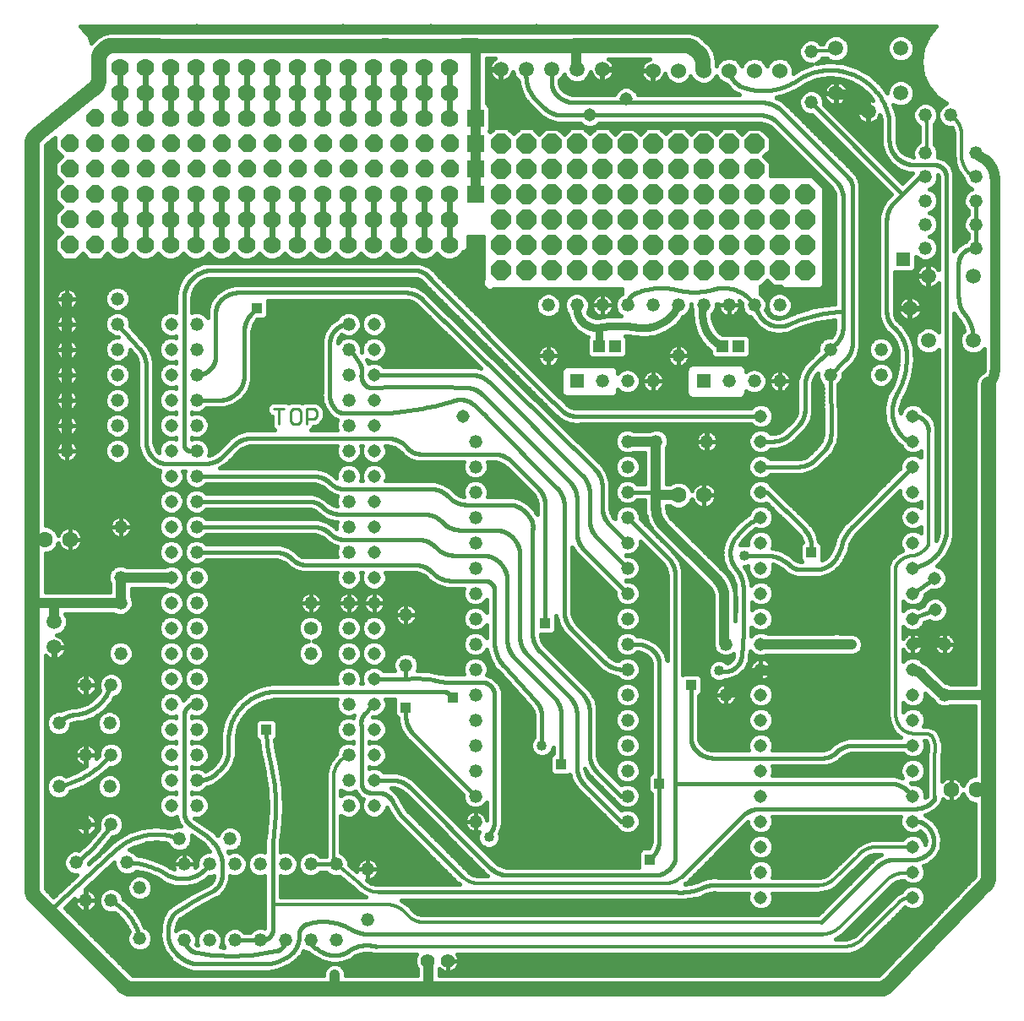
<source format=gtl>
G75*
%MOIN*%
%OFA0B0*%
%FSLAX25Y25*%
%IPPOS*%
%LPD*%
%AMOC8*
5,1,8,0,0,1.08239X$1,22.5*
%
%ADD10C,0.01100*%
%ADD11C,0.05200*%
%ADD12C,0.05150*%
%ADD13C,0.05937*%
%ADD14C,0.06000*%
%ADD15C,0.06300*%
%ADD16C,0.05600*%
%ADD17R,0.05200X0.05200*%
%ADD18C,0.05906*%
%ADD19C,0.05512*%
%ADD20C,0.03937*%
%ADD21C,0.04016*%
%ADD22C,0.01575*%
%ADD23C,0.05354*%
%ADD24R,0.07000X0.07000*%
%ADD25C,0.03150*%
%ADD26R,0.05354X0.05354*%
%ADD27R,0.04685X0.04685*%
%ADD28OC8,0.05354*%
%ADD29R,0.04016X0.04016*%
%ADD30C,0.01181*%
%ADD31OC8,0.07000*%
%ADD32OC8,0.07874*%
%ADD33C,0.07000*%
%ADD34C,0.02362*%
D10*
X0134897Y0238587D02*
X0134897Y0244492D01*
X0132929Y0244492D02*
X0136865Y0244492D01*
X0139374Y0243508D02*
X0140358Y0244492D01*
X0142327Y0244492D01*
X0143311Y0243508D01*
X0143311Y0239572D01*
X0142327Y0238587D01*
X0140358Y0238587D01*
X0139374Y0239572D01*
X0139374Y0243508D01*
X0145820Y0244492D02*
X0145820Y0238587D01*
X0145820Y0240556D02*
X0148772Y0240556D01*
X0149756Y0241540D01*
X0149756Y0243508D01*
X0148772Y0244492D01*
X0145820Y0244492D01*
D11*
X0162379Y0248037D03*
X0162379Y0238037D03*
X0162379Y0228037D03*
X0162379Y0218037D03*
X0162379Y0208037D03*
X0162379Y0198037D03*
X0162379Y0188037D03*
X0162379Y0178037D03*
X0162379Y0168037D03*
X0162379Y0158037D03*
X0162379Y0148037D03*
X0162379Y0138037D03*
X0162379Y0128037D03*
X0162379Y0118037D03*
X0162379Y0108037D03*
X0162379Y0098037D03*
X0162379Y0088037D03*
X0157411Y0064927D03*
X0147411Y0064927D03*
X0137411Y0064927D03*
X0127411Y0064927D03*
X0117411Y0064927D03*
X0107411Y0064927D03*
X0097411Y0064927D03*
X0095529Y0074935D03*
X0102379Y0088037D03*
X0102379Y0098037D03*
X0102379Y0108037D03*
X0102379Y0118037D03*
X0102379Y0128037D03*
X0102379Y0138037D03*
X0102379Y0148037D03*
X0102379Y0158037D03*
X0102379Y0168037D03*
X0102379Y0178037D03*
X0102379Y0188037D03*
X0102379Y0198037D03*
X0102379Y0208037D03*
X0102379Y0218037D03*
X0102379Y0228037D03*
X0102379Y0238037D03*
X0102379Y0248037D03*
X0102379Y0258037D03*
X0102379Y0268037D03*
X0102379Y0278037D03*
X0071129Y0278037D03*
X0071129Y0288037D03*
X0051129Y0288037D03*
X0051129Y0278037D03*
X0051129Y0268037D03*
X0051129Y0258037D03*
X0051129Y0248037D03*
X0051129Y0238037D03*
X0051129Y0228037D03*
X0071129Y0228037D03*
X0071129Y0238037D03*
X0071129Y0248037D03*
X0071129Y0258037D03*
X0071129Y0268037D03*
X0072379Y0198037D03*
X0072379Y0178037D03*
X0072379Y0168037D03*
X0072379Y0148037D03*
X0068630Y0135537D03*
X0058630Y0135537D03*
X0068004Y0120537D03*
X0068630Y0108037D03*
X0058630Y0108037D03*
X0068004Y0095537D03*
X0068630Y0080537D03*
X0058630Y0080537D03*
X0054879Y0065537D03*
X0058630Y0050537D03*
X0068630Y0050537D03*
X0079879Y0055537D03*
X0074879Y0065537D03*
X0079879Y0035537D03*
X0097411Y0034927D03*
X0107411Y0034927D03*
X0117411Y0034927D03*
X0127411Y0034927D03*
X0137411Y0034927D03*
X0147411Y0034927D03*
X0157411Y0034927D03*
X0169879Y0043037D03*
X0169879Y0063037D03*
X0212379Y0081787D03*
X0212379Y0091787D03*
X0212379Y0101787D03*
X0212379Y0111787D03*
X0212379Y0121787D03*
X0212379Y0131787D03*
X0212379Y0141787D03*
X0212379Y0151787D03*
X0212379Y0161787D03*
X0212379Y0171787D03*
X0212379Y0181787D03*
X0212379Y0191787D03*
X0212379Y0201787D03*
X0212379Y0211787D03*
X0212379Y0221787D03*
X0212379Y0231787D03*
X0241129Y0265537D03*
X0262379Y0255537D03*
X0272379Y0255537D03*
X0282379Y0255537D03*
X0292379Y0265537D03*
X0312379Y0255537D03*
X0322379Y0255537D03*
X0332379Y0255537D03*
X0352379Y0258037D03*
X0352379Y0268037D03*
X0372379Y0268037D03*
X0372379Y0258037D03*
X0332379Y0285537D03*
X0322379Y0285537D03*
X0312379Y0285537D03*
X0302379Y0285537D03*
X0292379Y0285537D03*
X0282379Y0285537D03*
X0272379Y0285537D03*
X0262379Y0285537D03*
X0252379Y0285537D03*
X0241129Y0285537D03*
X0272379Y0231787D03*
X0283629Y0231787D03*
X0272379Y0221787D03*
X0272379Y0211787D03*
X0272379Y0201787D03*
X0272379Y0191787D03*
X0272379Y0181787D03*
X0272379Y0171787D03*
X0272379Y0161787D03*
X0272379Y0151787D03*
X0272379Y0141787D03*
X0272379Y0131787D03*
X0272379Y0121787D03*
X0272379Y0111787D03*
X0272379Y0101787D03*
X0272379Y0091787D03*
X0272379Y0081787D03*
X0311129Y0131787D03*
X0311129Y0151787D03*
X0397379Y0151787D03*
X0397379Y0131787D03*
X0303629Y0231787D03*
X0389879Y0308037D03*
X0389879Y0317412D03*
X0389879Y0326787D03*
X0389879Y0336162D03*
X0389879Y0345537D03*
X0409879Y0345537D03*
X0409879Y0336162D03*
X0409879Y0326787D03*
X0409879Y0317412D03*
X0409879Y0308037D03*
X0399879Y0360537D03*
X0389879Y0360537D03*
X0344879Y0365537D03*
X0344879Y0385537D03*
X0162379Y0278037D03*
X0162379Y0268037D03*
X0162379Y0258037D03*
X0147379Y0168037D03*
X0147379Y0148037D03*
X0184929Y0143397D03*
X0184929Y0163397D03*
X0115529Y0074935D03*
X0048004Y0095537D03*
X0048004Y0120537D03*
D12*
X0092379Y0118037D03*
X0092379Y0108037D03*
X0092379Y0098037D03*
X0092379Y0088037D03*
X0092379Y0128037D03*
X0092379Y0138037D03*
X0092379Y0148037D03*
X0092379Y0158037D03*
X0092379Y0168037D03*
X0092379Y0178037D03*
X0092379Y0188037D03*
X0092379Y0198037D03*
X0092379Y0208037D03*
X0092379Y0218037D03*
X0092379Y0228037D03*
X0092379Y0238037D03*
X0092379Y0248037D03*
X0092379Y0258037D03*
X0092379Y0268037D03*
X0092379Y0278037D03*
X0172379Y0278037D03*
X0172379Y0268037D03*
X0172379Y0258037D03*
X0172379Y0248037D03*
X0172379Y0238037D03*
X0172379Y0228037D03*
X0172379Y0218037D03*
X0172379Y0208037D03*
X0172379Y0198037D03*
X0172379Y0188037D03*
X0172379Y0178037D03*
X0172379Y0168037D03*
X0172379Y0158037D03*
X0172379Y0148037D03*
X0172379Y0138037D03*
X0172379Y0128037D03*
X0172379Y0118037D03*
X0172379Y0108037D03*
X0172379Y0098037D03*
X0172379Y0088037D03*
X0324879Y0091787D03*
X0324879Y0101787D03*
X0324879Y0111787D03*
X0324879Y0121787D03*
X0324879Y0131787D03*
X0324879Y0141787D03*
X0324879Y0151787D03*
X0324879Y0161787D03*
X0324879Y0171787D03*
X0324879Y0181787D03*
X0324879Y0191787D03*
X0324879Y0201787D03*
X0324879Y0211787D03*
X0324879Y0221787D03*
X0324879Y0231787D03*
X0324879Y0241787D03*
X0384879Y0241787D03*
X0384879Y0231787D03*
X0384879Y0221787D03*
X0384879Y0211787D03*
X0384879Y0201787D03*
X0384879Y0191787D03*
X0384879Y0181787D03*
X0393433Y0177780D03*
X0384879Y0171787D03*
X0384879Y0161787D03*
X0393746Y0165276D03*
X0384879Y0151787D03*
X0384879Y0141787D03*
X0384879Y0131787D03*
X0384879Y0121787D03*
X0384879Y0111787D03*
X0384879Y0101787D03*
X0384879Y0091787D03*
X0384879Y0081787D03*
X0384879Y0071787D03*
X0384879Y0061787D03*
X0384879Y0051787D03*
X0324879Y0051787D03*
X0324879Y0061787D03*
X0324879Y0071787D03*
X0324879Y0081787D03*
X0207379Y0241787D03*
X0257440Y0360651D03*
X0271832Y0366903D03*
D13*
X0262379Y0378663D03*
X0252379Y0378663D03*
X0242379Y0378663D03*
X0232379Y0378663D03*
X0222379Y0378663D03*
X0354584Y0386896D03*
X0354584Y0369179D03*
X0367379Y0361896D03*
X0380174Y0369179D03*
X0380174Y0386896D03*
X0391021Y0297083D03*
X0383737Y0284287D03*
X0391021Y0271492D03*
X0408737Y0271492D03*
X0408737Y0297083D03*
X0046129Y0160537D03*
X0046129Y0150537D03*
D14*
X0282379Y0378037D03*
X0292379Y0378037D03*
X0302379Y0378037D03*
X0312379Y0378037D03*
X0322379Y0378037D03*
X0332379Y0378037D03*
D15*
X0302465Y0210603D03*
X0292465Y0210603D03*
X0400000Y0094316D03*
X0410000Y0094316D03*
X0052385Y0193097D03*
X0042385Y0193097D03*
D16*
X0193496Y0026794D03*
X0201370Y0026794D03*
D17*
X0252379Y0255537D03*
X0302379Y0255537D03*
D18*
X0414879Y0254287D02*
X0414879Y0131620D01*
X0414879Y0095566D01*
X0414879Y0060065D01*
X0413467Y0056583D02*
X0375102Y0017055D01*
X0371514Y0015537D02*
X0193682Y0015537D01*
X0157379Y0015537D01*
X0156906Y0016010D01*
X0157379Y0015537D02*
X0076950Y0015537D01*
X0073414Y0017002D02*
X0044875Y0045541D01*
X0044250Y0046166D01*
X0038843Y0051573D01*
X0037379Y0055108D02*
X0037379Y0168136D01*
X0037379Y0191847D01*
X0037379Y0348768D01*
X0039244Y0352664D02*
X0061888Y0370886D01*
X0063753Y0374848D02*
X0063657Y0382178D01*
X0065121Y0385779D02*
X0065914Y0386573D01*
X0069450Y0388037D02*
X0084254Y0388037D01*
X0087066Y0388037D01*
X0069450Y0388037D02*
X0069310Y0388035D01*
X0069170Y0388029D01*
X0069030Y0388019D01*
X0068890Y0388006D01*
X0068751Y0387988D01*
X0068612Y0387966D01*
X0068475Y0387941D01*
X0068337Y0387912D01*
X0068201Y0387879D01*
X0068066Y0387842D01*
X0067932Y0387801D01*
X0067799Y0387756D01*
X0067667Y0387708D01*
X0067537Y0387656D01*
X0067408Y0387601D01*
X0067281Y0387542D01*
X0067155Y0387479D01*
X0067031Y0387413D01*
X0066910Y0387344D01*
X0066790Y0387271D01*
X0066672Y0387194D01*
X0066557Y0387115D01*
X0066443Y0387032D01*
X0066333Y0386946D01*
X0066224Y0386857D01*
X0066118Y0386765D01*
X0066015Y0386670D01*
X0065914Y0386573D01*
X0065120Y0385780D02*
X0065024Y0385681D01*
X0064931Y0385580D01*
X0064841Y0385476D01*
X0064753Y0385369D01*
X0064669Y0385261D01*
X0064587Y0385150D01*
X0064509Y0385037D01*
X0064433Y0384921D01*
X0064361Y0384804D01*
X0064292Y0384685D01*
X0064227Y0384564D01*
X0064165Y0384441D01*
X0064106Y0384317D01*
X0064050Y0384191D01*
X0063999Y0384063D01*
X0063950Y0383934D01*
X0063906Y0383804D01*
X0063864Y0383672D01*
X0063827Y0383540D01*
X0063793Y0383406D01*
X0063763Y0383272D01*
X0063736Y0383137D01*
X0063714Y0383001D01*
X0063695Y0382865D01*
X0063679Y0382728D01*
X0063668Y0382591D01*
X0063660Y0382453D01*
X0063657Y0382316D01*
X0063656Y0382178D01*
X0063753Y0374847D02*
X0063752Y0374710D01*
X0063749Y0374572D01*
X0063741Y0374435D01*
X0063730Y0374299D01*
X0063715Y0374162D01*
X0063696Y0374026D01*
X0063673Y0373891D01*
X0063647Y0373756D01*
X0063617Y0373622D01*
X0063583Y0373489D01*
X0063546Y0373356D01*
X0063505Y0373225D01*
X0063460Y0373095D01*
X0063412Y0372967D01*
X0063361Y0372840D01*
X0063306Y0372714D01*
X0063247Y0372589D01*
X0063185Y0372467D01*
X0063120Y0372346D01*
X0063052Y0372227D01*
X0062980Y0372110D01*
X0062905Y0371995D01*
X0062827Y0371882D01*
X0062746Y0371771D01*
X0062661Y0371663D01*
X0062574Y0371556D01*
X0062484Y0371453D01*
X0062391Y0371352D01*
X0062296Y0371253D01*
X0062198Y0371157D01*
X0062097Y0371064D01*
X0061994Y0370973D01*
X0061888Y0370886D01*
X0039244Y0352663D02*
X0039137Y0352574D01*
X0039032Y0352482D01*
X0038929Y0352388D01*
X0038830Y0352290D01*
X0038733Y0352189D01*
X0038639Y0352086D01*
X0038548Y0351981D01*
X0038460Y0351872D01*
X0038374Y0351762D01*
X0038292Y0351649D01*
X0038214Y0351534D01*
X0038138Y0351416D01*
X0038066Y0351297D01*
X0037997Y0351176D01*
X0037931Y0351052D01*
X0037869Y0350927D01*
X0037811Y0350801D01*
X0037756Y0350672D01*
X0037705Y0350543D01*
X0037657Y0350412D01*
X0037613Y0350279D01*
X0037573Y0350146D01*
X0037536Y0350011D01*
X0037503Y0349875D01*
X0037474Y0349739D01*
X0037449Y0349601D01*
X0037428Y0349464D01*
X0037410Y0349325D01*
X0037397Y0349186D01*
X0037387Y0349047D01*
X0037381Y0348908D01*
X0037379Y0348768D01*
X0176441Y0388037D02*
X0177066Y0388037D01*
X0207691Y0388037D02*
X0212379Y0388037D01*
X0251826Y0388096D02*
X0251826Y0388037D01*
X0258078Y0388037D01*
X0258078Y0387983D01*
X0263004Y0387983D01*
X0267066Y0387983D01*
X0295330Y0387983D01*
X0298613Y0386755D02*
X0300307Y0385280D01*
X0302024Y0381509D02*
X0302024Y0378274D01*
X0302024Y0381509D02*
X0302022Y0381647D01*
X0302016Y0381785D01*
X0302007Y0381922D01*
X0301994Y0382059D01*
X0301977Y0382196D01*
X0301956Y0382332D01*
X0301931Y0382468D01*
X0301903Y0382603D01*
X0301871Y0382737D01*
X0301835Y0382870D01*
X0301796Y0383002D01*
X0301753Y0383133D01*
X0301706Y0383263D01*
X0301656Y0383391D01*
X0301603Y0383518D01*
X0301545Y0383644D01*
X0301485Y0383767D01*
X0301421Y0383890D01*
X0301354Y0384010D01*
X0301283Y0384128D01*
X0301209Y0384245D01*
X0301132Y0384359D01*
X0301052Y0384471D01*
X0300969Y0384581D01*
X0300883Y0384689D01*
X0300794Y0384794D01*
X0300702Y0384896D01*
X0300607Y0384996D01*
X0300509Y0385094D01*
X0300409Y0385189D01*
X0300307Y0385281D01*
X0298613Y0386755D02*
X0298507Y0386844D01*
X0298400Y0386930D01*
X0298290Y0387013D01*
X0298178Y0387093D01*
X0298064Y0387170D01*
X0297947Y0387243D01*
X0297829Y0387314D01*
X0297709Y0387381D01*
X0297587Y0387445D01*
X0297463Y0387505D01*
X0297338Y0387562D01*
X0297211Y0387616D01*
X0297082Y0387666D01*
X0296953Y0387712D01*
X0296822Y0387755D01*
X0296690Y0387794D01*
X0296557Y0387830D01*
X0296423Y0387862D01*
X0296288Y0387890D01*
X0296153Y0387915D01*
X0296016Y0387936D01*
X0295880Y0387953D01*
X0295743Y0387966D01*
X0295605Y0387975D01*
X0295468Y0387981D01*
X0295330Y0387983D01*
X0258078Y0387983D02*
X0257497Y0387983D01*
X0251985Y0388096D02*
X0251826Y0388096D01*
X0414879Y0060065D02*
X0414877Y0059927D01*
X0414871Y0059790D01*
X0414862Y0059653D01*
X0414849Y0059516D01*
X0414832Y0059379D01*
X0414811Y0059243D01*
X0414787Y0059108D01*
X0414758Y0058973D01*
X0414726Y0058839D01*
X0414691Y0058706D01*
X0414652Y0058575D01*
X0414609Y0058444D01*
X0414562Y0058314D01*
X0414513Y0058186D01*
X0414459Y0058059D01*
X0414402Y0057934D01*
X0414342Y0057810D01*
X0414278Y0057689D01*
X0414211Y0057568D01*
X0414141Y0057450D01*
X0414067Y0057334D01*
X0413990Y0057220D01*
X0413911Y0057108D01*
X0413828Y0056998D01*
X0413742Y0056890D01*
X0413653Y0056785D01*
X0413561Y0056683D01*
X0413467Y0056583D01*
X0375102Y0017055D02*
X0375004Y0016957D01*
X0374904Y0016862D01*
X0374802Y0016770D01*
X0374696Y0016681D01*
X0374589Y0016594D01*
X0374479Y0016511D01*
X0374367Y0016431D01*
X0374252Y0016353D01*
X0374136Y0016279D01*
X0374017Y0016209D01*
X0373897Y0016141D01*
X0373775Y0016077D01*
X0373651Y0016017D01*
X0373525Y0015959D01*
X0373398Y0015906D01*
X0373270Y0015855D01*
X0373140Y0015809D01*
X0373009Y0015766D01*
X0372876Y0015726D01*
X0372743Y0015690D01*
X0372609Y0015658D01*
X0372474Y0015630D01*
X0372338Y0015605D01*
X0372202Y0015585D01*
X0372065Y0015567D01*
X0371927Y0015554D01*
X0371790Y0015545D01*
X0371652Y0015539D01*
X0371514Y0015537D01*
X0076950Y0015537D02*
X0076810Y0015539D01*
X0076670Y0015545D01*
X0076530Y0015555D01*
X0076390Y0015568D01*
X0076251Y0015586D01*
X0076112Y0015608D01*
X0075975Y0015633D01*
X0075837Y0015662D01*
X0075701Y0015695D01*
X0075566Y0015732D01*
X0075432Y0015773D01*
X0075299Y0015818D01*
X0075167Y0015866D01*
X0075037Y0015918D01*
X0074908Y0015973D01*
X0074781Y0016032D01*
X0074655Y0016095D01*
X0074531Y0016161D01*
X0074410Y0016230D01*
X0074290Y0016303D01*
X0074172Y0016380D01*
X0074057Y0016459D01*
X0073943Y0016542D01*
X0073833Y0016628D01*
X0073724Y0016717D01*
X0073618Y0016809D01*
X0073515Y0016904D01*
X0073414Y0017001D01*
X0038843Y0051572D02*
X0038746Y0051673D01*
X0038651Y0051776D01*
X0038559Y0051882D01*
X0038470Y0051991D01*
X0038384Y0052101D01*
X0038301Y0052215D01*
X0038222Y0052330D01*
X0038145Y0052448D01*
X0038072Y0052568D01*
X0038003Y0052689D01*
X0037937Y0052813D01*
X0037874Y0052939D01*
X0037815Y0053066D01*
X0037760Y0053195D01*
X0037708Y0053325D01*
X0037660Y0053457D01*
X0037615Y0053590D01*
X0037574Y0053724D01*
X0037537Y0053859D01*
X0037504Y0053995D01*
X0037475Y0054133D01*
X0037450Y0054270D01*
X0037428Y0054409D01*
X0037410Y0054548D01*
X0037397Y0054688D01*
X0037387Y0054828D01*
X0037381Y0054968D01*
X0037379Y0055108D01*
D19*
X0087066Y0388037D02*
X0114566Y0388037D01*
X0117379Y0388037D01*
X0114566Y0388037D01*
X0117379Y0388037D02*
X0143004Y0388037D01*
X0147066Y0388037D01*
X0143004Y0388037D01*
X0147066Y0388037D02*
X0176441Y0388037D01*
X0177066Y0388037D02*
X0207691Y0388037D01*
X0212379Y0388037D01*
X0251826Y0388037D01*
D20*
X0251985Y0388096D02*
X0251985Y0379333D01*
X0252379Y0378663D01*
X0267066Y0387983D02*
X0274512Y0387983D01*
X0274566Y0388037D01*
X0302024Y0378274D02*
X0302379Y0378037D01*
X0354584Y0369179D02*
X0354643Y0368628D01*
X0360843Y0368628D01*
X0367044Y0362427D01*
X0367379Y0361896D01*
X0409825Y0345729D02*
X0409825Y0345473D01*
X0412960Y0343381D01*
X0409879Y0345537D02*
X0409825Y0345729D01*
X0412961Y0343381D02*
X0413155Y0343248D01*
X0413347Y0343110D01*
X0413535Y0342968D01*
X0413719Y0342821D01*
X0413900Y0342670D01*
X0414077Y0342514D01*
X0414251Y0342354D01*
X0414420Y0342191D01*
X0414586Y0342023D01*
X0414748Y0341851D01*
X0414905Y0341675D01*
X0415058Y0341496D01*
X0415207Y0341313D01*
X0415351Y0341127D01*
X0415491Y0340937D01*
X0415626Y0340744D01*
X0415757Y0340547D01*
X0415883Y0340348D01*
X0416004Y0340145D01*
X0416120Y0339940D01*
X0416231Y0339732D01*
X0416338Y0339522D01*
X0416439Y0339309D01*
X0416535Y0339093D01*
X0416626Y0338876D01*
X0416711Y0338656D01*
X0416791Y0338434D01*
X0416866Y0338211D01*
X0416936Y0337985D01*
X0417000Y0337758D01*
X0417059Y0337530D01*
X0417112Y0337300D01*
X0417160Y0337069D01*
X0417202Y0336837D01*
X0417238Y0336604D01*
X0417269Y0336370D01*
X0417295Y0336136D01*
X0417315Y0335901D01*
X0417329Y0335665D01*
X0417337Y0335430D01*
X0417340Y0335194D01*
X0417339Y0335194D02*
X0417339Y0260228D01*
X0417337Y0260028D01*
X0417329Y0259828D01*
X0417318Y0259629D01*
X0417301Y0259429D01*
X0417280Y0259231D01*
X0417253Y0259032D01*
X0417223Y0258835D01*
X0417187Y0258638D01*
X0417147Y0258442D01*
X0417102Y0258247D01*
X0417053Y0258054D01*
X0416999Y0257861D01*
X0416940Y0257670D01*
X0416877Y0257480D01*
X0416809Y0257292D01*
X0416737Y0257106D01*
X0416661Y0256921D01*
X0416580Y0256738D01*
X0416495Y0256557D01*
X0416405Y0256378D01*
X0416311Y0256202D01*
X0416213Y0256028D01*
X0416111Y0255856D01*
X0416005Y0255686D01*
X0415895Y0255519D01*
X0415781Y0255355D01*
X0415663Y0255193D01*
X0415542Y0255035D01*
X0415416Y0254879D01*
X0415287Y0254727D01*
X0415154Y0254577D01*
X0415018Y0254431D01*
X0414878Y0254288D01*
X0051128Y0258037D02*
X0051092Y0253037D01*
X0051128Y0248037D01*
X0051129Y0278037D02*
X0051267Y0287585D01*
X0037691Y0308662D02*
X0037691Y0335537D01*
X0037379Y0347725D01*
X0037379Y0348037D01*
X0037379Y0351787D01*
X0038255Y0352664D01*
X0039244Y0352664D01*
X0037379Y0348768D02*
X0037691Y0348456D01*
X0037379Y0347725D01*
X0084254Y0388037D02*
X0087066Y0388037D01*
X0176441Y0388037D02*
X0177066Y0388037D01*
X0212379Y0388037D02*
X0212379Y0359287D01*
X0212379Y0349287D01*
X0212379Y0338975D01*
X0212379Y0328975D01*
X0272379Y0231787D02*
X0283629Y0231787D01*
X0283629Y0211787D01*
X0283629Y0210603D01*
X0292465Y0210603D01*
X0283628Y0205333D02*
X0283631Y0205099D01*
X0283639Y0204865D01*
X0283653Y0204631D01*
X0283673Y0204397D01*
X0283698Y0204164D01*
X0283728Y0203932D01*
X0283764Y0203701D01*
X0283806Y0203470D01*
X0283853Y0203241D01*
X0283905Y0203012D01*
X0283963Y0202785D01*
X0284027Y0202560D01*
X0284095Y0202336D01*
X0284169Y0202114D01*
X0284249Y0201893D01*
X0284333Y0201675D01*
X0284423Y0201458D01*
X0284517Y0201244D01*
X0284617Y0201032D01*
X0284722Y0200823D01*
X0284832Y0200616D01*
X0284947Y0200411D01*
X0285066Y0200210D01*
X0285191Y0200011D01*
X0285320Y0199816D01*
X0285453Y0199623D01*
X0285591Y0199434D01*
X0285734Y0199248D01*
X0285881Y0199066D01*
X0286032Y0198887D01*
X0286188Y0198712D01*
X0286347Y0198541D01*
X0286511Y0198373D01*
X0286512Y0198373D02*
X0307665Y0177219D01*
X0310548Y0170260D02*
X0310548Y0152289D01*
X0311129Y0151787D01*
X0324328Y0141266D02*
X0324879Y0141787D01*
X0327020Y0141394D01*
X0360986Y0141394D01*
X0372620Y0151778D01*
X0360715Y0151600D02*
X0325017Y0151600D01*
X0324879Y0151787D01*
X0324726Y0141422D02*
X0324328Y0141266D01*
X0324726Y0141422D02*
X0311393Y0131840D01*
X0311129Y0131787D01*
X0310549Y0170260D02*
X0310546Y0170494D01*
X0310538Y0170728D01*
X0310524Y0170962D01*
X0310504Y0171196D01*
X0310479Y0171429D01*
X0310449Y0171661D01*
X0310413Y0171892D01*
X0310371Y0172123D01*
X0310324Y0172352D01*
X0310272Y0172581D01*
X0310214Y0172808D01*
X0310150Y0173033D01*
X0310082Y0173257D01*
X0310008Y0173479D01*
X0309928Y0173700D01*
X0309844Y0173918D01*
X0309754Y0174135D01*
X0309660Y0174349D01*
X0309560Y0174561D01*
X0309455Y0174770D01*
X0309345Y0174977D01*
X0309230Y0175182D01*
X0309111Y0175383D01*
X0308986Y0175582D01*
X0308857Y0175777D01*
X0308724Y0175970D01*
X0308586Y0176159D01*
X0308443Y0176345D01*
X0308296Y0176527D01*
X0308145Y0176706D01*
X0307989Y0176881D01*
X0307830Y0177052D01*
X0307666Y0177220D01*
X0283629Y0205333D02*
X0283629Y0210603D01*
X0384958Y0152289D02*
X0384879Y0151787D01*
X0384958Y0152289D02*
X0397232Y0152289D01*
X0397379Y0151787D01*
X0384879Y0141787D02*
X0384958Y0141266D01*
X0388486Y0139804D02*
X0395981Y0132309D01*
X0397379Y0131787D01*
X0398048Y0131620D01*
X0414879Y0131620D01*
X0388486Y0139804D02*
X0388386Y0139902D01*
X0388283Y0139997D01*
X0388177Y0140089D01*
X0388069Y0140177D01*
X0387959Y0140263D01*
X0387846Y0140346D01*
X0387730Y0140425D01*
X0387613Y0140501D01*
X0387493Y0140574D01*
X0387372Y0140643D01*
X0387248Y0140709D01*
X0387123Y0140772D01*
X0386996Y0140831D01*
X0386868Y0140886D01*
X0386738Y0140938D01*
X0386606Y0140986D01*
X0386473Y0141030D01*
X0386339Y0141071D01*
X0386204Y0141108D01*
X0386068Y0141141D01*
X0385932Y0141170D01*
X0385794Y0141195D01*
X0385656Y0141217D01*
X0385517Y0141235D01*
X0385377Y0141248D01*
X0385238Y0141258D01*
X0385098Y0141264D01*
X0384958Y0141266D01*
X0410000Y0094316D02*
X0413751Y0094438D01*
X0413753Y0094504D01*
X0413759Y0094569D01*
X0413768Y0094634D01*
X0413781Y0094698D01*
X0413798Y0094762D01*
X0413819Y0094824D01*
X0413843Y0094885D01*
X0413871Y0094944D01*
X0413902Y0095002D01*
X0413937Y0095058D01*
X0413974Y0095112D01*
X0414015Y0095163D01*
X0414059Y0095212D01*
X0414105Y0095258D01*
X0414154Y0095302D01*
X0414205Y0095343D01*
X0414259Y0095380D01*
X0414315Y0095415D01*
X0414373Y0095446D01*
X0414432Y0095474D01*
X0414493Y0095498D01*
X0414555Y0095519D01*
X0414619Y0095536D01*
X0414683Y0095549D01*
X0414748Y0095558D01*
X0414813Y0095564D01*
X0414879Y0095566D01*
X0051128Y0228037D02*
X0051092Y0233037D01*
X0051128Y0238037D01*
X0051129Y0238037D02*
X0051165Y0243037D01*
X0051129Y0248037D01*
X0051129Y0258037D02*
X0051165Y0263037D01*
X0051129Y0268037D01*
X0042385Y0193097D02*
X0038629Y0193097D01*
X0038561Y0193095D01*
X0038494Y0193090D01*
X0038427Y0193081D01*
X0038360Y0193068D01*
X0038295Y0193051D01*
X0038230Y0193032D01*
X0038166Y0193008D01*
X0038104Y0192981D01*
X0038043Y0192951D01*
X0037985Y0192918D01*
X0037928Y0192882D01*
X0037873Y0192842D01*
X0037820Y0192800D01*
X0037769Y0192754D01*
X0037722Y0192707D01*
X0037676Y0192656D01*
X0037634Y0192603D01*
X0037594Y0192548D01*
X0037558Y0192491D01*
X0037525Y0192433D01*
X0037495Y0192372D01*
X0037468Y0192310D01*
X0037444Y0192246D01*
X0037425Y0192181D01*
X0037408Y0192116D01*
X0037395Y0192049D01*
X0037386Y0191982D01*
X0037381Y0191915D01*
X0037379Y0191847D01*
X0037379Y0168136D02*
X0044879Y0168136D01*
X0046135Y0168136D01*
X0046135Y0160537D01*
X0046129Y0160537D01*
X0046135Y0168136D02*
X0070784Y0168136D01*
X0072379Y0168037D01*
X0072379Y0178037D01*
X0092379Y0178037D01*
X0092143Y0178470D01*
X0077674Y0088307D02*
X0063069Y0088307D01*
X0062390Y0088220D02*
X0058299Y0085424D01*
X0054761Y0080636D01*
X0058630Y0080537D01*
X0062390Y0088220D02*
X0062441Y0088247D01*
X0062495Y0088271D01*
X0062550Y0088292D01*
X0062606Y0088308D01*
X0062663Y0088321D01*
X0062720Y0088331D01*
X0062779Y0088336D01*
X0062837Y0088338D01*
X0062896Y0088336D01*
X0062954Y0088330D01*
X0063011Y0088320D01*
X0063068Y0088307D01*
X0156837Y0021315D02*
X0156906Y0016010D01*
X0156754Y0017100D02*
X0156754Y0017412D01*
X0193682Y0015537D02*
X0193682Y0026608D01*
X0193496Y0026794D01*
X0051128Y0268037D02*
X0051092Y0273037D01*
X0051128Y0278037D01*
D21*
X0097066Y0302256D03*
X0116129Y0241787D03*
X0122379Y0225537D03*
X0146129Y0190537D03*
X0078639Y0158037D03*
X0046129Y0176787D03*
X0148629Y0089287D03*
X0122371Y0070552D03*
X0122371Y0059298D03*
X0097363Y0042418D03*
X0147379Y0025537D03*
X0156837Y0021315D03*
X0156754Y0017100D03*
X0166129Y0025537D03*
X0193004Y0048037D03*
X0199254Y0074912D03*
X0217664Y0075508D03*
X0238629Y0111787D03*
X0308481Y0141266D03*
X0354879Y0151787D03*
X0360715Y0151600D03*
X0372620Y0151778D03*
X0406129Y0139287D03*
X0404879Y0123037D03*
X0361129Y0105537D03*
X0361129Y0079287D03*
X0344879Y0049287D03*
X0316754Y0051787D03*
X0241129Y0026787D03*
X0318383Y0186738D03*
X0348316Y0211475D03*
X0376129Y0226787D03*
X0387379Y0259287D03*
X0351129Y0276787D03*
X0327379Y0291162D03*
X0351754Y0324287D03*
X0368629Y0296787D03*
X0384882Y0378086D03*
X0301754Y0393662D03*
X0248004Y0372412D03*
X0236441Y0394600D03*
X0194879Y0394600D03*
X0160191Y0394600D03*
X0102379Y0394600D03*
X0061441Y0393037D03*
X0197379Y0271787D03*
D22*
X0070518Y0049301D02*
X0070947Y0049012D01*
X0071370Y0048713D01*
X0071785Y0048404D01*
X0072193Y0048086D01*
X0072593Y0047757D01*
X0072986Y0047419D01*
X0073370Y0047072D01*
X0073745Y0046716D01*
X0074112Y0046351D01*
X0074471Y0045977D01*
X0074820Y0045595D01*
X0075160Y0045205D01*
X0075491Y0044807D01*
X0075812Y0044400D01*
X0076123Y0043987D01*
X0076424Y0043566D01*
X0076715Y0043138D01*
X0076996Y0042703D01*
X0077266Y0042261D01*
X0077526Y0041814D01*
X0077775Y0041360D01*
X0078013Y0040900D01*
X0078240Y0040435D01*
X0078456Y0039964D01*
X0078661Y0039489D01*
X0078854Y0039009D01*
X0079036Y0038524D01*
X0079206Y0038035D01*
X0079364Y0037542D01*
X0079511Y0037045D01*
X0079645Y0036546D01*
X0079768Y0036043D01*
X0079879Y0035537D01*
X0081821Y0040104D02*
X0080555Y0043096D01*
X0077796Y0047153D01*
X0074296Y0050592D01*
X0074296Y0050592D01*
X0073592Y0051053D01*
X0073592Y0051524D01*
X0072837Y0053348D01*
X0071441Y0054744D01*
X0069617Y0055500D01*
X0067643Y0055500D01*
X0065819Y0054744D01*
X0064423Y0053348D01*
X0063668Y0051524D01*
X0063668Y0049550D01*
X0064423Y0047727D01*
X0065819Y0046331D01*
X0067643Y0045575D01*
X0069617Y0045575D01*
X0070047Y0045753D01*
X0070268Y0045593D01*
X0072868Y0043038D01*
X0074917Y0040024D01*
X0075650Y0038294D01*
X0074917Y0036524D01*
X0074917Y0034550D01*
X0075672Y0032727D01*
X0077068Y0031331D01*
X0078892Y0030575D01*
X0080866Y0030575D01*
X0082690Y0031331D01*
X0084086Y0032727D01*
X0084841Y0034550D01*
X0084841Y0036524D01*
X0084086Y0038348D01*
X0082690Y0039744D01*
X0081821Y0040104D01*
X0081802Y0040150D02*
X0087979Y0040150D01*
X0087979Y0040671D02*
X0087979Y0038527D01*
X0087813Y0036923D01*
X0088373Y0033416D01*
X0088373Y0033416D01*
X0089822Y0030173D01*
X0089822Y0030173D01*
X0090652Y0029150D01*
X0090716Y0028995D01*
X0091044Y0028668D01*
X0091336Y0028308D01*
X0091484Y0028228D01*
X0091496Y0028216D01*
X0092612Y0026756D01*
X0092612Y0026756D01*
X0095856Y0024258D01*
X0099636Y0022685D01*
X0101256Y0022469D01*
X0101454Y0022387D01*
X0101872Y0022387D01*
X0102286Y0022332D01*
X0102493Y0022387D01*
X0130494Y0022387D01*
X0130763Y0022326D01*
X0131115Y0022387D01*
X0131472Y0022387D01*
X0131726Y0022492D01*
X0134221Y0022922D01*
X0139497Y0025248D01*
X0141559Y0026847D01*
X0141871Y0027012D01*
X0142049Y0027227D01*
X0142270Y0027398D01*
X0142445Y0027705D01*
X0142551Y0027833D01*
X0143641Y0029011D01*
X0144561Y0030759D01*
X0144600Y0030720D01*
X0146424Y0029964D01*
X0146447Y0029964D01*
X0148029Y0028650D01*
X0148029Y0028650D01*
X0150258Y0027482D01*
X0151915Y0026499D01*
X0155785Y0025609D01*
X0154362Y0025020D01*
X0153133Y0023790D01*
X0152467Y0022184D01*
X0152467Y0020852D01*
X0077080Y0020852D01*
X0076425Y0021508D01*
X0050376Y0047557D01*
X0054292Y0051193D01*
X0054243Y0050883D01*
X0054243Y0050550D01*
X0058617Y0050550D01*
X0058617Y0050525D01*
X0054243Y0050525D01*
X0054243Y0050192D01*
X0054351Y0049510D01*
X0054564Y0048853D01*
X0054878Y0048238D01*
X0055283Y0047679D01*
X0055772Y0047191D01*
X0056330Y0046785D01*
X0056946Y0046471D01*
X0057603Y0046258D01*
X0058285Y0046150D01*
X0058617Y0046150D01*
X0058617Y0050525D01*
X0058643Y0050525D01*
X0058643Y0050550D01*
X0063017Y0050550D01*
X0063017Y0050883D01*
X0062909Y0051565D01*
X0062696Y0052222D01*
X0062382Y0052837D01*
X0061977Y0053396D01*
X0061488Y0053884D01*
X0060930Y0054290D01*
X0060314Y0054603D01*
X0059657Y0054817D01*
X0058975Y0054925D01*
X0058643Y0054925D01*
X0058643Y0050550D01*
X0058617Y0050550D01*
X0058617Y0054925D01*
X0058311Y0054925D01*
X0069917Y0065702D01*
X0069917Y0064550D01*
X0070672Y0062727D01*
X0072068Y0061331D01*
X0073892Y0060575D01*
X0075866Y0060575D01*
X0077690Y0061331D01*
X0078469Y0062110D01*
X0082332Y0061237D01*
X0086319Y0059581D01*
X0088191Y0058502D01*
X0088191Y0058502D01*
X0089944Y0057390D01*
X0093901Y0056138D01*
X0098047Y0055941D01*
X0098047Y0055941D01*
X0102106Y0056813D01*
X0105805Y0058695D01*
X0107226Y0059964D01*
X0108398Y0059964D01*
X0109238Y0060312D01*
X0109197Y0059833D01*
X0108707Y0058523D01*
X0107782Y0057474D01*
X0107192Y0057092D01*
X0106637Y0056801D01*
X0099612Y0053117D01*
X0092567Y0048731D01*
X0092227Y0048590D01*
X0092040Y0048403D01*
X0091815Y0048263D01*
X0091601Y0047964D01*
X0090575Y0046938D01*
X0090575Y0046938D01*
X0088865Y0043975D01*
X0087979Y0040671D01*
X0088261Y0041724D02*
X0081136Y0041724D01*
X0080555Y0043096D02*
X0080555Y0043096D01*
X0080418Y0043297D02*
X0088683Y0043297D01*
X0088865Y0043975D02*
X0088865Y0043975D01*
X0089381Y0044870D02*
X0079348Y0044870D01*
X0078278Y0046444D02*
X0090290Y0046444D01*
X0091639Y0048017D02*
X0076917Y0048017D01*
X0077796Y0047153D02*
X0077796Y0047153D01*
X0075315Y0049590D02*
X0093947Y0049590D01*
X0096474Y0051164D02*
X0082286Y0051164D01*
X0082690Y0051331D02*
X0084086Y0052727D01*
X0084841Y0054550D01*
X0084841Y0056524D01*
X0084086Y0058348D01*
X0082690Y0059744D01*
X0080866Y0060500D01*
X0078892Y0060500D01*
X0077068Y0059744D01*
X0075672Y0058348D01*
X0074917Y0056524D01*
X0074917Y0054550D01*
X0075672Y0052727D01*
X0077068Y0051331D01*
X0078892Y0050575D01*
X0080866Y0050575D01*
X0082690Y0051331D01*
X0084090Y0052737D02*
X0099001Y0052737D01*
X0099612Y0053117D02*
X0099612Y0053117D01*
X0101887Y0054310D02*
X0084741Y0054310D01*
X0084841Y0055883D02*
X0104887Y0055883D01*
X0106637Y0056801D02*
X0106637Y0056801D01*
X0107755Y0057457D02*
X0103372Y0057457D01*
X0102106Y0056813D02*
X0102106Y0056813D01*
X0105805Y0058695D02*
X0105805Y0058695D01*
X0106181Y0059030D02*
X0108897Y0059030D01*
X0112406Y0060555D02*
X0112405Y0060384D01*
X0112400Y0060214D01*
X0112391Y0060044D01*
X0112377Y0059874D01*
X0112360Y0059705D01*
X0112338Y0059536D01*
X0112313Y0059367D01*
X0112283Y0059199D01*
X0112249Y0059032D01*
X0112211Y0058866D01*
X0112169Y0058701D01*
X0112124Y0058537D01*
X0112074Y0058374D01*
X0112020Y0058212D01*
X0111962Y0058052D01*
X0111900Y0057893D01*
X0111835Y0057736D01*
X0111766Y0057580D01*
X0111693Y0057426D01*
X0111616Y0057274D01*
X0111535Y0057124D01*
X0111451Y0056976D01*
X0111364Y0056830D01*
X0111272Y0056686D01*
X0111178Y0056544D01*
X0111080Y0056405D01*
X0110978Y0056268D01*
X0110873Y0056133D01*
X0110765Y0056002D01*
X0110654Y0055873D01*
X0110540Y0055746D01*
X0110423Y0055623D01*
X0110302Y0055502D01*
X0110179Y0055384D01*
X0110053Y0055269D01*
X0109925Y0055158D01*
X0109793Y0055049D01*
X0109659Y0054944D01*
X0109522Y0054842D01*
X0109383Y0054744D01*
X0109242Y0054649D01*
X0109099Y0054557D01*
X0108953Y0054469D01*
X0108805Y0054384D01*
X0108655Y0054303D01*
X0110117Y0051514D02*
X0110118Y0051514D01*
X0110411Y0051668D01*
X0110672Y0051805D01*
X0111777Y0052384D01*
X0114256Y0055194D01*
X0115569Y0058703D01*
X0115560Y0059952D01*
X0115561Y0059954D01*
X0115558Y0060323D01*
X0116424Y0059964D01*
X0118398Y0059964D01*
X0120222Y0060720D01*
X0121618Y0062116D01*
X0122373Y0063940D01*
X0122373Y0065914D01*
X0121618Y0067737D01*
X0120222Y0069133D01*
X0118398Y0069889D01*
X0116424Y0069889D01*
X0114982Y0069291D01*
X0114932Y0069526D01*
X0114705Y0069972D01*
X0116516Y0069972D01*
X0118340Y0070728D01*
X0119736Y0072124D01*
X0120491Y0073948D01*
X0120491Y0075922D01*
X0119736Y0077745D01*
X0118340Y0079141D01*
X0116516Y0079897D01*
X0114542Y0079897D01*
X0112718Y0079141D01*
X0111322Y0077745D01*
X0110691Y0076223D01*
X0109204Y0077878D01*
X0107105Y0079245D01*
X0102594Y0082382D01*
X0102530Y0082470D01*
X0102083Y0082738D01*
X0101691Y0083011D01*
X0101602Y0083075D01*
X0103366Y0083075D01*
X0105190Y0083831D01*
X0106586Y0085227D01*
X0107341Y0087050D01*
X0107341Y0089024D01*
X0106586Y0090848D01*
X0105190Y0092244D01*
X0103366Y0093000D01*
X0101392Y0093000D01*
X0100528Y0092642D01*
X0100528Y0093433D01*
X0101392Y0093075D01*
X0103366Y0093075D01*
X0105190Y0093831D01*
X0106586Y0095227D01*
X0106624Y0095320D01*
X0108317Y0095773D01*
X0111279Y0097484D01*
X0111279Y0097484D01*
X0112046Y0098250D01*
X0112536Y0098740D01*
X0112932Y0099136D01*
X0112932Y0099136D01*
X0113780Y0099984D01*
X0114186Y0100390D01*
X0114666Y0100870D01*
X0114666Y0100870D01*
X0115433Y0101637D01*
X0117143Y0104600D01*
X0118028Y0107904D01*
X0118028Y0113961D01*
X0118129Y0115744D01*
X0118922Y0119221D01*
X0120470Y0122434D01*
X0122693Y0125223D01*
X0125482Y0127447D01*
X0128695Y0128994D01*
X0132172Y0129788D01*
X0133956Y0129888D01*
X0157774Y0129888D01*
X0157417Y0129024D01*
X0157417Y0127050D01*
X0158172Y0125227D01*
X0159568Y0123831D01*
X0161392Y0123075D01*
X0163366Y0123075D01*
X0164507Y0123548D01*
X0164165Y0122795D01*
X0164157Y0122672D01*
X0163366Y0123000D01*
X0161392Y0123000D01*
X0159568Y0122244D01*
X0158172Y0120848D01*
X0157417Y0119024D01*
X0157417Y0117050D01*
X0158172Y0115227D01*
X0159568Y0113831D01*
X0161392Y0113075D01*
X0163366Y0113075D01*
X0164274Y0113451D01*
X0164274Y0112623D01*
X0163366Y0113000D01*
X0161392Y0113000D01*
X0159568Y0112244D01*
X0158172Y0110848D01*
X0157417Y0109024D01*
X0157417Y0108222D01*
X0156834Y0107775D01*
X0154576Y0104549D01*
X0153393Y0100794D01*
X0153393Y0068076D01*
X0151279Y0068076D01*
X0150222Y0069133D01*
X0148398Y0069889D01*
X0146424Y0069889D01*
X0144600Y0069133D01*
X0143204Y0067737D01*
X0142449Y0065914D01*
X0142449Y0063940D01*
X0143204Y0062116D01*
X0144600Y0060720D01*
X0146424Y0059964D01*
X0148398Y0059964D01*
X0150222Y0060720D01*
X0151279Y0061777D01*
X0153543Y0061777D01*
X0154600Y0060720D01*
X0156424Y0059964D01*
X0158398Y0059964D01*
X0158757Y0060113D01*
X0165056Y0054729D01*
X0166151Y0053583D01*
X0168971Y0051896D01*
X0135528Y0051896D01*
X0135528Y0060335D01*
X0136424Y0059964D01*
X0138398Y0059964D01*
X0140222Y0060720D01*
X0141618Y0062116D01*
X0142373Y0063940D01*
X0142373Y0065914D01*
X0141618Y0067737D01*
X0140222Y0069133D01*
X0138398Y0069889D01*
X0136424Y0069889D01*
X0135528Y0069518D01*
X0135528Y0074040D01*
X0136211Y0077972D01*
X0136778Y0086477D01*
X0136778Y0086477D01*
X0136450Y0094995D01*
X0136450Y0094995D01*
X0135231Y0103432D01*
X0134336Y0106955D01*
X0134336Y0106955D01*
X0134192Y0107520D01*
X0134181Y0107563D01*
X0133678Y0109837D01*
X0133163Y0113965D01*
X0134249Y0115051D01*
X0134249Y0121024D01*
X0132865Y0122407D01*
X0126892Y0122407D01*
X0125509Y0121024D01*
X0125509Y0115051D01*
X0126762Y0113798D01*
X0127405Y0108654D01*
X0127922Y0106619D01*
X0128076Y0106012D01*
X0128942Y0102182D01*
X0130066Y0094412D01*
X0130368Y0086568D01*
X0129845Y0078734D01*
X0129321Y0075159D01*
X0129229Y0074938D01*
X0129229Y0074582D01*
X0129168Y0074232D01*
X0129229Y0073962D01*
X0129229Y0069544D01*
X0128398Y0069889D01*
X0126424Y0069889D01*
X0124600Y0069133D01*
X0123204Y0067737D01*
X0122449Y0065914D01*
X0122449Y0063940D01*
X0123204Y0062116D01*
X0124600Y0060720D01*
X0126424Y0059964D01*
X0128398Y0059964D01*
X0129229Y0060309D01*
X0129229Y0040543D01*
X0129168Y0040242D01*
X0129229Y0039923D01*
X0129229Y0039597D01*
X0129256Y0039533D01*
X0128398Y0039889D01*
X0126424Y0039889D01*
X0124600Y0039133D01*
X0123543Y0038076D01*
X0121279Y0038076D01*
X0120222Y0039133D01*
X0118398Y0039889D01*
X0116424Y0039889D01*
X0114600Y0039133D01*
X0113204Y0037737D01*
X0112449Y0035914D01*
X0112449Y0033940D01*
X0113204Y0032116D01*
X0113207Y0032113D01*
X0111645Y0032182D01*
X0112373Y0033940D01*
X0112373Y0035914D01*
X0111618Y0037737D01*
X0110222Y0039133D01*
X0108398Y0039889D01*
X0106424Y0039889D01*
X0104600Y0039133D01*
X0103204Y0037737D01*
X0102449Y0035914D01*
X0102449Y0033940D01*
X0102795Y0033104D01*
X0102607Y0033142D01*
X0102138Y0033373D01*
X0102373Y0033940D01*
X0102373Y0035914D01*
X0101618Y0037737D01*
X0100222Y0039133D01*
X0098398Y0039889D01*
X0096424Y0039889D01*
X0094600Y0039133D01*
X0094281Y0038814D01*
X0094278Y0038823D01*
X0094278Y0038961D01*
X0094336Y0039834D01*
X0094788Y0041522D01*
X0095661Y0043035D01*
X0096035Y0043461D01*
X0102821Y0047513D01*
X0110117Y0051514D01*
X0110672Y0051805D02*
X0110672Y0051805D01*
X0111777Y0052384D02*
X0111777Y0052384D01*
X0112088Y0052737D02*
X0129229Y0052737D01*
X0129229Y0054310D02*
X0113476Y0054310D01*
X0114256Y0055194D02*
X0114256Y0055194D01*
X0114514Y0055883D02*
X0129229Y0055883D01*
X0129229Y0057457D02*
X0115102Y0057457D01*
X0115569Y0058703D02*
X0115569Y0058703D01*
X0115566Y0059030D02*
X0129229Y0059030D01*
X0124881Y0060603D02*
X0119941Y0060603D01*
X0121643Y0062177D02*
X0123179Y0062177D01*
X0122527Y0063750D02*
X0122294Y0063750D01*
X0122373Y0065323D02*
X0122449Y0065323D01*
X0122856Y0066897D02*
X0121966Y0066897D01*
X0120885Y0068470D02*
X0123937Y0068470D01*
X0129229Y0070043D02*
X0116687Y0070043D01*
X0114932Y0069526D02*
X0114932Y0069526D01*
X0112379Y0066489D02*
X0112379Y0066376D01*
X0107556Y0069889D02*
X0107285Y0070422D01*
X0105000Y0072965D01*
X0103662Y0073966D01*
X0103588Y0074018D01*
X0103103Y0074334D01*
X0103074Y0074375D01*
X0100345Y0076274D01*
X0100491Y0075922D01*
X0100491Y0073948D01*
X0099736Y0072124D01*
X0098340Y0070728D01*
X0096516Y0069972D01*
X0094542Y0069972D01*
X0092718Y0070728D01*
X0091322Y0072124D01*
X0090942Y0073042D01*
X0090586Y0073139D01*
X0086326Y0073599D01*
X0082065Y0073145D01*
X0077997Y0071798D01*
X0075798Y0070500D01*
X0075866Y0070500D01*
X0077690Y0069744D01*
X0078883Y0068551D01*
X0078993Y0068545D01*
X0078993Y0068545D01*
X0084277Y0067351D01*
X0084277Y0067351D01*
X0089279Y0065272D01*
X0089279Y0065272D01*
X0091037Y0064157D01*
X0091037Y0064157D01*
X0091566Y0063821D01*
X0092660Y0063222D01*
X0093489Y0062960D01*
X0093345Y0063242D01*
X0093131Y0063899D01*
X0093023Y0064581D01*
X0093023Y0064914D01*
X0097398Y0064914D01*
X0097398Y0064939D01*
X0093023Y0064939D01*
X0093023Y0065272D01*
X0093131Y0065954D01*
X0093345Y0066611D01*
X0093658Y0067226D01*
X0094064Y0067785D01*
X0094553Y0068273D01*
X0095111Y0068679D01*
X0095727Y0068993D01*
X0096383Y0069206D01*
X0097065Y0069314D01*
X0097398Y0069314D01*
X0097398Y0064939D01*
X0097423Y0064939D01*
X0097423Y0069314D01*
X0097756Y0069314D01*
X0098438Y0069206D01*
X0099095Y0068993D01*
X0099710Y0068679D01*
X0100269Y0068273D01*
X0100757Y0067785D01*
X0101163Y0067226D01*
X0101477Y0066611D01*
X0101690Y0065954D01*
X0101798Y0065272D01*
X0101798Y0064939D01*
X0097423Y0064939D01*
X0097423Y0064914D01*
X0101798Y0064914D01*
X0101798Y0064581D01*
X0101690Y0063899D01*
X0101636Y0063732D01*
X0102173Y0064005D01*
X0102449Y0064251D01*
X0102449Y0065914D01*
X0103204Y0067737D01*
X0104600Y0069133D01*
X0106424Y0069889D01*
X0107556Y0069889D01*
X0107477Y0070043D02*
X0096687Y0070043D01*
X0097398Y0068470D02*
X0097423Y0068470D01*
X0097398Y0066897D02*
X0097423Y0066897D01*
X0097398Y0065323D02*
X0097423Y0065323D01*
X0105347Y0076631D02*
X0105678Y0076410D01*
X0106004Y0076180D01*
X0106324Y0075943D01*
X0106639Y0075697D01*
X0106947Y0075444D01*
X0107249Y0075184D01*
X0107544Y0074916D01*
X0107833Y0074641D01*
X0108115Y0074359D01*
X0108390Y0074070D01*
X0108657Y0073774D01*
X0108918Y0073472D01*
X0109171Y0073164D01*
X0109416Y0072849D01*
X0109653Y0072529D01*
X0109883Y0072203D01*
X0110104Y0071871D01*
X0110318Y0071534D01*
X0110523Y0071192D01*
X0110719Y0070845D01*
X0110907Y0070494D01*
X0111086Y0070137D01*
X0111257Y0069777D01*
X0111418Y0069412D01*
X0111571Y0069044D01*
X0111714Y0068672D01*
X0111848Y0068296D01*
X0111973Y0067917D01*
X0112089Y0067536D01*
X0112195Y0067151D01*
X0112292Y0066765D01*
X0112379Y0066376D01*
X0106211Y0071617D02*
X0099228Y0071617D01*
X0100177Y0073190D02*
X0104699Y0073190D01*
X0102516Y0074763D02*
X0100491Y0074763D01*
X0107410Y0064927D02*
X0107236Y0064670D01*
X0107056Y0064417D01*
X0106870Y0064168D01*
X0106678Y0063924D01*
X0106480Y0063685D01*
X0106276Y0063451D01*
X0106067Y0063222D01*
X0105852Y0062998D01*
X0105632Y0062779D01*
X0105406Y0062566D01*
X0105176Y0062358D01*
X0104940Y0062155D01*
X0104700Y0061959D01*
X0104454Y0061769D01*
X0104205Y0061584D01*
X0103951Y0061406D01*
X0103692Y0061233D01*
X0103430Y0061068D01*
X0103163Y0060908D01*
X0102893Y0060755D01*
X0102619Y0060609D01*
X0102342Y0060469D01*
X0102062Y0060336D01*
X0101778Y0060210D01*
X0101491Y0060091D01*
X0101201Y0059979D01*
X0100909Y0059874D01*
X0100615Y0059776D01*
X0100318Y0059686D01*
X0100019Y0059602D01*
X0099718Y0059526D01*
X0099415Y0059457D01*
X0099111Y0059396D01*
X0098805Y0059341D01*
X0098498Y0059295D01*
X0098190Y0059256D01*
X0097881Y0059224D01*
X0097572Y0059200D01*
X0097262Y0059183D01*
X0096951Y0059174D01*
X0096641Y0059172D01*
X0096330Y0059178D01*
X0096020Y0059192D01*
X0095710Y0059213D01*
X0095401Y0059241D01*
X0095093Y0059277D01*
X0094786Y0059321D01*
X0094479Y0059372D01*
X0094174Y0059430D01*
X0093871Y0059496D01*
X0093569Y0059569D01*
X0093269Y0059649D01*
X0092971Y0059737D01*
X0092676Y0059832D01*
X0092383Y0059934D01*
X0092092Y0060043D01*
X0091804Y0060159D01*
X0091519Y0060282D01*
X0091237Y0060412D01*
X0090958Y0060549D01*
X0090683Y0060692D01*
X0090411Y0060842D01*
X0090143Y0060999D01*
X0089879Y0061162D01*
X0091696Y0063750D02*
X0093180Y0063750D01*
X0093032Y0065323D02*
X0089156Y0065323D01*
X0085370Y0066897D02*
X0093491Y0066897D01*
X0094824Y0068470D02*
X0079326Y0068470D01*
X0076967Y0070043D02*
X0094371Y0070043D01*
X0091829Y0071617D02*
X0077690Y0071617D01*
X0082483Y0073190D02*
X0090116Y0073190D01*
X0093650Y0075560D02*
X0095529Y0074935D01*
X0093543Y0079483D02*
X0091577Y0079483D01*
X0091959Y0079442D02*
X0086331Y0080050D01*
X0080702Y0079450D01*
X0075328Y0077671D01*
X0070454Y0074792D01*
X0070454Y0074792D01*
X0068835Y0073293D01*
X0068834Y0073292D01*
X0068375Y0072866D01*
X0067918Y0072443D01*
X0067917Y0072441D01*
X0059841Y0064942D01*
X0059841Y0065397D01*
X0064047Y0069340D01*
X0064047Y0069340D01*
X0068218Y0074256D01*
X0069100Y0075575D01*
X0069617Y0075575D01*
X0071441Y0076331D01*
X0072837Y0077727D01*
X0073592Y0079550D01*
X0073592Y0081524D01*
X0072837Y0083348D01*
X0071441Y0084744D01*
X0069617Y0085500D01*
X0067643Y0085500D01*
X0065819Y0084744D01*
X0064423Y0083348D01*
X0063668Y0081524D01*
X0063668Y0079550D01*
X0063843Y0079128D01*
X0063116Y0078106D01*
X0059418Y0073746D01*
X0055927Y0070474D01*
X0055866Y0070500D01*
X0053892Y0070500D01*
X0052068Y0069744D01*
X0050672Y0068348D01*
X0049917Y0066524D01*
X0049917Y0064550D01*
X0050672Y0062727D01*
X0052068Y0061331D01*
X0053892Y0060575D01*
X0055138Y0060575D01*
X0045919Y0052014D01*
X0043349Y0054584D01*
X0042694Y0055239D01*
X0042694Y0147247D01*
X0043031Y0146910D01*
X0043636Y0146470D01*
X0044303Y0146130D01*
X0045015Y0145899D01*
X0045754Y0145781D01*
X0045932Y0145781D01*
X0045932Y0150340D01*
X0046326Y0150340D01*
X0046326Y0145781D01*
X0046503Y0145781D01*
X0047242Y0145899D01*
X0047954Y0146130D01*
X0048621Y0146470D01*
X0049227Y0146910D01*
X0049756Y0147439D01*
X0050196Y0148045D01*
X0050536Y0148712D01*
X0050768Y0149424D01*
X0050885Y0150163D01*
X0050885Y0150341D01*
X0046326Y0150341D01*
X0046326Y0150734D01*
X0050885Y0150734D01*
X0050885Y0150912D01*
X0050768Y0151651D01*
X0050536Y0152363D01*
X0050196Y0153030D01*
X0049756Y0153636D01*
X0049227Y0154165D01*
X0048621Y0154605D01*
X0047954Y0154945D01*
X0047242Y0155176D01*
X0047050Y0155207D01*
X0047189Y0155207D01*
X0049148Y0156018D01*
X0050648Y0157518D01*
X0051459Y0159477D01*
X0051459Y0161598D01*
X0050648Y0163557D01*
X0050465Y0163739D01*
X0050465Y0163805D01*
X0069630Y0163805D01*
X0071392Y0163075D01*
X0073366Y0163075D01*
X0075190Y0163831D01*
X0076586Y0165227D01*
X0077341Y0167050D01*
X0077341Y0169024D01*
X0076709Y0170549D01*
X0076709Y0173707D01*
X0089933Y0173707D01*
X0091397Y0173100D01*
X0093361Y0173100D01*
X0095175Y0173852D01*
X0096564Y0175241D01*
X0097316Y0177055D01*
X0097316Y0179019D01*
X0096564Y0180834D01*
X0095175Y0182223D01*
X0093361Y0182974D01*
X0091397Y0182974D01*
X0089933Y0182368D01*
X0074890Y0182368D01*
X0073366Y0183000D01*
X0071392Y0183000D01*
X0069568Y0182244D01*
X0068172Y0180848D01*
X0067417Y0179024D01*
X0067417Y0177050D01*
X0068048Y0175526D01*
X0068048Y0172467D01*
X0042694Y0172467D01*
X0042694Y0187585D01*
X0043482Y0187585D01*
X0045508Y0188424D01*
X0047058Y0189975D01*
X0047703Y0191531D01*
X0047810Y0191202D01*
X0048162Y0190510D01*
X0048619Y0189881D01*
X0049169Y0189331D01*
X0049797Y0188875D01*
X0050490Y0188522D01*
X0051229Y0188282D01*
X0051997Y0188160D01*
X0052373Y0188160D01*
X0052373Y0193085D01*
X0052398Y0193085D01*
X0052398Y0193110D01*
X0057323Y0193110D01*
X0057323Y0193486D01*
X0057201Y0194254D01*
X0056961Y0194993D01*
X0056608Y0195685D01*
X0056151Y0196314D01*
X0055602Y0196863D01*
X0054973Y0197320D01*
X0054280Y0197673D01*
X0053541Y0197913D01*
X0052774Y0198035D01*
X0052398Y0198035D01*
X0052398Y0193110D01*
X0052373Y0193110D01*
X0052373Y0198035D01*
X0051997Y0198035D01*
X0051229Y0197913D01*
X0050490Y0197673D01*
X0049797Y0197320D01*
X0049169Y0196863D01*
X0048619Y0196314D01*
X0048162Y0195685D01*
X0047810Y0194993D01*
X0047703Y0194664D01*
X0047058Y0196220D01*
X0045508Y0197770D01*
X0043482Y0198610D01*
X0042694Y0198610D01*
X0042694Y0304970D01*
X0042731Y0305007D01*
X0042731Y0312318D01*
X0042694Y0312355D01*
X0042694Y0348618D01*
X0043400Y0349186D01*
X0046517Y0351694D01*
X0046517Y0346859D01*
X0049088Y0344287D01*
X0046517Y0341716D01*
X0046517Y0336859D01*
X0049088Y0334287D01*
X0046517Y0331716D01*
X0046517Y0326859D01*
X0049088Y0324287D01*
X0046517Y0321716D01*
X0046517Y0316859D01*
X0049088Y0314287D01*
X0046517Y0311716D01*
X0046517Y0306859D01*
X0049951Y0303425D01*
X0054807Y0303425D01*
X0057379Y0305997D01*
X0059951Y0303425D01*
X0064807Y0303425D01*
X0067223Y0305841D01*
X0068746Y0304318D01*
X0070900Y0303425D01*
X0073232Y0303425D01*
X0075387Y0304318D01*
X0077036Y0305967D01*
X0077066Y0306040D01*
X0077097Y0305967D01*
X0078746Y0304318D01*
X0080900Y0303425D01*
X0083232Y0303425D01*
X0085387Y0304318D01*
X0087036Y0305967D01*
X0087066Y0306040D01*
X0087097Y0305967D01*
X0088746Y0304318D01*
X0090900Y0303425D01*
X0093232Y0303425D01*
X0095387Y0304318D01*
X0097036Y0305967D01*
X0097066Y0306040D01*
X0097097Y0305967D01*
X0098746Y0304318D01*
X0100900Y0303425D01*
X0103232Y0303425D01*
X0105387Y0304318D01*
X0107036Y0305967D01*
X0107066Y0306040D01*
X0107097Y0305967D01*
X0108746Y0304318D01*
X0110900Y0303425D01*
X0113232Y0303425D01*
X0115387Y0304318D01*
X0117036Y0305967D01*
X0117066Y0306040D01*
X0117097Y0305967D01*
X0118746Y0304318D01*
X0120900Y0303425D01*
X0123232Y0303425D01*
X0125387Y0304318D01*
X0127036Y0305967D01*
X0127066Y0306040D01*
X0127097Y0305967D01*
X0128746Y0304318D01*
X0130900Y0303425D01*
X0133232Y0303425D01*
X0135387Y0304318D01*
X0137036Y0305967D01*
X0137066Y0306040D01*
X0137097Y0305967D01*
X0138746Y0304318D01*
X0140900Y0303425D01*
X0143232Y0303425D01*
X0145387Y0304318D01*
X0147036Y0305967D01*
X0147066Y0306040D01*
X0147097Y0305967D01*
X0148746Y0304318D01*
X0150900Y0303425D01*
X0153232Y0303425D01*
X0155387Y0304318D01*
X0157036Y0305967D01*
X0157066Y0306040D01*
X0157097Y0305967D01*
X0158746Y0304318D01*
X0160900Y0303425D01*
X0163232Y0303425D01*
X0165387Y0304318D01*
X0167036Y0305967D01*
X0167066Y0306040D01*
X0167097Y0305967D01*
X0168746Y0304318D01*
X0170900Y0303425D01*
X0173232Y0303425D01*
X0175387Y0304318D01*
X0177036Y0305967D01*
X0177066Y0306040D01*
X0177097Y0305967D01*
X0178746Y0304318D01*
X0180900Y0303425D01*
X0183232Y0303425D01*
X0185387Y0304318D01*
X0187036Y0305967D01*
X0187066Y0306040D01*
X0187097Y0305967D01*
X0188746Y0304318D01*
X0190900Y0303425D01*
X0193232Y0303425D01*
X0195387Y0304318D01*
X0197036Y0305967D01*
X0197066Y0306040D01*
X0197097Y0305967D01*
X0198746Y0304318D01*
X0200900Y0303425D01*
X0203232Y0303425D01*
X0205387Y0304318D01*
X0207036Y0305967D01*
X0207304Y0306613D01*
X0208045Y0306613D01*
X0209428Y0307996D01*
X0209428Y0312550D01*
X0215379Y0312550D01*
X0215611Y0295860D01*
X0215017Y0295266D01*
X0215017Y0293309D01*
X0215655Y0292670D01*
X0215655Y0292651D01*
X0216345Y0291981D01*
X0216400Y0291925D01*
X0216402Y0291925D01*
X0217058Y0291287D01*
X0219015Y0291314D01*
X0219609Y0291925D01*
X0270017Y0291925D01*
X0270017Y0289930D01*
X0269568Y0289744D01*
X0268172Y0288348D01*
X0267417Y0286524D01*
X0267417Y0284550D01*
X0268172Y0282727D01*
X0269568Y0281331D01*
X0269639Y0281301D01*
X0264554Y0281301D01*
X0261301Y0280798D01*
X0261040Y0280758D01*
X0260826Y0280724D01*
X0260346Y0280724D01*
X0260177Y0280654D01*
X0259899Y0280636D01*
X0258669Y0280874D01*
X0257591Y0281514D01*
X0256794Y0282481D01*
X0256650Y0282882D01*
X0257341Y0284550D01*
X0257341Y0286524D01*
X0256586Y0288348D01*
X0255190Y0289744D01*
X0253366Y0290500D01*
X0251392Y0290500D01*
X0249568Y0289744D01*
X0248172Y0288348D01*
X0247417Y0286524D01*
X0247417Y0284550D01*
X0248172Y0282727D01*
X0248442Y0282457D01*
X0248442Y0282280D01*
X0249799Y0278501D01*
X0252354Y0275404D01*
X0255805Y0273353D01*
X0255805Y0273353D01*
X0256948Y0273132D01*
X0256424Y0272608D01*
X0256424Y0265966D01*
X0257808Y0264583D01*
X0270700Y0264583D01*
X0272084Y0265966D01*
X0272084Y0272608D01*
X0271397Y0273294D01*
X0272088Y0273294D01*
X0275527Y0272897D01*
X0278002Y0272514D01*
X0278002Y0272514D01*
X0282984Y0273041D01*
X0282984Y0273041D01*
X0287665Y0274827D01*
X0287665Y0274827D01*
X0291733Y0277752D01*
X0294412Y0281009D01*
X0295190Y0281331D01*
X0296586Y0282727D01*
X0297341Y0284550D01*
X0297341Y0285988D01*
X0297417Y0285988D01*
X0297417Y0284550D01*
X0297923Y0283328D01*
X0297969Y0279132D01*
X0299417Y0274315D01*
X0299417Y0274315D01*
X0302144Y0270087D01*
X0305174Y0267446D01*
X0305174Y0265966D01*
X0306558Y0264583D01*
X0319450Y0264583D01*
X0320834Y0265966D01*
X0320834Y0272608D01*
X0319450Y0273992D01*
X0309796Y0273992D01*
X0308232Y0275355D01*
X0306727Y0277689D01*
X0305928Y0280348D01*
X0305909Y0282050D01*
X0306586Y0282727D01*
X0307341Y0284550D01*
X0307341Y0285988D01*
X0308008Y0285988D01*
X0307991Y0285883D01*
X0307991Y0285550D01*
X0312366Y0285550D01*
X0312366Y0285525D01*
X0307991Y0285525D01*
X0307991Y0285192D01*
X0308099Y0284510D01*
X0308313Y0283853D01*
X0308626Y0283238D01*
X0309032Y0282679D01*
X0309521Y0282191D01*
X0310079Y0281785D01*
X0310695Y0281471D01*
X0311351Y0281258D01*
X0312033Y0281150D01*
X0312366Y0281150D01*
X0312366Y0285525D01*
X0312391Y0285525D01*
X0312391Y0281150D01*
X0312724Y0281150D01*
X0313406Y0281258D01*
X0314063Y0281471D01*
X0314678Y0281785D01*
X0315237Y0282191D01*
X0315725Y0282679D01*
X0316131Y0283238D01*
X0316445Y0283853D01*
X0316658Y0284510D01*
X0316766Y0285192D01*
X0316766Y0285525D01*
X0312391Y0285525D01*
X0312391Y0285550D01*
X0316766Y0285550D01*
X0316766Y0285883D01*
X0316658Y0286565D01*
X0316445Y0287222D01*
X0316436Y0287239D01*
X0316737Y0287075D01*
X0317417Y0286433D01*
X0317417Y0284550D01*
X0318172Y0282727D01*
X0319568Y0281331D01*
X0321178Y0280664D01*
X0321444Y0279986D01*
X0324075Y0276868D01*
X0324075Y0276868D01*
X0324075Y0276868D01*
X0327567Y0274758D01*
X0331551Y0273878D01*
X0335607Y0274321D01*
X0336888Y0274917D01*
X0336888Y0274917D01*
X0337044Y0274990D01*
X0337456Y0275181D01*
X0337457Y0275181D01*
X0340632Y0276528D01*
X0347219Y0278559D01*
X0354021Y0279679D01*
X0354229Y0279691D01*
X0354229Y0277114D01*
X0354172Y0276241D01*
X0353720Y0274553D01*
X0352846Y0273040D01*
X0352811Y0273000D01*
X0351392Y0273000D01*
X0349568Y0272244D01*
X0348172Y0270848D01*
X0347417Y0269024D01*
X0347417Y0267529D01*
X0343478Y0263590D01*
X0343477Y0263590D01*
X0343106Y0263219D01*
X0342592Y0262704D01*
X0341825Y0261938D01*
X0341825Y0261938D01*
X0340115Y0258975D01*
X0339229Y0255671D01*
X0339229Y0244614D01*
X0339172Y0243741D01*
X0338720Y0242053D01*
X0337846Y0240540D01*
X0337269Y0239882D01*
X0336944Y0239557D01*
X0336826Y0239439D01*
X0334284Y0236897D01*
X0333626Y0236320D01*
X0332113Y0235446D01*
X0330425Y0234994D01*
X0329552Y0234937D01*
X0328711Y0234937D01*
X0327675Y0235973D01*
X0325861Y0236724D01*
X0323897Y0236724D01*
X0322082Y0235973D01*
X0320693Y0234584D01*
X0319942Y0232769D01*
X0319942Y0230805D01*
X0320693Y0228991D01*
X0322082Y0227602D01*
X0323897Y0226850D01*
X0325861Y0226850D01*
X0327675Y0227602D01*
X0328711Y0228638D01*
X0331262Y0228638D01*
X0334567Y0229523D01*
X0337529Y0231234D01*
X0337529Y0231234D01*
X0338296Y0232000D01*
X0338766Y0232471D01*
X0339182Y0232886D01*
X0339182Y0232886D01*
X0341280Y0234984D01*
X0341706Y0235410D01*
X0342166Y0235870D01*
X0342933Y0236637D01*
X0344643Y0239600D01*
X0345528Y0242904D01*
X0345528Y0253960D01*
X0345586Y0254834D01*
X0346038Y0256522D01*
X0346911Y0258035D01*
X0347417Y0258611D01*
X0347417Y0257050D01*
X0348172Y0255227D01*
X0349283Y0254115D01*
X0349540Y0235673D01*
X0349404Y0234184D01*
X0348959Y0232467D01*
X0347933Y0230654D01*
X0347252Y0229864D01*
X0344284Y0226897D01*
X0343626Y0226320D01*
X0342113Y0225446D01*
X0340425Y0224994D01*
X0339552Y0224937D01*
X0328711Y0224937D01*
X0327675Y0225973D01*
X0325861Y0226724D01*
X0323897Y0226724D01*
X0322082Y0225973D01*
X0320693Y0224584D01*
X0319942Y0222769D01*
X0319942Y0220805D01*
X0320693Y0218991D01*
X0322082Y0217602D01*
X0323897Y0216850D01*
X0325861Y0216850D01*
X0327675Y0217602D01*
X0328711Y0218638D01*
X0341262Y0218638D01*
X0344567Y0219523D01*
X0347529Y0221234D01*
X0347529Y0221234D01*
X0348296Y0222000D01*
X0348768Y0222472D01*
X0349182Y0222886D01*
X0349182Y0222886D01*
X0351290Y0224994D01*
X0351302Y0224999D01*
X0351732Y0225437D01*
X0352166Y0225870D01*
X0352171Y0225883D01*
X0353060Y0226786D01*
X0354207Y0228811D01*
X0354300Y0228893D01*
X0354620Y0229541D01*
X0354913Y0230058D01*
X0354954Y0230216D01*
X0355185Y0230684D01*
X0355459Y0231205D01*
X0355462Y0231245D01*
X0355480Y0231280D01*
X0355519Y0231867D01*
X0355593Y0232682D01*
X0355856Y0233698D01*
X0355846Y0234960D01*
X0355849Y0234969D01*
X0355843Y0235431D01*
X0355885Y0235891D01*
X0355837Y0236044D01*
X0355836Y0236204D01*
X0355832Y0236213D01*
X0355582Y0254223D01*
X0356586Y0255227D01*
X0357341Y0257050D01*
X0357341Y0258545D01*
X0360030Y0261234D01*
X0360409Y0261614D01*
X0360916Y0262120D01*
X0360916Y0262120D01*
X0361683Y0262887D01*
X0363393Y0265850D01*
X0364278Y0269154D01*
X0364278Y0331395D01*
X0364327Y0332560D01*
X0363789Y0334963D01*
X0363789Y0334963D01*
X0362648Y0337146D01*
X0362192Y0337641D01*
X0362166Y0337704D01*
X0361770Y0338101D01*
X0361390Y0338514D01*
X0361328Y0338542D01*
X0335368Y0364502D01*
X0335330Y0364583D01*
X0334927Y0364943D01*
X0334546Y0365325D01*
X0334463Y0365359D01*
X0333439Y0366276D01*
X0330971Y0367525D01*
X0334017Y0368172D01*
X0338937Y0370292D01*
X0341101Y0371785D01*
X0343037Y0372922D01*
X0347237Y0374529D01*
X0351687Y0375177D01*
X0356171Y0374836D01*
X0360472Y0373522D01*
X0360472Y0373522D01*
X0364380Y0371298D01*
X0367707Y0368272D01*
X0369056Y0366351D01*
X0368492Y0366534D01*
X0367753Y0366652D01*
X0367576Y0366652D01*
X0367576Y0362093D01*
X0367182Y0362093D01*
X0367182Y0366652D01*
X0367004Y0366652D01*
X0366265Y0366534D01*
X0365553Y0366303D01*
X0364886Y0365963D01*
X0364281Y0365523D01*
X0363751Y0364994D01*
X0363311Y0364388D01*
X0362971Y0363721D01*
X0362740Y0363009D01*
X0362623Y0362270D01*
X0362623Y0362093D01*
X0367182Y0362093D01*
X0367182Y0361699D01*
X0362623Y0361699D01*
X0362623Y0361521D01*
X0362740Y0360782D01*
X0362971Y0360070D01*
X0363311Y0359403D01*
X0363751Y0358797D01*
X0364281Y0358268D01*
X0364886Y0357828D01*
X0365553Y0357488D01*
X0366265Y0357257D01*
X0367004Y0357140D01*
X0367182Y0357140D01*
X0367182Y0361699D01*
X0367576Y0361699D01*
X0367576Y0357140D01*
X0367753Y0357140D01*
X0368492Y0357257D01*
X0369204Y0357488D01*
X0369871Y0357828D01*
X0370477Y0358268D01*
X0371006Y0358797D01*
X0371446Y0359403D01*
X0371786Y0360070D01*
X0371950Y0360573D01*
X0372007Y0360435D01*
X0372466Y0358439D01*
X0372466Y0348742D01*
X0373737Y0344828D01*
X0376156Y0341498D01*
X0376156Y0341498D01*
X0376156Y0341498D01*
X0379486Y0339079D01*
X0383400Y0337808D01*
X0384821Y0337808D01*
X0380824Y0333810D01*
X0349841Y0364793D01*
X0349841Y0366524D01*
X0349086Y0368348D01*
X0347690Y0369744D01*
X0345866Y0370500D01*
X0343892Y0370500D01*
X0342068Y0369744D01*
X0340672Y0368348D01*
X0339917Y0366524D01*
X0339917Y0364550D01*
X0340672Y0362727D01*
X0342068Y0361331D01*
X0343892Y0360575D01*
X0345151Y0360575D01*
X0376369Y0329356D01*
X0375722Y0328708D01*
X0375722Y0328708D01*
X0375295Y0328281D01*
X0374836Y0327822D01*
X0374069Y0327056D01*
X0374069Y0327056D01*
X0372359Y0324093D01*
X0371473Y0320789D01*
X0371473Y0281191D01*
X0372378Y0278125D01*
X0372378Y0278125D01*
X0374114Y0275440D01*
X0375326Y0274399D01*
X0375326Y0274399D01*
X0376393Y0273351D01*
X0378068Y0270882D01*
X0379039Y0268061D01*
X0379236Y0266579D01*
X0379236Y0266579D01*
X0379280Y0264068D01*
X0378634Y0259094D01*
X0377035Y0254340D01*
X0375895Y0252102D01*
X0375873Y0252063D01*
X0375584Y0251559D01*
X0375584Y0251558D01*
X0374618Y0249871D01*
X0373480Y0244857D01*
X0373857Y0239730D01*
X0375717Y0234937D01*
X0375717Y0234937D01*
X0378897Y0230897D01*
X0380311Y0229914D01*
X0380693Y0228991D01*
X0382082Y0227602D01*
X0383897Y0226850D01*
X0385861Y0226850D01*
X0387675Y0227602D01*
X0388078Y0228004D01*
X0388078Y0225571D01*
X0387675Y0225973D01*
X0385861Y0226724D01*
X0383897Y0226724D01*
X0382082Y0225973D01*
X0380693Y0224584D01*
X0379942Y0222769D01*
X0379942Y0221305D01*
X0359327Y0200690D01*
X0357616Y0199105D01*
X0354952Y0195130D01*
X0354247Y0193241D01*
X0354107Y0193034D01*
X0354030Y0192660D01*
X0353896Y0192302D01*
X0353903Y0192129D01*
X0353518Y0190698D01*
X0351991Y0187484D01*
X0351043Y0186170D01*
X0350501Y0185695D01*
X0349061Y0184863D01*
X0349249Y0185051D01*
X0349249Y0191024D01*
X0347910Y0192363D01*
X0347143Y0195225D01*
X0345433Y0198188D01*
X0344666Y0198954D01*
X0344666Y0198954D01*
X0344013Y0199607D01*
X0343780Y0199840D01*
X0329163Y0214457D01*
X0329107Y0214481D01*
X0329064Y0214584D01*
X0327675Y0215973D01*
X0325861Y0216724D01*
X0323897Y0216724D01*
X0322082Y0215973D01*
X0320693Y0214584D01*
X0319942Y0212769D01*
X0319942Y0210805D01*
X0320693Y0208991D01*
X0322082Y0207602D01*
X0323897Y0206850D01*
X0325861Y0206850D01*
X0327276Y0207436D01*
X0339769Y0194943D01*
X0340346Y0194285D01*
X0341220Y0192772D01*
X0341439Y0191954D01*
X0340509Y0191024D01*
X0340509Y0185051D01*
X0341248Y0184312D01*
X0340998Y0184312D01*
X0340466Y0184347D01*
X0339437Y0184622D01*
X0338515Y0185155D01*
X0338174Y0185454D01*
X0338072Y0185548D01*
X0337671Y0185949D01*
X0337614Y0185973D01*
X0336452Y0187051D01*
X0332649Y0189060D01*
X0329400Y0189801D01*
X0329816Y0190805D01*
X0329816Y0192769D01*
X0329064Y0194584D01*
X0327675Y0195973D01*
X0325861Y0196724D01*
X0323897Y0196724D01*
X0322082Y0195973D01*
X0320693Y0194584D01*
X0319942Y0192769D01*
X0319942Y0190823D01*
X0319252Y0191108D01*
X0317513Y0191108D01*
X0316814Y0190818D01*
X0316959Y0191112D01*
X0317908Y0192544D01*
X0320190Y0195106D01*
X0322914Y0197193D01*
X0322981Y0197230D01*
X0323897Y0196850D01*
X0325861Y0196850D01*
X0327675Y0197602D01*
X0329064Y0198991D01*
X0329816Y0200805D01*
X0329816Y0202769D01*
X0329064Y0204584D01*
X0327675Y0205973D01*
X0325861Y0206724D01*
X0323897Y0206724D01*
X0322082Y0205973D01*
X0320693Y0204584D01*
X0319979Y0202859D01*
X0319517Y0202628D01*
X0315828Y0199803D01*
X0312738Y0196333D01*
X0311869Y0194876D01*
X0311549Y0194338D01*
X0311542Y0194328D01*
X0311228Y0193800D01*
X0311228Y0193800D01*
X0310519Y0192611D01*
X0309612Y0188692D01*
X0309946Y0184684D01*
X0311489Y0180969D01*
X0312385Y0179914D01*
X0312385Y0179914D01*
X0312790Y0179436D01*
X0313372Y0178670D01*
X0314265Y0176968D01*
X0314764Y0175113D01*
X0314857Y0174155D01*
X0315030Y0167457D01*
X0314879Y0160898D01*
X0314879Y0172126D01*
X0313913Y0175730D01*
X0313913Y0175730D01*
X0312047Y0178962D01*
X0312047Y0178962D01*
X0310728Y0180282D01*
X0310118Y0180891D01*
X0290183Y0200826D01*
X0290183Y0200826D01*
X0289574Y0201435D01*
X0289098Y0201977D01*
X0288379Y0203224D01*
X0288007Y0204613D01*
X0287959Y0205333D01*
X0287959Y0206272D01*
X0289000Y0206272D01*
X0289343Y0205930D01*
X0291369Y0205091D01*
X0293562Y0205091D01*
X0295588Y0205930D01*
X0297138Y0207481D01*
X0297783Y0209037D01*
X0297890Y0208708D01*
X0298242Y0208015D01*
X0298699Y0207386D01*
X0299249Y0206837D01*
X0299877Y0206380D01*
X0300570Y0206027D01*
X0301309Y0205787D01*
X0302077Y0205666D01*
X0302453Y0205666D01*
X0302453Y0210590D01*
X0302478Y0210590D01*
X0302478Y0205666D01*
X0302854Y0205666D01*
X0303621Y0205787D01*
X0304361Y0206027D01*
X0305053Y0206380D01*
X0305682Y0206837D01*
X0306231Y0207386D01*
X0306688Y0208015D01*
X0307041Y0208708D01*
X0307281Y0209447D01*
X0307403Y0210214D01*
X0307403Y0210590D01*
X0302478Y0210590D01*
X0302478Y0210616D01*
X0302453Y0210616D01*
X0302453Y0215540D01*
X0302077Y0215540D01*
X0301309Y0215419D01*
X0300570Y0215179D01*
X0299877Y0214826D01*
X0299249Y0214369D01*
X0298699Y0213820D01*
X0298242Y0213191D01*
X0297890Y0212498D01*
X0297783Y0212169D01*
X0297138Y0213725D01*
X0295588Y0215276D01*
X0293562Y0216115D01*
X0291369Y0216115D01*
X0289343Y0215276D01*
X0289000Y0214934D01*
X0287959Y0214934D01*
X0287959Y0229276D01*
X0288591Y0230800D01*
X0288591Y0232774D01*
X0287836Y0234598D01*
X0286440Y0235994D01*
X0284616Y0236750D01*
X0282642Y0236750D01*
X0281117Y0236118D01*
X0274890Y0236118D01*
X0273366Y0236750D01*
X0271392Y0236750D01*
X0269568Y0235994D01*
X0268172Y0234598D01*
X0267417Y0232774D01*
X0267417Y0230800D01*
X0268172Y0228977D01*
X0269568Y0227581D01*
X0271392Y0226825D01*
X0273366Y0226825D01*
X0274890Y0227457D01*
X0279298Y0227457D01*
X0279298Y0214937D01*
X0276247Y0214937D01*
X0275190Y0215994D01*
X0273366Y0216750D01*
X0271392Y0216750D01*
X0269568Y0215994D01*
X0268172Y0214598D01*
X0267417Y0212774D01*
X0267417Y0210800D01*
X0268172Y0208977D01*
X0269568Y0207581D01*
X0271392Y0206825D01*
X0273366Y0206825D01*
X0275190Y0207581D01*
X0276247Y0208638D01*
X0279298Y0208638D01*
X0279298Y0203467D01*
X0280264Y0199862D01*
X0282130Y0196630D01*
X0283449Y0195311D01*
X0284058Y0194702D01*
X0284058Y0194702D01*
X0303994Y0174766D01*
X0304603Y0174157D01*
X0305078Y0173615D01*
X0305798Y0172369D01*
X0306170Y0170979D01*
X0306217Y0170260D01*
X0306217Y0152988D01*
X0306166Y0152834D01*
X0306170Y0152783D01*
X0306167Y0152774D01*
X0306167Y0150800D01*
X0306922Y0148977D01*
X0308318Y0147581D01*
X0310142Y0146825D01*
X0312116Y0146825D01*
X0313940Y0147581D01*
X0314281Y0147922D01*
X0314241Y0147377D01*
X0314241Y0147377D01*
X0314125Y0146733D01*
X0313560Y0145559D01*
X0312616Y0144661D01*
X0311667Y0144260D01*
X0310957Y0144971D01*
X0309350Y0145636D01*
X0307612Y0145636D01*
X0306006Y0144971D01*
X0304776Y0143741D01*
X0304111Y0142135D01*
X0304111Y0140396D01*
X0304776Y0138790D01*
X0306006Y0137561D01*
X0307612Y0136896D01*
X0309350Y0136896D01*
X0310957Y0137561D01*
X0311177Y0137782D01*
X0312823Y0137846D01*
X0316160Y0139256D01*
X0318784Y0141754D01*
X0318784Y0141754D01*
X0318784Y0141754D01*
X0320357Y0145019D01*
X0320461Y0146199D01*
X0320461Y0146199D01*
X0320516Y0146823D01*
X0320706Y0148978D01*
X0322082Y0147602D01*
X0323897Y0146850D01*
X0325861Y0146850D01*
X0326873Y0147270D01*
X0359751Y0147270D01*
X0359846Y0147230D01*
X0361585Y0147230D01*
X0363191Y0147896D01*
X0364420Y0149125D01*
X0365085Y0150731D01*
X0365085Y0152470D01*
X0364420Y0154076D01*
X0363191Y0155305D01*
X0361585Y0155970D01*
X0359846Y0155970D01*
X0359751Y0155931D01*
X0356295Y0155931D01*
X0355748Y0156157D01*
X0354010Y0156157D01*
X0353463Y0155931D01*
X0327717Y0155931D01*
X0327675Y0155973D01*
X0325861Y0156724D01*
X0323897Y0156724D01*
X0322082Y0155973D01*
X0321154Y0155045D01*
X0321232Y0158452D01*
X0322082Y0157602D01*
X0323897Y0156850D01*
X0325861Y0156850D01*
X0327675Y0157602D01*
X0329064Y0158991D01*
X0329816Y0160805D01*
X0329816Y0162769D01*
X0329064Y0164584D01*
X0327675Y0165973D01*
X0325861Y0166724D01*
X0323897Y0166724D01*
X0322082Y0165973D01*
X0321389Y0165280D01*
X0321441Y0167518D01*
X0321409Y0168275D01*
X0322082Y0167602D01*
X0323897Y0166850D01*
X0325861Y0166850D01*
X0327675Y0167602D01*
X0329064Y0168991D01*
X0329816Y0170805D01*
X0329816Y0172769D01*
X0329064Y0174584D01*
X0327675Y0175973D01*
X0325861Y0176724D01*
X0323897Y0176724D01*
X0322082Y0175973D01*
X0321126Y0175016D01*
X0321124Y0175046D01*
X0321081Y0176083D01*
X0320216Y0179297D01*
X0318669Y0182245D01*
X0318565Y0182368D01*
X0319252Y0182368D01*
X0319942Y0182654D01*
X0319942Y0180805D01*
X0320693Y0178991D01*
X0322082Y0177602D01*
X0323897Y0176850D01*
X0325861Y0176850D01*
X0327675Y0177602D01*
X0329064Y0178991D01*
X0329816Y0180805D01*
X0329816Y0182769D01*
X0329639Y0183197D01*
X0330410Y0183021D01*
X0332726Y0181798D01*
X0333728Y0180984D01*
X0334626Y0180086D01*
X0336992Y0178720D01*
X0336992Y0178720D01*
X0339632Y0178013D01*
X0348138Y0178013D01*
X0351442Y0178898D01*
X0354404Y0180608D01*
X0355286Y0181490D01*
X0355429Y0181567D01*
X0355726Y0181930D01*
X0356057Y0182261D01*
X0356119Y0182411D01*
X0357443Y0184032D01*
X0359638Y0188650D01*
X0359638Y0188650D01*
X0360089Y0190849D01*
X0360682Y0192192D01*
X0362512Y0194923D01*
X0363572Y0196027D01*
X0363697Y0196151D01*
X0364112Y0196536D01*
X0364138Y0196592D01*
X0379942Y0212396D01*
X0379942Y0210805D01*
X0380693Y0208991D01*
X0382082Y0207602D01*
X0383897Y0206850D01*
X0385861Y0206850D01*
X0387675Y0207602D01*
X0388078Y0208004D01*
X0388078Y0205571D01*
X0387675Y0205973D01*
X0385861Y0206724D01*
X0383897Y0206724D01*
X0382082Y0205973D01*
X0380693Y0204584D01*
X0379942Y0202769D01*
X0379942Y0200805D01*
X0380693Y0198991D01*
X0382082Y0197602D01*
X0383897Y0196850D01*
X0385861Y0196850D01*
X0387675Y0197602D01*
X0388078Y0198004D01*
X0388078Y0195571D01*
X0387675Y0195973D01*
X0385861Y0196724D01*
X0383897Y0196724D01*
X0382082Y0195973D01*
X0380693Y0194584D01*
X0379942Y0192769D01*
X0379942Y0190805D01*
X0380693Y0188991D01*
X0380942Y0188742D01*
X0378922Y0187715D01*
X0378272Y0187163D01*
X0377916Y0186859D01*
X0377825Y0186782D01*
X0377378Y0186401D01*
X0376566Y0185710D01*
X0375179Y0182708D01*
X0375179Y0125479D01*
X0375058Y0123953D01*
X0375657Y0120713D01*
X0377074Y0117739D01*
X0377882Y0116793D01*
X0377959Y0116626D01*
X0378260Y0116350D01*
X0378525Y0116039D01*
X0378689Y0115955D01*
X0379394Y0115307D01*
X0380104Y0114937D01*
X0359745Y0114937D01*
X0356441Y0114052D01*
X0353478Y0112341D01*
X0352712Y0111575D01*
X0352269Y0111132D01*
X0351868Y0110780D01*
X0350946Y0110247D01*
X0349917Y0109972D01*
X0349385Y0109937D01*
X0329456Y0109937D01*
X0329816Y0110805D01*
X0329816Y0112769D01*
X0329064Y0114584D01*
X0327675Y0115973D01*
X0325861Y0116724D01*
X0323897Y0116724D01*
X0322082Y0115973D01*
X0320693Y0114584D01*
X0319942Y0112769D01*
X0319942Y0110805D01*
X0320301Y0109937D01*
X0306456Y0109937D01*
X0305582Y0109994D01*
X0303894Y0110446D01*
X0302381Y0111320D01*
X0301723Y0111897D01*
X0301723Y0111897D01*
X0301371Y0112298D01*
X0300839Y0113221D01*
X0300563Y0114249D01*
X0300528Y0114782D01*
X0300528Y0131331D01*
X0301749Y0132551D01*
X0301749Y0138524D01*
X0300365Y0139907D01*
X0294392Y0139907D01*
X0294278Y0139793D01*
X0294278Y0180671D01*
X0293393Y0183975D01*
X0291683Y0186938D01*
X0290916Y0187704D01*
X0290916Y0187704D01*
X0290264Y0188356D01*
X0290030Y0188590D01*
X0277341Y0201279D01*
X0277341Y0202774D01*
X0276586Y0204598D01*
X0275190Y0205994D01*
X0273366Y0206750D01*
X0271392Y0206750D01*
X0269568Y0205994D01*
X0268172Y0204598D01*
X0267417Y0202774D01*
X0267417Y0201214D01*
X0266911Y0201790D01*
X0266038Y0203303D01*
X0265586Y0204991D01*
X0265528Y0205864D01*
X0265528Y0215640D01*
X0264624Y0218979D01*
X0262877Y0221964D01*
X0261644Y0223176D01*
X0261644Y0223176D01*
X0261197Y0223615D01*
X0193262Y0290399D01*
X0192503Y0291146D01*
X0192503Y0291146D01*
X0189563Y0292821D01*
X0186293Y0293687D01*
X0117245Y0293687D01*
X0113941Y0292802D01*
X0110978Y0291091D01*
X0110212Y0290325D01*
X0109769Y0289882D01*
X0109482Y0289595D01*
X0109326Y0289439D01*
X0109326Y0289439D01*
X0108803Y0288916D01*
X0108803Y0288916D01*
X0107436Y0286549D01*
X0106729Y0283910D01*
X0106729Y0280501D01*
X0106586Y0280848D01*
X0105190Y0282244D01*
X0103366Y0283000D01*
X0101392Y0283000D01*
X0100528Y0282642D01*
X0100528Y0286340D01*
X0100578Y0286513D01*
X0100528Y0286962D01*
X0100528Y0287414D01*
X0100498Y0287488D01*
X0100468Y0288417D01*
X0100985Y0290920D01*
X0102249Y0293141D01*
X0104139Y0294862D01*
X0106468Y0295916D01*
X0107626Y0296138D01*
X0188959Y0296138D01*
X0189424Y0296009D01*
X0190722Y0295356D01*
X0191808Y0294389D01*
X0192113Y0293985D01*
X0192209Y0293753D01*
X0192423Y0293539D01*
X0192590Y0293285D01*
X0192862Y0293100D01*
X0236845Y0249117D01*
X0244511Y0241451D01*
X0244649Y0241228D01*
X0244950Y0241012D01*
X0245212Y0240750D01*
X0245454Y0240650D01*
X0246493Y0239903D01*
X0246493Y0239903D01*
X0249569Y0238740D01*
X0249569Y0238740D01*
X0252842Y0238414D01*
X0254212Y0238638D01*
X0321046Y0238638D01*
X0322082Y0237602D01*
X0323897Y0236850D01*
X0325861Y0236850D01*
X0327675Y0237602D01*
X0329064Y0238991D01*
X0329816Y0240805D01*
X0329816Y0242769D01*
X0329064Y0244584D01*
X0327675Y0245973D01*
X0325861Y0246724D01*
X0323897Y0246724D01*
X0322082Y0245973D01*
X0321046Y0244937D01*
X0254320Y0244937D01*
X0254065Y0244997D01*
X0253700Y0244937D01*
X0253329Y0244937D01*
X0253163Y0244868D01*
X0252641Y0244817D01*
X0251033Y0244978D01*
X0249521Y0245549D01*
X0248990Y0245881D01*
X0241299Y0253572D01*
X0197334Y0297536D01*
X0196654Y0298572D01*
X0196654Y0298572D01*
X0194321Y0300651D01*
X0194321Y0300651D01*
X0191530Y0302055D01*
X0190291Y0302311D01*
X0189988Y0302437D01*
X0189684Y0302437D01*
X0189386Y0302499D01*
X0189063Y0302437D01*
X0107826Y0302437D01*
X0107654Y0302487D01*
X0107204Y0302437D01*
X0106752Y0302437D01*
X0106587Y0302368D01*
X0104753Y0302165D01*
X0100577Y0300276D01*
X0097190Y0297189D01*
X0097190Y0297189D01*
X0094922Y0293206D01*
X0093995Y0288717D01*
X0094229Y0286613D01*
X0094229Y0282615D01*
X0093361Y0282974D01*
X0091397Y0282974D01*
X0089582Y0282223D01*
X0088193Y0280834D01*
X0087442Y0279019D01*
X0087442Y0277055D01*
X0088193Y0275241D01*
X0089582Y0273852D01*
X0091397Y0273100D01*
X0093361Y0273100D01*
X0094229Y0273460D01*
X0094229Y0272615D01*
X0093361Y0272974D01*
X0091397Y0272974D01*
X0089582Y0272223D01*
X0088193Y0270834D01*
X0087442Y0269019D01*
X0087442Y0267055D01*
X0088193Y0265241D01*
X0089582Y0263852D01*
X0091397Y0263100D01*
X0093361Y0263100D01*
X0094229Y0263460D01*
X0094229Y0262615D01*
X0093361Y0262974D01*
X0091397Y0262974D01*
X0089582Y0262223D01*
X0088193Y0260834D01*
X0087442Y0259019D01*
X0087442Y0257055D01*
X0088193Y0255241D01*
X0089582Y0253852D01*
X0091397Y0253100D01*
X0093361Y0253100D01*
X0094229Y0253460D01*
X0094229Y0252615D01*
X0093361Y0252974D01*
X0091397Y0252974D01*
X0089582Y0252223D01*
X0088193Y0250834D01*
X0087442Y0249019D01*
X0087442Y0247055D01*
X0088193Y0245241D01*
X0089582Y0243852D01*
X0091397Y0243100D01*
X0093361Y0243100D01*
X0094229Y0243460D01*
X0094229Y0242615D01*
X0093361Y0242974D01*
X0091397Y0242974D01*
X0089582Y0242223D01*
X0088193Y0240834D01*
X0087442Y0239019D01*
X0087442Y0237055D01*
X0088193Y0235241D01*
X0085528Y0235241D01*
X0085528Y0233668D02*
X0090026Y0233668D01*
X0089582Y0233852D02*
X0091397Y0233100D01*
X0093361Y0233100D01*
X0094229Y0233460D01*
X0094229Y0232615D01*
X0093361Y0232974D01*
X0091397Y0232974D01*
X0089582Y0232223D01*
X0088193Y0230834D01*
X0087442Y0229019D01*
X0087442Y0227435D01*
X0086911Y0228040D01*
X0086038Y0229553D01*
X0085586Y0231241D01*
X0085528Y0232114D01*
X0085528Y0263355D01*
X0084757Y0266450D01*
X0083260Y0269266D01*
X0083260Y0269266D01*
X0082612Y0269986D01*
X0081793Y0270896D01*
X0081774Y0270917D01*
X0076091Y0277232D01*
X0076091Y0279024D01*
X0075336Y0280848D01*
X0073940Y0282244D01*
X0072116Y0283000D01*
X0070142Y0283000D01*
X0068318Y0282244D01*
X0066922Y0280848D01*
X0066167Y0279024D01*
X0066167Y0277050D01*
X0066922Y0275227D01*
X0068318Y0273831D01*
X0070142Y0273075D01*
X0071357Y0273075D01*
X0071425Y0273000D01*
X0070142Y0273000D01*
X0068318Y0272244D01*
X0066922Y0270848D01*
X0066167Y0269024D01*
X0066167Y0267050D01*
X0066922Y0265227D01*
X0068318Y0263831D01*
X0070142Y0263075D01*
X0072116Y0263075D01*
X0073940Y0263831D01*
X0075336Y0265227D01*
X0076091Y0267050D01*
X0076091Y0267816D01*
X0077511Y0266238D01*
X0078020Y0265598D01*
X0078785Y0264158D01*
X0079179Y0262576D01*
X0079229Y0261760D01*
X0079229Y0230404D01*
X0080115Y0227100D01*
X0080115Y0227100D01*
X0081825Y0224137D01*
X0081825Y0224137D01*
X0082615Y0223347D01*
X0083034Y0222927D01*
X0083284Y0222678D01*
X0083477Y0222484D01*
X0083478Y0222484D01*
X0084001Y0221961D01*
X0086367Y0220595D01*
X0086367Y0220595D01*
X0087922Y0220178D01*
X0087442Y0219019D01*
X0087442Y0217055D01*
X0088193Y0215241D01*
X0089582Y0213852D01*
X0091397Y0213100D01*
X0093361Y0213100D01*
X0095175Y0213852D01*
X0096564Y0215241D01*
X0097316Y0217055D01*
X0097316Y0219019D01*
X0096956Y0219888D01*
X0097774Y0219888D01*
X0097417Y0219024D01*
X0097417Y0217050D01*
X0098172Y0215227D01*
X0099568Y0213831D01*
X0101392Y0213075D01*
X0103366Y0213075D01*
X0105190Y0213831D01*
X0106247Y0214888D01*
X0148302Y0214888D01*
X0149175Y0214831D01*
X0150863Y0214378D01*
X0152376Y0213505D01*
X0153034Y0212928D01*
X0153034Y0212927D01*
X0154001Y0211961D01*
X0156367Y0210595D01*
X0156367Y0210595D01*
X0157897Y0210185D01*
X0157417Y0209024D01*
X0157417Y0207050D01*
X0157709Y0206344D01*
X0156394Y0206696D01*
X0154881Y0207570D01*
X0154223Y0208147D01*
X0154223Y0208147D01*
X0153257Y0209113D01*
X0153257Y0209113D01*
X0150890Y0210480D01*
X0148251Y0211187D01*
X0106247Y0211187D01*
X0105190Y0212244D01*
X0103366Y0213000D01*
X0101392Y0213000D01*
X0099568Y0212244D01*
X0098172Y0210848D01*
X0097417Y0209024D01*
X0097417Y0207050D01*
X0098172Y0205227D01*
X0099568Y0203831D01*
X0101392Y0203075D01*
X0103366Y0203075D01*
X0105190Y0203831D01*
X0106247Y0204888D01*
X0146885Y0204888D01*
X0147417Y0204853D01*
X0148446Y0204577D01*
X0149368Y0204045D01*
X0149769Y0203693D01*
X0150212Y0203250D01*
X0150978Y0202484D01*
X0150978Y0202484D01*
X0153941Y0200773D01*
X0157245Y0199888D01*
X0157774Y0199888D01*
X0157417Y0199024D01*
X0157417Y0197454D01*
X0157046Y0197825D01*
X0157046Y0197825D01*
X0156279Y0198591D01*
X0153317Y0200302D01*
X0153317Y0200302D01*
X0150012Y0201187D01*
X0106247Y0201187D01*
X0105190Y0202244D01*
X0103366Y0203000D01*
X0101392Y0203000D01*
X0099568Y0202244D01*
X0098172Y0200848D01*
X0097417Y0199024D01*
X0097417Y0197050D01*
X0098172Y0195227D01*
X0099568Y0193831D01*
X0101392Y0193075D01*
X0103366Y0193075D01*
X0105190Y0193831D01*
X0106247Y0194888D01*
X0148302Y0194888D01*
X0149175Y0194831D01*
X0150863Y0194378D01*
X0152376Y0193505D01*
X0153034Y0192928D01*
X0153034Y0192927D01*
X0154001Y0191961D01*
X0156367Y0190595D01*
X0156367Y0190595D01*
X0157897Y0190185D01*
X0157417Y0189024D01*
X0157417Y0187050D01*
X0157774Y0186187D01*
X0145373Y0186187D01*
X0144841Y0186222D01*
X0143812Y0186497D01*
X0142890Y0187030D01*
X0142489Y0187382D01*
X0142046Y0187825D01*
X0142046Y0187825D01*
X0141279Y0188591D01*
X0138317Y0190302D01*
X0138317Y0190302D01*
X0135012Y0191187D01*
X0106247Y0191187D01*
X0105190Y0192244D01*
X0103366Y0193000D01*
X0101392Y0193000D01*
X0099568Y0192244D01*
X0098172Y0190848D01*
X0097417Y0189024D01*
X0097417Y0187050D01*
X0098172Y0185227D01*
X0099568Y0183831D01*
X0101392Y0183075D01*
X0103366Y0183075D01*
X0105190Y0183831D01*
X0106247Y0184888D01*
X0133302Y0184888D01*
X0134175Y0184831D01*
X0135863Y0184378D01*
X0137376Y0183505D01*
X0138034Y0182928D01*
X0138034Y0182927D01*
X0139001Y0181961D01*
X0141367Y0180595D01*
X0144007Y0179888D01*
X0157774Y0179888D01*
X0157417Y0179024D01*
X0157417Y0177050D01*
X0158172Y0175227D01*
X0159568Y0173831D01*
X0161392Y0173075D01*
X0163366Y0173075D01*
X0165190Y0173831D01*
X0166586Y0175227D01*
X0167341Y0177050D01*
X0167341Y0179024D01*
X0166983Y0179888D01*
X0167801Y0179888D01*
X0167442Y0179019D01*
X0167442Y0177055D01*
X0168193Y0175241D01*
X0169582Y0173852D01*
X0171397Y0173100D01*
X0173361Y0173100D01*
X0175175Y0173852D01*
X0176564Y0175241D01*
X0177316Y0177055D01*
X0177316Y0179019D01*
X0176956Y0179888D01*
X0188302Y0179888D01*
X0189176Y0179831D01*
X0190863Y0179378D01*
X0192376Y0178505D01*
X0193034Y0177927D01*
X0193076Y0177886D01*
X0193506Y0177456D01*
X0193962Y0177000D01*
X0194728Y0176234D01*
X0197691Y0174523D01*
X0200995Y0173638D01*
X0207774Y0173638D01*
X0207417Y0172774D01*
X0207417Y0170800D01*
X0208172Y0168977D01*
X0209568Y0167581D01*
X0211392Y0166825D01*
X0213366Y0166825D01*
X0215190Y0167581D01*
X0216586Y0168977D01*
X0216729Y0169323D01*
X0216729Y0164251D01*
X0216586Y0164598D01*
X0215190Y0165994D01*
X0213366Y0166750D01*
X0211392Y0166750D01*
X0209568Y0165994D01*
X0208172Y0164598D01*
X0207417Y0162774D01*
X0207417Y0160800D01*
X0208172Y0158977D01*
X0209568Y0157581D01*
X0211392Y0156825D01*
X0213366Y0156825D01*
X0215190Y0157581D01*
X0216586Y0158977D01*
X0216729Y0159323D01*
X0216729Y0154251D01*
X0216586Y0154598D01*
X0215190Y0155994D01*
X0213366Y0156750D01*
X0211392Y0156750D01*
X0209568Y0155994D01*
X0208172Y0154598D01*
X0207417Y0152774D01*
X0207417Y0150800D01*
X0208172Y0148977D01*
X0209568Y0147581D01*
X0211392Y0146825D01*
X0213366Y0146825D01*
X0215190Y0147581D01*
X0216586Y0148977D01*
X0216896Y0149727D01*
X0217748Y0146273D01*
X0219890Y0142386D01*
X0219890Y0142386D01*
X0221396Y0140818D01*
X0233045Y0127960D01*
X0233076Y0127886D01*
X0233464Y0127498D01*
X0233675Y0127265D01*
X0234096Y0126785D01*
X0234970Y0125272D01*
X0235422Y0123584D01*
X0235479Y0122710D01*
X0235479Y0114818D01*
X0234924Y0114263D01*
X0234259Y0112657D01*
X0234259Y0110918D01*
X0234924Y0109312D01*
X0236153Y0108083D01*
X0237760Y0107417D01*
X0239498Y0107417D01*
X0241104Y0108083D01*
X0242334Y0109312D01*
X0242979Y0110871D01*
X0242979Y0108494D01*
X0241759Y0107274D01*
X0241759Y0101301D01*
X0243142Y0099917D01*
X0249115Y0099917D01*
X0249572Y0100374D01*
X0250115Y0098350D01*
X0250115Y0098350D01*
X0251825Y0095387D01*
X0251825Y0095387D01*
X0252592Y0094620D01*
X0253069Y0094143D01*
X0253477Y0093734D01*
X0253478Y0093734D01*
X0267209Y0080003D01*
X0268095Y0079117D01*
X0268118Y0079108D01*
X0268172Y0078977D01*
X0269568Y0077581D01*
X0271392Y0076825D01*
X0273366Y0076825D01*
X0275190Y0077581D01*
X0276586Y0078977D01*
X0277341Y0080800D01*
X0277341Y0082774D01*
X0276586Y0084598D01*
X0275190Y0085994D01*
X0273366Y0086750D01*
X0271392Y0086750D01*
X0269963Y0086158D01*
X0257489Y0098632D01*
X0256911Y0099290D01*
X0256038Y0100803D01*
X0255586Y0102491D01*
X0255582Y0102539D01*
X0256825Y0100387D01*
X0256825Y0100387D01*
X0257592Y0099620D01*
X0258055Y0099157D01*
X0258477Y0098734D01*
X0258478Y0098734D01*
X0267209Y0090003D01*
X0268095Y0089117D01*
X0268118Y0089108D01*
X0268172Y0088977D01*
X0269568Y0087581D01*
X0271392Y0086825D01*
X0273366Y0086825D01*
X0275190Y0087581D01*
X0276586Y0088977D01*
X0277341Y0090800D01*
X0277341Y0092774D01*
X0276586Y0094598D01*
X0275190Y0095994D01*
X0273366Y0096750D01*
X0271392Y0096750D01*
X0269963Y0096158D01*
X0262489Y0103632D01*
X0261911Y0104290D01*
X0261038Y0105803D01*
X0260586Y0107491D01*
X0260528Y0108364D01*
X0260528Y0126921D01*
X0259643Y0130225D01*
X0259643Y0130225D01*
X0257933Y0133188D01*
X0257933Y0133188D01*
X0257166Y0133954D01*
X0257166Y0133954D01*
X0256517Y0134604D01*
X0256280Y0134840D01*
X0239989Y0151132D01*
X0239411Y0151790D01*
X0238538Y0153303D01*
X0238086Y0154991D01*
X0238049Y0155542D01*
X0242865Y0155542D01*
X0244249Y0156926D01*
X0244249Y0162830D01*
X0245115Y0159600D01*
X0245115Y0159600D01*
X0246825Y0156637D01*
X0246825Y0156637D01*
X0247592Y0155870D01*
X0248043Y0155419D01*
X0248477Y0154984D01*
X0248478Y0154984D02*
X0260576Y0142886D01*
X0260952Y0142510D01*
X0261462Y0142000D01*
X0262228Y0141234D01*
X0265191Y0139523D01*
X0268495Y0138638D01*
X0268511Y0138638D01*
X0269568Y0137581D01*
X0271392Y0136825D01*
X0273366Y0136825D01*
X0275190Y0137581D01*
X0276586Y0138977D01*
X0277341Y0140800D01*
X0277341Y0142774D01*
X0276586Y0144598D01*
X0275190Y0145994D01*
X0273366Y0146750D01*
X0271392Y0146750D01*
X0269568Y0145994D01*
X0268730Y0145156D01*
X0267644Y0145446D01*
X0266131Y0146320D01*
X0265473Y0146897D01*
X0252932Y0159439D01*
X0252565Y0159806D01*
X0252489Y0159882D01*
X0251911Y0160540D01*
X0251038Y0162053D01*
X0250586Y0163741D01*
X0250528Y0164614D01*
X0250528Y0190133D01*
X0251825Y0187887D01*
X0251825Y0187887D01*
X0253035Y0186677D01*
X0253477Y0186234D01*
X0253478Y0186234D01*
X0267417Y0172295D01*
X0267417Y0170800D01*
X0268172Y0168977D01*
X0269568Y0167581D01*
X0271392Y0166825D01*
X0273366Y0166825D01*
X0275190Y0167581D01*
X0276586Y0168977D01*
X0277341Y0170800D01*
X0277341Y0172774D01*
X0276586Y0174598D01*
X0275190Y0175994D01*
X0273366Y0176750D01*
X0271871Y0176750D01*
X0271795Y0176825D01*
X0273366Y0176825D01*
X0275190Y0177581D01*
X0276586Y0178977D01*
X0277341Y0180800D01*
X0277341Y0182774D01*
X0276586Y0184598D01*
X0275190Y0185994D01*
X0273366Y0186750D01*
X0271871Y0186750D01*
X0271795Y0186825D01*
X0273366Y0186825D01*
X0275190Y0187581D01*
X0276586Y0188977D01*
X0277341Y0190800D01*
X0277341Y0192371D01*
X0286019Y0183693D01*
X0286596Y0183035D01*
X0287470Y0181522D01*
X0287922Y0179834D01*
X0287979Y0178960D01*
X0287979Y0145343D01*
X0287321Y0147799D01*
X0285955Y0150166D01*
X0285432Y0150689D01*
X0285260Y0150860D01*
X0284989Y0151132D01*
X0284546Y0151575D01*
X0284546Y0151575D01*
X0283779Y0152341D01*
X0280817Y0154052D01*
X0280817Y0154052D01*
X0277512Y0154937D01*
X0276247Y0154937D01*
X0275190Y0155994D01*
X0273366Y0156750D01*
X0271392Y0156750D01*
X0269568Y0155994D01*
X0268172Y0154598D01*
X0267417Y0152774D01*
X0267417Y0150800D01*
X0268172Y0148977D01*
X0269568Y0147581D01*
X0271392Y0146825D01*
X0273366Y0146825D01*
X0275190Y0147581D01*
X0276219Y0148610D01*
X0276675Y0148581D01*
X0278363Y0148128D01*
X0279876Y0147255D01*
X0280534Y0146678D01*
X0280534Y0146677D01*
X0280886Y0146276D01*
X0281419Y0145354D01*
X0281694Y0144326D01*
X0281729Y0143793D01*
X0281729Y0100994D01*
X0280509Y0099774D01*
X0280509Y0093801D01*
X0281729Y0092581D01*
X0281729Y0074614D01*
X0281672Y0073741D01*
X0281220Y0072053D01*
X0280703Y0071157D01*
X0278142Y0071157D01*
X0276759Y0069774D01*
X0276759Y0063801D01*
X0276873Y0063687D01*
X0225206Y0063687D01*
X0224332Y0063744D01*
X0222644Y0064196D01*
X0221131Y0065070D01*
X0220473Y0065647D01*
X0189182Y0096939D01*
X0188772Y0097349D01*
X0188296Y0097825D01*
X0188296Y0097825D01*
X0187529Y0098591D01*
X0184567Y0100302D01*
X0184567Y0100302D01*
X0181262Y0101187D01*
X0176211Y0101187D01*
X0175175Y0102223D01*
X0173361Y0102974D01*
X0171397Y0102974D01*
X0170573Y0102633D01*
X0170573Y0103442D01*
X0171397Y0103100D01*
X0173361Y0103100D01*
X0175175Y0103852D01*
X0176564Y0105241D01*
X0177316Y0107055D01*
X0177316Y0109019D01*
X0176564Y0110834D01*
X0175175Y0112223D01*
X0173361Y0112974D01*
X0171397Y0112974D01*
X0170573Y0112633D01*
X0170573Y0113442D01*
X0171397Y0113100D01*
X0173361Y0113100D01*
X0175175Y0113852D01*
X0176564Y0115241D01*
X0177316Y0117055D01*
X0177316Y0119019D01*
X0176564Y0120834D01*
X0175175Y0122223D01*
X0173361Y0122974D01*
X0171782Y0122974D01*
X0171909Y0123100D01*
X0173361Y0123100D01*
X0175175Y0123852D01*
X0176564Y0125241D01*
X0177316Y0127055D01*
X0177316Y0129019D01*
X0176956Y0129888D01*
X0180623Y0129888D01*
X0180509Y0129774D01*
X0180509Y0123801D01*
X0181729Y0122581D01*
X0181729Y0121654D01*
X0182615Y0118350D01*
X0182615Y0118350D01*
X0184325Y0115387D01*
X0184325Y0115387D01*
X0185092Y0114620D01*
X0185588Y0114124D01*
X0185977Y0113734D01*
X0185978Y0113734D02*
X0207417Y0092295D01*
X0207417Y0090800D01*
X0208172Y0088977D01*
X0209568Y0087581D01*
X0211392Y0086825D01*
X0213366Y0086825D01*
X0215190Y0087581D01*
X0216586Y0088977D01*
X0216729Y0089323D01*
X0216729Y0082419D01*
X0216727Y0082380D01*
X0216658Y0082815D01*
X0216445Y0083472D01*
X0216131Y0084087D01*
X0215725Y0084646D01*
X0215237Y0085134D01*
X0214678Y0085540D01*
X0214063Y0085853D01*
X0213406Y0086067D01*
X0212724Y0086175D01*
X0212391Y0086175D01*
X0212391Y0081800D01*
X0212366Y0081800D01*
X0212366Y0081775D01*
X0207991Y0081775D01*
X0207991Y0081442D01*
X0208099Y0080760D01*
X0208313Y0080103D01*
X0208626Y0079488D01*
X0209032Y0078929D01*
X0209521Y0078441D01*
X0210079Y0078035D01*
X0210695Y0077721D01*
X0211351Y0077508D01*
X0212033Y0077400D01*
X0212366Y0077400D01*
X0212366Y0081775D01*
X0212391Y0081775D01*
X0212391Y0077400D01*
X0212724Y0077400D01*
X0213406Y0077508D01*
X0213818Y0077642D01*
X0213294Y0076377D01*
X0213294Y0074639D01*
X0213959Y0073032D01*
X0215189Y0071803D01*
X0216795Y0071138D01*
X0218533Y0071138D01*
X0220140Y0071803D01*
X0221369Y0073032D01*
X0222034Y0074639D01*
X0222034Y0076377D01*
X0221808Y0076922D01*
X0222062Y0077462D01*
X0222062Y0077462D01*
X0222405Y0078191D01*
X0222405Y0078191D01*
X0223028Y0080987D01*
X0223028Y0133212D01*
X0221788Y0136208D01*
X0221084Y0136911D01*
X0220888Y0137107D01*
X0220569Y0137426D01*
X0220198Y0137797D01*
X0220002Y0137993D01*
X0219299Y0138696D01*
X0216884Y0139697D01*
X0217341Y0140800D01*
X0217341Y0142774D01*
X0216586Y0144598D01*
X0215190Y0145994D01*
X0213366Y0146750D01*
X0211392Y0146750D01*
X0209568Y0145994D01*
X0208172Y0144598D01*
X0207417Y0142774D01*
X0207417Y0140800D01*
X0207774Y0139937D01*
X0204728Y0139937D01*
X0204582Y0139982D01*
X0204106Y0139937D01*
X0203627Y0139937D01*
X0203550Y0139905D01*
X0202062Y0139841D01*
X0198292Y0140245D01*
X0196747Y0140651D01*
X0196579Y0140751D01*
X0196212Y0140804D01*
X0195859Y0140917D01*
X0195598Y0140894D01*
X0193220Y0141242D01*
X0189455Y0141356D01*
X0189891Y0142410D01*
X0189891Y0144384D01*
X0189136Y0146208D01*
X0187740Y0147604D01*
X0185916Y0148359D01*
X0183942Y0148359D01*
X0182118Y0147604D01*
X0180722Y0146208D01*
X0179967Y0144384D01*
X0179967Y0142410D01*
X0180474Y0141187D01*
X0176211Y0141187D01*
X0175175Y0142223D01*
X0173361Y0142974D01*
X0171397Y0142974D01*
X0169582Y0142223D01*
X0168193Y0140834D01*
X0167442Y0139019D01*
X0167442Y0137055D01*
X0167801Y0136187D01*
X0166983Y0136187D01*
X0167341Y0137050D01*
X0167341Y0139024D01*
X0166586Y0140848D01*
X0165190Y0142244D01*
X0163366Y0143000D01*
X0161392Y0143000D01*
X0159568Y0142244D01*
X0158172Y0140848D01*
X0157417Y0139024D01*
X0157417Y0137050D01*
X0157774Y0136187D01*
X0131451Y0136187D01*
X0126568Y0135072D01*
X0122056Y0132899D01*
X0118140Y0129776D01*
X0115017Y0125861D01*
X0115017Y0125861D01*
X0112844Y0121348D01*
X0111729Y0116465D01*
X0111729Y0109614D01*
X0111672Y0108741D01*
X0111220Y0107053D01*
X0110346Y0105540D01*
X0109769Y0104882D01*
X0109389Y0104501D01*
X0109326Y0104439D01*
X0108034Y0103147D01*
X0107376Y0102570D01*
X0105863Y0101696D01*
X0105764Y0101670D01*
X0105190Y0102244D01*
X0103366Y0103000D01*
X0101392Y0103000D01*
X0100528Y0102642D01*
X0100528Y0103433D01*
X0101392Y0103075D01*
X0103366Y0103075D01*
X0105190Y0103831D01*
X0106586Y0105227D01*
X0107341Y0107050D01*
X0107341Y0109024D01*
X0106586Y0110848D01*
X0105190Y0112244D01*
X0103366Y0113000D01*
X0101392Y0113000D01*
X0100528Y0112642D01*
X0100528Y0113433D01*
X0101392Y0113075D01*
X0103366Y0113075D01*
X0105190Y0113831D01*
X0106586Y0115227D01*
X0107341Y0117050D01*
X0107341Y0119024D01*
X0106586Y0120848D01*
X0105190Y0122244D01*
X0103366Y0123000D01*
X0101392Y0123000D01*
X0100528Y0122642D01*
X0100528Y0123433D01*
X0101392Y0123075D01*
X0103366Y0123075D01*
X0105190Y0123831D01*
X0106586Y0125227D01*
X0107341Y0127050D01*
X0107341Y0129024D01*
X0106586Y0130848D01*
X0105190Y0132244D01*
X0103366Y0133000D01*
X0101392Y0133000D01*
X0099568Y0132244D01*
X0098172Y0130848D01*
X0097960Y0130336D01*
X0097556Y0130169D01*
X0097059Y0129672D01*
X0097049Y0129662D01*
X0096564Y0130834D01*
X0095175Y0132223D01*
X0093361Y0132974D01*
X0091397Y0132974D01*
X0089582Y0132223D01*
X0088193Y0130834D01*
X0087442Y0129019D01*
X0087442Y0127055D01*
X0088193Y0125241D01*
X0089582Y0123852D01*
X0091397Y0123100D01*
X0093361Y0123100D01*
X0094229Y0123460D01*
X0094229Y0122615D01*
X0093361Y0122974D01*
X0091397Y0122974D01*
X0089582Y0122223D01*
X0088193Y0120834D01*
X0087442Y0119019D01*
X0087442Y0117055D01*
X0088193Y0115241D01*
X0089582Y0113852D01*
X0091397Y0113100D01*
X0093361Y0113100D01*
X0094229Y0113460D01*
X0094229Y0112615D01*
X0093361Y0112974D01*
X0091397Y0112974D01*
X0089582Y0112223D01*
X0088193Y0110834D01*
X0087442Y0109019D01*
X0087442Y0107055D01*
X0088193Y0105241D01*
X0089582Y0103852D01*
X0091397Y0103100D01*
X0093361Y0103100D01*
X0094229Y0103460D01*
X0094229Y0102615D01*
X0093361Y0102974D01*
X0091397Y0102974D01*
X0089582Y0102223D01*
X0088193Y0100834D01*
X0087442Y0099019D01*
X0087442Y0097055D01*
X0088193Y0095241D01*
X0089582Y0093852D01*
X0091397Y0093100D01*
X0093361Y0093100D01*
X0094229Y0093460D01*
X0094229Y0092615D01*
X0093361Y0092974D01*
X0091397Y0092974D01*
X0089582Y0092223D01*
X0088193Y0090834D01*
X0087442Y0089019D01*
X0087442Y0087055D01*
X0088193Y0085241D01*
X0089582Y0083852D01*
X0091397Y0083100D01*
X0093361Y0083100D01*
X0094324Y0083499D01*
X0095317Y0080723D01*
X0095994Y0079897D01*
X0094542Y0079897D01*
X0092782Y0079168D01*
X0091959Y0079442D01*
X0091959Y0079442D01*
X0095317Y0080723D02*
X0095317Y0080723D01*
X0095197Y0081056D02*
X0073592Y0081056D01*
X0073564Y0079483D02*
X0081011Y0079483D01*
X0080702Y0079450D02*
X0080702Y0079450D01*
X0076050Y0077910D02*
X0072913Y0077910D01*
X0073069Y0076337D02*
X0071447Y0076337D01*
X0070423Y0074763D02*
X0068557Y0074763D01*
X0068723Y0073190D02*
X0067313Y0073190D01*
X0067029Y0071617D02*
X0065979Y0071617D01*
X0065334Y0070043D02*
X0064644Y0070043D01*
X0063640Y0068470D02*
X0063119Y0068470D01*
X0061946Y0066897D02*
X0061441Y0066897D01*
X0060252Y0065323D02*
X0059841Y0065323D01*
X0064426Y0060603D02*
X0073824Y0060603D01*
X0075934Y0060603D02*
X0083857Y0060603D01*
X0083404Y0059030D02*
X0087275Y0059030D01*
X0089839Y0057457D02*
X0084455Y0057457D01*
X0070517Y0070558D02*
X0070936Y0070937D01*
X0071364Y0071305D01*
X0071800Y0071663D01*
X0072245Y0072010D01*
X0072699Y0072346D01*
X0073160Y0072671D01*
X0073629Y0072984D01*
X0074106Y0073286D01*
X0074590Y0073577D01*
X0075080Y0073856D01*
X0075578Y0074122D01*
X0076081Y0074377D01*
X0076591Y0074619D01*
X0077107Y0074849D01*
X0077627Y0075066D01*
X0078153Y0075270D01*
X0078684Y0075462D01*
X0079219Y0075641D01*
X0079759Y0075806D01*
X0080302Y0075959D01*
X0080849Y0076098D01*
X0081399Y0076224D01*
X0081952Y0076337D01*
X0082508Y0076436D01*
X0083066Y0076521D01*
X0083625Y0076593D01*
X0084187Y0076652D01*
X0084749Y0076696D01*
X0085313Y0076728D01*
X0085877Y0076745D01*
X0086441Y0076749D01*
X0087005Y0076739D01*
X0087569Y0076715D01*
X0088132Y0076678D01*
X0088694Y0076627D01*
X0089255Y0076562D01*
X0089814Y0076484D01*
X0090370Y0076392D01*
X0090925Y0076286D01*
X0091476Y0076168D01*
X0092025Y0076036D01*
X0092570Y0075890D01*
X0093112Y0075732D01*
X0093650Y0075560D01*
X0094635Y0082630D02*
X0073134Y0082630D01*
X0071982Y0084203D02*
X0089231Y0084203D01*
X0087972Y0085776D02*
X0042694Y0085776D01*
X0042694Y0084203D02*
X0056211Y0084203D01*
X0056330Y0084290D02*
X0055772Y0083884D01*
X0055283Y0083396D01*
X0054878Y0082837D01*
X0054564Y0082222D01*
X0054351Y0081565D01*
X0054243Y0080883D01*
X0054243Y0080550D01*
X0058617Y0080550D01*
X0058617Y0080525D01*
X0054243Y0080525D01*
X0054243Y0080192D01*
X0054351Y0079510D01*
X0054564Y0078853D01*
X0054878Y0078238D01*
X0055283Y0077679D01*
X0055772Y0077191D01*
X0056330Y0076785D01*
X0056946Y0076471D01*
X0057603Y0076258D01*
X0058285Y0076150D01*
X0058617Y0076150D01*
X0058617Y0080525D01*
X0058643Y0080525D01*
X0058643Y0080550D01*
X0063017Y0080550D01*
X0063017Y0080883D01*
X0062909Y0081565D01*
X0062696Y0082222D01*
X0062382Y0082837D01*
X0061977Y0083396D01*
X0061488Y0083884D01*
X0060930Y0084290D01*
X0060314Y0084603D01*
X0059657Y0084817D01*
X0058975Y0084925D01*
X0058643Y0084925D01*
X0058643Y0080550D01*
X0058617Y0080550D01*
X0058617Y0084925D01*
X0058285Y0084925D01*
X0057603Y0084817D01*
X0056946Y0084603D01*
X0056330Y0084290D01*
X0054772Y0082630D02*
X0042694Y0082630D01*
X0042694Y0081056D02*
X0054270Y0081056D01*
X0054359Y0079483D02*
X0042694Y0079483D01*
X0042694Y0077910D02*
X0055116Y0077910D01*
X0057361Y0076337D02*
X0042694Y0076337D01*
X0042694Y0074763D02*
X0060280Y0074763D01*
X0059899Y0076337D02*
X0061615Y0076337D01*
X0060930Y0076785D02*
X0061488Y0077191D01*
X0061977Y0077679D01*
X0062382Y0078238D01*
X0062696Y0078853D01*
X0062909Y0079510D01*
X0063017Y0080192D01*
X0063017Y0080525D01*
X0058643Y0080525D01*
X0058643Y0076150D01*
X0058975Y0076150D01*
X0059657Y0076258D01*
X0060314Y0076471D01*
X0060930Y0076785D01*
X0062144Y0077910D02*
X0062950Y0077910D01*
X0062901Y0079483D02*
X0063696Y0079483D01*
X0063668Y0081056D02*
X0062990Y0081056D01*
X0062488Y0082630D02*
X0064126Y0082630D01*
X0065278Y0084203D02*
X0061049Y0084203D01*
X0058643Y0084203D02*
X0058617Y0084203D01*
X0058617Y0082630D02*
X0058643Y0082630D01*
X0058617Y0081056D02*
X0058643Y0081056D01*
X0058617Y0079483D02*
X0058643Y0079483D01*
X0058617Y0077910D02*
X0058643Y0077910D01*
X0058617Y0076337D02*
X0058643Y0076337D01*
X0058824Y0073190D02*
X0042694Y0073190D01*
X0042694Y0071617D02*
X0057146Y0071617D01*
X0052790Y0070043D02*
X0042694Y0070043D01*
X0042694Y0068470D02*
X0050794Y0068470D01*
X0050071Y0066897D02*
X0042694Y0066897D01*
X0042694Y0065323D02*
X0049917Y0065323D01*
X0050248Y0063750D02*
X0042694Y0063750D01*
X0042694Y0062177D02*
X0051222Y0062177D01*
X0053824Y0060603D02*
X0042694Y0060603D01*
X0042694Y0059030D02*
X0053474Y0059030D01*
X0051780Y0057457D02*
X0042694Y0057457D01*
X0042694Y0055883D02*
X0050086Y0055883D01*
X0048392Y0054310D02*
X0043623Y0054310D01*
X0043349Y0054584D02*
X0043349Y0054584D01*
X0045196Y0052737D02*
X0046697Y0052737D01*
X0050872Y0048017D02*
X0055038Y0048017D01*
X0054338Y0049590D02*
X0052566Y0049590D01*
X0054260Y0051164D02*
X0054287Y0051164D01*
X0058617Y0051164D02*
X0058643Y0051164D01*
X0058643Y0050525D02*
X0063017Y0050525D01*
X0063017Y0050192D01*
X0062909Y0049510D01*
X0062696Y0048853D01*
X0062382Y0048238D01*
X0061977Y0047679D01*
X0061488Y0047191D01*
X0060930Y0046785D01*
X0060314Y0046471D01*
X0059657Y0046258D01*
X0058975Y0046150D01*
X0058643Y0046150D01*
X0058643Y0050525D01*
X0058617Y0049590D02*
X0058643Y0049590D01*
X0058617Y0048017D02*
X0058643Y0048017D01*
X0058617Y0046444D02*
X0058643Y0046444D01*
X0060228Y0046444D02*
X0065706Y0046444D01*
X0064303Y0048017D02*
X0062222Y0048017D01*
X0062922Y0049590D02*
X0063668Y0049590D01*
X0063668Y0051164D02*
X0062973Y0051164D01*
X0062433Y0052737D02*
X0064170Y0052737D01*
X0065385Y0054310D02*
X0060890Y0054310D01*
X0059343Y0055883D02*
X0074917Y0055883D01*
X0075016Y0054310D02*
X0071875Y0054310D01*
X0073090Y0052737D02*
X0075668Y0052737D01*
X0077471Y0051164D02*
X0073592Y0051164D01*
X0070518Y0049301D02*
X0068630Y0050537D01*
X0075303Y0057457D02*
X0061037Y0057457D01*
X0062732Y0059030D02*
X0076354Y0059030D01*
X0071222Y0062177D02*
X0066120Y0062177D01*
X0067815Y0063750D02*
X0070248Y0063750D01*
X0069917Y0065323D02*
X0069509Y0065323D01*
X0074879Y0065537D02*
X0076128Y0065537D01*
X0070518Y0070558D02*
X0044250Y0046166D01*
X0051489Y0046444D02*
X0057032Y0046444D01*
X0054636Y0043297D02*
X0072604Y0043297D01*
X0073762Y0041724D02*
X0056209Y0041724D01*
X0057782Y0040150D02*
X0074832Y0040150D01*
X0075530Y0038577D02*
X0059356Y0038577D01*
X0060929Y0037004D02*
X0075115Y0037004D01*
X0089878Y0061161D02*
X0089287Y0061526D01*
X0088687Y0061877D01*
X0088079Y0062212D01*
X0087463Y0062533D01*
X0086839Y0062838D01*
X0086207Y0063128D01*
X0085569Y0063403D01*
X0084924Y0063661D01*
X0084273Y0063904D01*
X0083617Y0064131D01*
X0082955Y0064342D01*
X0082288Y0064536D01*
X0081616Y0064714D01*
X0080940Y0064875D01*
X0080261Y0065020D01*
X0079578Y0065148D01*
X0078892Y0065260D01*
X0078204Y0065354D01*
X0077513Y0065432D01*
X0076821Y0065493D01*
X0076128Y0065537D01*
X0089944Y0057390D02*
X0089944Y0057390D01*
X0093901Y0056138D02*
X0093901Y0056138D01*
X0101642Y0063750D02*
X0101672Y0063750D01*
X0101790Y0065323D02*
X0102449Y0065323D01*
X0102856Y0066897D02*
X0101331Y0066897D01*
X0099998Y0068470D02*
X0103937Y0068470D01*
X0105346Y0076631D02*
X0100371Y0080093D01*
X0102264Y0082630D02*
X0130105Y0082630D01*
X0130210Y0084203D02*
X0105562Y0084203D01*
X0106813Y0085776D02*
X0130315Y0085776D01*
X0130338Y0087350D02*
X0107341Y0087350D01*
X0107341Y0088923D02*
X0130277Y0088923D01*
X0130216Y0090496D02*
X0106731Y0090496D01*
X0105364Y0092070D02*
X0130156Y0092070D01*
X0130095Y0093643D02*
X0104737Y0093643D01*
X0106575Y0095216D02*
X0129949Y0095216D01*
X0129722Y0096790D02*
X0110077Y0096790D01*
X0108317Y0095773D02*
X0108317Y0095773D01*
X0112046Y0098250D02*
X0112046Y0098250D01*
X0112159Y0098363D02*
X0129495Y0098363D01*
X0129267Y0099936D02*
X0113732Y0099936D01*
X0113780Y0099984D02*
X0113780Y0099984D01*
X0115305Y0101510D02*
X0129040Y0101510D01*
X0128739Y0103083D02*
X0116267Y0103083D01*
X0115433Y0101637D02*
X0115433Y0101637D01*
X0117143Y0104600D02*
X0117143Y0104600D01*
X0117158Y0104656D02*
X0128383Y0104656D01*
X0128021Y0106230D02*
X0117580Y0106230D01*
X0118001Y0107803D02*
X0127621Y0107803D01*
X0127922Y0106619D02*
X0127922Y0106619D01*
X0127315Y0109376D02*
X0118028Y0109376D01*
X0118028Y0110949D02*
X0127118Y0110949D01*
X0126922Y0112523D02*
X0118028Y0112523D01*
X0118036Y0114096D02*
X0126464Y0114096D01*
X0125509Y0115669D02*
X0118124Y0115669D01*
X0118471Y0117243D02*
X0125509Y0117243D01*
X0125509Y0118816D02*
X0118830Y0118816D01*
X0119485Y0120389D02*
X0125509Y0120389D01*
X0126448Y0121963D02*
X0120243Y0121963D01*
X0121348Y0123536D02*
X0160279Y0123536D01*
X0159286Y0121963D02*
X0133310Y0121963D01*
X0134249Y0120389D02*
X0157982Y0120389D01*
X0157417Y0118816D02*
X0134249Y0118816D01*
X0134249Y0117243D02*
X0157417Y0117243D01*
X0157989Y0115669D02*
X0134249Y0115669D01*
X0133956Y0133037D02*
X0133495Y0133031D01*
X0133034Y0133015D01*
X0132574Y0132987D01*
X0132115Y0132948D01*
X0131657Y0132898D01*
X0131200Y0132837D01*
X0130744Y0132765D01*
X0130291Y0132682D01*
X0129839Y0132588D01*
X0129391Y0132483D01*
X0128944Y0132367D01*
X0128501Y0132240D01*
X0128061Y0132103D01*
X0127624Y0131956D01*
X0127191Y0131797D01*
X0126762Y0131629D01*
X0126337Y0131450D01*
X0125917Y0131260D01*
X0125501Y0131061D01*
X0125090Y0130852D01*
X0124685Y0130633D01*
X0124285Y0130404D01*
X0123890Y0130165D01*
X0123502Y0129917D01*
X0123119Y0129660D01*
X0122743Y0129394D01*
X0122373Y0129118D01*
X0122010Y0128834D01*
X0121654Y0128541D01*
X0121306Y0128239D01*
X0120964Y0127929D01*
X0120630Y0127611D01*
X0120305Y0127286D01*
X0119987Y0126952D01*
X0119677Y0126610D01*
X0119375Y0126262D01*
X0119082Y0125906D01*
X0118798Y0125543D01*
X0118522Y0125173D01*
X0118256Y0124797D01*
X0117999Y0124414D01*
X0117751Y0124026D01*
X0117512Y0123631D01*
X0117283Y0123231D01*
X0117064Y0122826D01*
X0116855Y0122415D01*
X0116656Y0121999D01*
X0116466Y0121579D01*
X0116287Y0121154D01*
X0116119Y0120725D01*
X0115960Y0120292D01*
X0115813Y0119855D01*
X0115676Y0119415D01*
X0115549Y0118972D01*
X0115433Y0118525D01*
X0115328Y0118077D01*
X0115234Y0117625D01*
X0115151Y0117172D01*
X0115079Y0116716D01*
X0115018Y0116259D01*
X0114968Y0115801D01*
X0114929Y0115342D01*
X0114901Y0114882D01*
X0114885Y0114421D01*
X0114879Y0113960D01*
X0114879Y0109614D01*
X0102715Y0029920D02*
X0104617Y0029613D01*
X0106527Y0029352D01*
X0108441Y0029137D01*
X0110361Y0028968D01*
X0112284Y0028845D01*
X0114209Y0028769D01*
X0116136Y0028739D01*
X0118063Y0028755D01*
X0119989Y0028817D01*
X0121912Y0028926D01*
X0123833Y0029081D01*
X0125749Y0029282D01*
X0127660Y0029529D01*
X0129565Y0029822D01*
X0131462Y0030161D01*
X0133350Y0030546D01*
X0133351Y0030545D02*
X0133484Y0030565D01*
X0133616Y0030590D01*
X0133748Y0030618D01*
X0133879Y0030650D01*
X0134009Y0030685D01*
X0134138Y0030725D01*
X0134265Y0030768D01*
X0134392Y0030814D01*
X0134517Y0030864D01*
X0134640Y0030918D01*
X0134762Y0030975D01*
X0134883Y0031036D01*
X0135001Y0031100D01*
X0135118Y0031167D01*
X0135233Y0031238D01*
X0135345Y0031312D01*
X0135456Y0031389D01*
X0135564Y0031469D01*
X0135670Y0031553D01*
X0135773Y0031639D01*
X0135874Y0031728D01*
X0135973Y0031820D01*
X0136068Y0031915D01*
X0136161Y0032012D01*
X0136251Y0032113D01*
X0136339Y0032215D01*
X0136423Y0032320D01*
X0136504Y0032428D01*
X0136582Y0032537D01*
X0136657Y0032649D01*
X0136729Y0032763D01*
X0136798Y0032879D01*
X0136863Y0032997D01*
X0136925Y0033117D01*
X0136983Y0033238D01*
X0137038Y0033361D01*
X0137089Y0033486D01*
X0137137Y0033612D01*
X0137181Y0033739D01*
X0137222Y0033868D01*
X0137259Y0033997D01*
X0137292Y0034128D01*
X0137321Y0034259D01*
X0137347Y0034391D01*
X0137369Y0034524D01*
X0137387Y0034658D01*
X0137401Y0034792D01*
X0137412Y0034926D01*
X0142751Y0036868D02*
X0142757Y0036638D01*
X0142758Y0036407D01*
X0142753Y0036176D01*
X0142743Y0035946D01*
X0142727Y0035716D01*
X0142706Y0035486D01*
X0142679Y0035257D01*
X0142647Y0035028D01*
X0142609Y0034801D01*
X0142567Y0034574D01*
X0142518Y0034348D01*
X0142465Y0034124D01*
X0142406Y0033901D01*
X0142341Y0033679D01*
X0142272Y0033459D01*
X0142197Y0033241D01*
X0142117Y0033025D01*
X0142032Y0032810D01*
X0141942Y0032598D01*
X0141847Y0032388D01*
X0141747Y0032180D01*
X0141642Y0031974D01*
X0141532Y0031772D01*
X0141417Y0031571D01*
X0141298Y0031374D01*
X0141173Y0031180D01*
X0141045Y0030988D01*
X0140911Y0030800D01*
X0140774Y0030615D01*
X0140632Y0030433D01*
X0140485Y0030254D01*
X0140335Y0030080D01*
X0140180Y0029908D01*
X0139845Y0029503D01*
X0142364Y0027564D02*
X0150101Y0027564D01*
X0151915Y0026499D02*
X0151915Y0026499D01*
X0154126Y0025990D02*
X0140455Y0025990D01*
X0139497Y0025248D02*
X0139497Y0025248D01*
X0137612Y0024417D02*
X0153759Y0024417D01*
X0152741Y0022844D02*
X0133765Y0022844D01*
X0134221Y0022922D02*
X0134221Y0022922D01*
X0130845Y0025537D02*
X0102081Y0025537D01*
X0099254Y0022844D02*
X0075089Y0022844D01*
X0076425Y0021508D02*
X0076425Y0021508D01*
X0076662Y0021271D02*
X0152467Y0021271D01*
X0163047Y0039298D02*
X0162598Y0039557D01*
X0162142Y0039805D01*
X0161681Y0040041D01*
X0161213Y0040267D01*
X0160741Y0040481D01*
X0160263Y0040683D01*
X0159781Y0040873D01*
X0159294Y0041052D01*
X0158802Y0041219D01*
X0158307Y0041373D01*
X0157809Y0041516D01*
X0157306Y0041646D01*
X0156801Y0041764D01*
X0156293Y0041869D01*
X0155783Y0041962D01*
X0155271Y0042042D01*
X0154756Y0042110D01*
X0154240Y0042165D01*
X0153724Y0042208D01*
X0153206Y0042238D01*
X0152687Y0042255D01*
X0152169Y0042260D01*
X0151650Y0042252D01*
X0151132Y0042231D01*
X0150614Y0042197D01*
X0150097Y0042151D01*
X0149582Y0042092D01*
X0149068Y0042021D01*
X0148556Y0041937D01*
X0148047Y0041841D01*
X0147539Y0041732D01*
X0147035Y0041611D01*
X0146534Y0041477D01*
X0146036Y0041331D01*
X0145542Y0041173D01*
X0145542Y0041174D02*
X0145421Y0041125D01*
X0145301Y0041072D01*
X0145184Y0041016D01*
X0145068Y0040957D01*
X0144953Y0040893D01*
X0144841Y0040827D01*
X0144731Y0040757D01*
X0144623Y0040684D01*
X0144517Y0040608D01*
X0144413Y0040528D01*
X0144312Y0040446D01*
X0144213Y0040361D01*
X0144117Y0040272D01*
X0144024Y0040181D01*
X0143933Y0040088D01*
X0143845Y0039991D01*
X0143760Y0039892D01*
X0143678Y0039790D01*
X0143599Y0039687D01*
X0143524Y0039580D01*
X0143451Y0039472D01*
X0143382Y0039361D01*
X0143316Y0039249D01*
X0143253Y0039134D01*
X0143194Y0039018D01*
X0143138Y0038900D01*
X0143086Y0038780D01*
X0143037Y0038659D01*
X0142992Y0038537D01*
X0142951Y0038413D01*
X0142913Y0038288D01*
X0142879Y0038162D01*
X0142849Y0038035D01*
X0142823Y0037907D01*
X0142800Y0037779D01*
X0142781Y0037650D01*
X0142767Y0037520D01*
X0142756Y0037390D01*
X0142748Y0037260D01*
X0142745Y0037129D01*
X0142746Y0036999D01*
X0142750Y0036868D01*
X0147368Y0033671D02*
X0148042Y0032734D01*
X0147416Y0033671D01*
X0147415Y0033671D02*
X0147376Y0033713D01*
X0147339Y0033758D01*
X0147305Y0033805D01*
X0147274Y0033854D01*
X0147246Y0033905D01*
X0147222Y0033958D01*
X0147201Y0034012D01*
X0147184Y0034068D01*
X0147171Y0034124D01*
X0147161Y0034182D01*
X0147155Y0034240D01*
X0147153Y0034298D01*
X0147155Y0034356D01*
X0147160Y0034414D01*
X0147169Y0034471D01*
X0147182Y0034528D01*
X0147199Y0034583D01*
X0147219Y0034638D01*
X0147243Y0034691D01*
X0147270Y0034742D01*
X0147301Y0034792D01*
X0147334Y0034839D01*
X0147371Y0034884D01*
X0147411Y0034927D01*
X0144623Y0030710D02*
X0144535Y0030710D01*
X0143707Y0029137D02*
X0147443Y0029137D01*
X0143641Y0029011D02*
X0143641Y0029011D01*
X0156866Y0025685D02*
X0159833Y0025932D01*
X0159834Y0025932D01*
X0163546Y0027468D01*
X0164810Y0028537D01*
X0165798Y0029026D01*
X0168309Y0029687D01*
X0170905Y0029657D01*
X0172177Y0029381D01*
X0172779Y0029208D01*
X0174024Y0029347D01*
X0174219Y0029455D01*
X0189011Y0029455D01*
X0188334Y0027821D01*
X0188334Y0025767D01*
X0189120Y0023870D01*
X0189351Y0023639D01*
X0189351Y0020852D01*
X0161208Y0020852D01*
X0161208Y0022184D01*
X0160542Y0023790D01*
X0159313Y0025020D01*
X0157707Y0025685D01*
X0156866Y0025685D01*
X0159974Y0025990D02*
X0188334Y0025990D01*
X0188334Y0027564D02*
X0163659Y0027564D01*
X0163546Y0027468D02*
X0163546Y0027468D01*
X0166221Y0029137D02*
X0188879Y0029137D01*
X0188893Y0024417D02*
X0159915Y0024417D01*
X0160934Y0022844D02*
X0189351Y0022844D01*
X0189351Y0021271D02*
X0161208Y0021271D01*
X0163048Y0031170D02*
X0163321Y0031325D01*
X0163598Y0031473D01*
X0163878Y0031614D01*
X0164162Y0031748D01*
X0164449Y0031875D01*
X0164739Y0031995D01*
X0165032Y0032108D01*
X0165328Y0032213D01*
X0165626Y0032312D01*
X0165926Y0032403D01*
X0166229Y0032487D01*
X0166533Y0032563D01*
X0166839Y0032632D01*
X0167147Y0032693D01*
X0167456Y0032747D01*
X0167767Y0032793D01*
X0168078Y0032831D01*
X0168391Y0032862D01*
X0168704Y0032886D01*
X0169017Y0032901D01*
X0169331Y0032909D01*
X0169645Y0032909D01*
X0169959Y0032902D01*
X0170272Y0032886D01*
X0170586Y0032864D01*
X0170898Y0032833D01*
X0171209Y0032795D01*
X0171520Y0032749D01*
X0171829Y0032696D01*
X0172137Y0032635D01*
X0172444Y0032567D01*
X0172748Y0032491D01*
X0173051Y0032407D01*
X0170629Y0037230D02*
X0349188Y0037230D01*
X0348895Y0041876D02*
X0370923Y0063905D01*
X0368670Y0066105D02*
X0368253Y0065689D01*
X0368253Y0065689D01*
X0347393Y0044829D01*
X0192387Y0044829D01*
X0191421Y0044900D01*
X0189573Y0045460D01*
X0187965Y0046531D01*
X0187296Y0047232D01*
X0187029Y0047557D01*
X0186092Y0048695D01*
X0183115Y0050680D01*
X0291660Y0050680D01*
X0294284Y0050524D01*
X0294285Y0050524D01*
X0299670Y0051325D01*
X0301869Y0052140D01*
X0302117Y0052169D01*
X0302451Y0052356D01*
X0302811Y0052489D01*
X0302941Y0052610D01*
X0303457Y0052862D01*
X0305147Y0053366D01*
X0306906Y0053490D01*
X0307470Y0053437D01*
X0307626Y0053372D01*
X0308018Y0053372D01*
X0308405Y0053314D01*
X0308639Y0053372D01*
X0320191Y0053372D01*
X0319942Y0052769D01*
X0319942Y0050805D01*
X0320693Y0048991D01*
X0322082Y0047602D01*
X0323897Y0046850D01*
X0325861Y0046850D01*
X0327675Y0047602D01*
X0329064Y0048991D01*
X0329816Y0050805D01*
X0329816Y0052769D01*
X0329566Y0053372D01*
X0347944Y0053372D01*
X0348419Y0053569D01*
X0349002Y0053569D01*
X0352256Y0054441D01*
X0352256Y0054441D01*
X0355174Y0056125D01*
X0355950Y0056901D01*
X0365342Y0066293D01*
X0365723Y0066675D01*
X0365757Y0066708D01*
X0366435Y0067303D01*
X0367992Y0068202D01*
X0369730Y0068667D01*
X0370629Y0068726D01*
X0372305Y0068726D01*
X0369906Y0067341D01*
X0369906Y0067341D01*
X0369139Y0066575D01*
X0368670Y0066105D01*
X0369139Y0066575D02*
X0369139Y0066575D01*
X0369461Y0066897D02*
X0365972Y0066897D01*
X0364372Y0065323D02*
X0367888Y0065323D01*
X0366314Y0063750D02*
X0362799Y0063750D01*
X0361225Y0062177D02*
X0364741Y0062177D01*
X0363168Y0060603D02*
X0359652Y0060603D01*
X0358079Y0059030D02*
X0361594Y0059030D01*
X0360021Y0057457D02*
X0356505Y0057457D01*
X0355950Y0056901D02*
X0355950Y0056901D01*
X0355174Y0056125D02*
X0355174Y0056125D01*
X0354755Y0055883D02*
X0358448Y0055883D01*
X0356875Y0054310D02*
X0351769Y0054310D01*
X0353728Y0051164D02*
X0329816Y0051164D01*
X0329816Y0052737D02*
X0355301Y0052737D01*
X0352155Y0049590D02*
X0329312Y0049590D01*
X0328090Y0048017D02*
X0350581Y0048017D01*
X0349008Y0046444D02*
X0188097Y0046444D01*
X0186650Y0048017D02*
X0321667Y0048017D01*
X0320445Y0049590D02*
X0184750Y0049590D01*
X0186092Y0048695D02*
X0186092Y0048695D01*
X0191823Y0044870D02*
X0347435Y0044870D01*
X0354491Y0035360D02*
X0357044Y0036834D01*
X0357044Y0036834D01*
X0357820Y0037610D01*
X0376169Y0055958D01*
X0376584Y0056374D01*
X0377261Y0056968D01*
X0378819Y0057867D01*
X0380556Y0058333D01*
X0381303Y0058382D01*
X0382082Y0057602D01*
X0383897Y0056850D01*
X0385861Y0056850D01*
X0387675Y0057602D01*
X0389064Y0058991D01*
X0389816Y0060805D01*
X0389816Y0062769D01*
X0389174Y0064318D01*
X0391043Y0065066D01*
X0393856Y0067237D01*
X0394728Y0068417D01*
X0394963Y0068631D01*
X0395097Y0068916D01*
X0395284Y0069169D01*
X0395361Y0069478D01*
X0396078Y0071005D01*
X0396425Y0074981D01*
X0396425Y0074981D01*
X0395379Y0078834D01*
X0393069Y0082089D01*
X0389886Y0084273D01*
X0390817Y0084522D01*
X0393777Y0086231D01*
X0394985Y0087439D01*
X0395109Y0087563D01*
X0395799Y0088253D01*
X0395799Y0088253D01*
X0396680Y0090380D01*
X0396680Y0090653D01*
X0396783Y0090550D01*
X0397412Y0090093D01*
X0398104Y0089740D01*
X0398843Y0089500D01*
X0399611Y0089378D01*
X0399987Y0089378D01*
X0399987Y0094303D01*
X0400012Y0094303D01*
X0400012Y0089378D01*
X0400388Y0089378D01*
X0401156Y0089500D01*
X0401895Y0089740D01*
X0402587Y0090093D01*
X0403216Y0090550D01*
X0403766Y0091099D01*
X0404222Y0091728D01*
X0404575Y0092420D01*
X0404682Y0092749D01*
X0405327Y0091193D01*
X0406877Y0089643D01*
X0408903Y0088804D01*
X0409564Y0088804D01*
X0409564Y0060193D01*
X0409102Y0059716D01*
X0408916Y0059526D01*
X0408916Y0059526D01*
X0372024Y0021515D01*
X0371381Y0020852D01*
X0198013Y0020852D01*
X0198013Y0023664D01*
X0198382Y0023295D01*
X0198966Y0022871D01*
X0199609Y0022543D01*
X0200296Y0022320D01*
X0201009Y0022207D01*
X0201370Y0022207D01*
X0201370Y0026794D01*
X0201370Y0026794D01*
X0201370Y0022207D01*
X0201731Y0022207D01*
X0202444Y0022320D01*
X0203131Y0022543D01*
X0203775Y0022871D01*
X0204359Y0023295D01*
X0204869Y0023806D01*
X0205294Y0024390D01*
X0205622Y0025033D01*
X0205845Y0025720D01*
X0205958Y0026433D01*
X0205958Y0026794D01*
X0201370Y0026794D01*
X0201370Y0026794D01*
X0205958Y0026794D01*
X0205958Y0027155D01*
X0205845Y0027868D01*
X0205622Y0028555D01*
X0205294Y0029199D01*
X0205108Y0029455D01*
X0359676Y0029455D01*
X0362931Y0030327D01*
X0365848Y0032011D01*
X0366624Y0032787D01*
X0366624Y0032787D01*
X0380976Y0047139D01*
X0381255Y0047418D01*
X0381391Y0047554D01*
X0381797Y0047887D01*
X0382082Y0047602D01*
X0383897Y0046850D01*
X0385861Y0046850D01*
X0387675Y0047602D01*
X0389064Y0048991D01*
X0389816Y0050805D01*
X0389816Y0052769D01*
X0389064Y0054584D01*
X0387675Y0055973D01*
X0385861Y0056724D01*
X0383897Y0056724D01*
X0382082Y0055973D01*
X0380693Y0054584D01*
X0380398Y0053870D01*
X0378619Y0053133D01*
X0378619Y0053133D01*
X0377631Y0052145D01*
X0377631Y0052145D01*
X0377077Y0051591D01*
X0376800Y0051315D01*
X0362864Y0037378D01*
X0362186Y0036784D01*
X0360628Y0035885D01*
X0358891Y0035419D01*
X0357992Y0035360D01*
X0354491Y0035360D01*
X0354613Y0035430D02*
X0358933Y0035430D01*
X0357214Y0037004D02*
X0362437Y0037004D01*
X0362186Y0036784D02*
X0362186Y0036784D01*
X0364062Y0038577D02*
X0358787Y0038577D01*
X0357820Y0037610D02*
X0357820Y0037610D01*
X0360360Y0040150D02*
X0365636Y0040150D01*
X0367209Y0041724D02*
X0361934Y0041724D01*
X0363507Y0043297D02*
X0368782Y0043297D01*
X0370356Y0044870D02*
X0365080Y0044870D01*
X0366654Y0046444D02*
X0371929Y0046444D01*
X0373502Y0048017D02*
X0368227Y0048017D01*
X0369800Y0049590D02*
X0375076Y0049590D01*
X0376649Y0051164D02*
X0371374Y0051164D01*
X0372947Y0052737D02*
X0378222Y0052737D01*
X0380580Y0054310D02*
X0374520Y0054310D01*
X0376094Y0055883D02*
X0381993Y0055883D01*
X0382433Y0057457D02*
X0378108Y0057457D01*
X0377883Y0066788D02*
X0377649Y0066785D01*
X0377415Y0066777D01*
X0377181Y0066763D01*
X0376947Y0066743D01*
X0376714Y0066718D01*
X0376482Y0066688D01*
X0376251Y0066652D01*
X0376020Y0066610D01*
X0375791Y0066563D01*
X0375562Y0066511D01*
X0375335Y0066453D01*
X0375110Y0066389D01*
X0374886Y0066321D01*
X0374664Y0066247D01*
X0374443Y0066167D01*
X0374225Y0066083D01*
X0374008Y0065993D01*
X0373794Y0065899D01*
X0373582Y0065799D01*
X0373373Y0065694D01*
X0373166Y0065584D01*
X0372961Y0065469D01*
X0372760Y0065350D01*
X0372561Y0065225D01*
X0372366Y0065096D01*
X0372173Y0064963D01*
X0371984Y0064825D01*
X0371798Y0064682D01*
X0371616Y0064535D01*
X0371437Y0064384D01*
X0371262Y0064228D01*
X0371091Y0064069D01*
X0370923Y0063905D01*
X0371861Y0068470D02*
X0368993Y0068470D01*
X0368944Y0074632D02*
X0365690Y0073760D01*
X0362772Y0072075D01*
X0361997Y0071300D01*
X0352189Y0061492D01*
X0351512Y0060898D01*
X0349954Y0059999D01*
X0348253Y0059543D01*
X0347944Y0059671D01*
X0329346Y0059671D01*
X0329816Y0060805D01*
X0329816Y0062769D01*
X0329064Y0064584D01*
X0327675Y0065973D01*
X0325861Y0066724D01*
X0323897Y0066724D01*
X0322082Y0065973D01*
X0320693Y0064584D01*
X0319942Y0062769D01*
X0319942Y0060805D01*
X0320412Y0059671D01*
X0308488Y0059671D01*
X0307157Y0059871D01*
X0307157Y0059871D01*
X0304004Y0059648D01*
X0304004Y0059648D01*
X0300974Y0058745D01*
X0299860Y0058124D01*
X0298069Y0057564D01*
X0295086Y0057120D01*
X0295193Y0057226D01*
X0295668Y0057423D01*
X0319922Y0081677D01*
X0319942Y0081695D01*
X0319942Y0080805D01*
X0320693Y0078991D01*
X0322082Y0077602D01*
X0323897Y0076850D01*
X0325861Y0076850D01*
X0327675Y0077602D01*
X0329064Y0078991D01*
X0329816Y0080805D01*
X0329816Y0082769D01*
X0329456Y0083638D01*
X0380301Y0083638D01*
X0379942Y0082769D01*
X0379942Y0080805D01*
X0380693Y0078991D01*
X0382082Y0077602D01*
X0383897Y0076850D01*
X0385861Y0076850D01*
X0387675Y0077602D01*
X0387946Y0077872D01*
X0388526Y0077474D01*
X0389524Y0076069D01*
X0389975Y0074406D01*
X0389826Y0072689D01*
X0389816Y0072662D01*
X0389816Y0072769D01*
X0389064Y0074584D01*
X0387675Y0075973D01*
X0385861Y0076724D01*
X0383897Y0076724D01*
X0382082Y0075973D01*
X0380741Y0074632D01*
X0368944Y0074632D01*
X0365690Y0073760D02*
X0365690Y0073760D01*
X0364703Y0073190D02*
X0329642Y0073190D01*
X0329816Y0072769D02*
X0329064Y0074584D01*
X0327675Y0075973D01*
X0325861Y0076724D01*
X0323897Y0076724D01*
X0322082Y0075973D01*
X0320693Y0074584D01*
X0319942Y0072769D01*
X0319942Y0070805D01*
X0320693Y0068991D01*
X0322082Y0067602D01*
X0323897Y0066850D01*
X0325861Y0066850D01*
X0327675Y0067602D01*
X0329064Y0068991D01*
X0329816Y0070805D01*
X0329816Y0072769D01*
X0329816Y0071617D02*
X0362314Y0071617D01*
X0362772Y0072075D02*
X0362772Y0072075D01*
X0360740Y0070043D02*
X0329500Y0070043D01*
X0328543Y0068470D02*
X0359167Y0068470D01*
X0357594Y0066897D02*
X0325973Y0066897D01*
X0323785Y0066897D02*
X0305141Y0066897D01*
X0306714Y0068470D02*
X0321214Y0068470D01*
X0320257Y0070043D02*
X0308288Y0070043D01*
X0309861Y0071617D02*
X0319942Y0071617D01*
X0320116Y0073190D02*
X0311434Y0073190D01*
X0313008Y0074763D02*
X0320873Y0074763D01*
X0322960Y0076337D02*
X0314581Y0076337D01*
X0316154Y0077910D02*
X0321774Y0077910D01*
X0320489Y0079483D02*
X0317728Y0079483D01*
X0319301Y0081056D02*
X0319942Y0081056D01*
X0317695Y0083905D02*
X0293884Y0060093D01*
X0295701Y0057457D02*
X0297352Y0057457D01*
X0297275Y0059030D02*
X0301929Y0059030D01*
X0300974Y0058745D02*
X0300974Y0058745D01*
X0298848Y0060603D02*
X0320025Y0060603D01*
X0319942Y0062177D02*
X0300421Y0062177D01*
X0301994Y0063750D02*
X0320348Y0063750D01*
X0321433Y0065323D02*
X0303568Y0065323D01*
X0308253Y0056522D02*
X0347318Y0056522D01*
X0351001Y0060603D02*
X0329732Y0060603D01*
X0329816Y0062177D02*
X0352874Y0062177D01*
X0354447Y0063750D02*
X0329410Y0063750D01*
X0328325Y0065323D02*
X0356020Y0065323D01*
X0377883Y0066787D02*
X0383004Y0066787D01*
X0389410Y0063750D02*
X0409564Y0063750D01*
X0409564Y0062177D02*
X0389816Y0062177D01*
X0389732Y0060603D02*
X0409564Y0060603D01*
X0408436Y0059030D02*
X0389080Y0059030D01*
X0387325Y0057457D02*
X0406909Y0057457D01*
X0405381Y0055883D02*
X0387765Y0055883D01*
X0389178Y0054310D02*
X0403854Y0054310D01*
X0402327Y0052737D02*
X0389816Y0052737D01*
X0389816Y0051164D02*
X0400800Y0051164D01*
X0399273Y0049590D02*
X0389312Y0049590D01*
X0388090Y0048017D02*
X0397746Y0048017D01*
X0396219Y0046444D02*
X0380281Y0046444D01*
X0378707Y0044870D02*
X0394692Y0044870D01*
X0393165Y0043297D02*
X0377134Y0043297D01*
X0375561Y0041724D02*
X0391638Y0041724D01*
X0390111Y0040150D02*
X0373987Y0040150D01*
X0372414Y0038577D02*
X0388584Y0038577D01*
X0387057Y0037004D02*
X0370841Y0037004D01*
X0369267Y0035430D02*
X0385530Y0035430D01*
X0384003Y0033857D02*
X0367694Y0033857D01*
X0366121Y0032284D02*
X0382476Y0032284D01*
X0380949Y0030710D02*
X0363595Y0030710D01*
X0362931Y0030327D02*
X0362931Y0030327D01*
X0372024Y0021515D02*
X0372024Y0021515D01*
X0371787Y0021271D02*
X0198013Y0021271D01*
X0198013Y0022844D02*
X0199019Y0022844D01*
X0201370Y0022844D02*
X0201370Y0022844D01*
X0201370Y0024417D02*
X0201370Y0024417D01*
X0201370Y0025990D02*
X0201370Y0025990D01*
X0203722Y0022844D02*
X0373314Y0022844D01*
X0374841Y0024417D02*
X0205308Y0024417D01*
X0205887Y0025990D02*
X0376368Y0025990D01*
X0377895Y0027564D02*
X0205893Y0027564D01*
X0205325Y0029137D02*
X0379422Y0029137D01*
X0376169Y0055958D02*
X0376169Y0055958D01*
X0391043Y0065066D02*
X0391043Y0065066D01*
X0391377Y0065323D02*
X0409564Y0065323D01*
X0409564Y0066897D02*
X0393415Y0066897D01*
X0393856Y0067237D02*
X0393856Y0067237D01*
X0394786Y0068470D02*
X0409564Y0068470D01*
X0409564Y0070043D02*
X0395626Y0070043D01*
X0396078Y0071005D02*
X0396078Y0071005D01*
X0396132Y0071617D02*
X0409564Y0071617D01*
X0409564Y0073190D02*
X0396269Y0073190D01*
X0396406Y0074763D02*
X0409564Y0074763D01*
X0409564Y0076337D02*
X0396057Y0076337D01*
X0395630Y0077910D02*
X0409564Y0077910D01*
X0409564Y0079483D02*
X0394918Y0079483D01*
X0395379Y0078834D02*
X0395379Y0078834D01*
X0393801Y0081056D02*
X0409564Y0081056D01*
X0409564Y0082630D02*
X0392280Y0082630D01*
X0393069Y0082089D02*
X0393069Y0082089D01*
X0393069Y0082089D01*
X0390817Y0084522D02*
X0390817Y0084522D01*
X0389988Y0084203D02*
X0409564Y0084203D01*
X0409564Y0085776D02*
X0392989Y0085776D01*
X0393777Y0086231D02*
X0393777Y0086231D01*
X0394895Y0087350D02*
X0409564Y0087350D01*
X0408615Y0088923D02*
X0396076Y0088923D01*
X0396680Y0090496D02*
X0396857Y0090496D01*
X0399987Y0090496D02*
X0400012Y0090496D01*
X0399987Y0092070D02*
X0400012Y0092070D01*
X0399987Y0093643D02*
X0400012Y0093643D01*
X0400012Y0094328D02*
X0399987Y0094328D01*
X0399987Y0099253D01*
X0399611Y0099253D01*
X0398843Y0099132D01*
X0398104Y0098891D01*
X0397412Y0098539D01*
X0396783Y0098082D01*
X0396483Y0097782D01*
X0396483Y0108010D01*
X0396786Y0109202D01*
X0396745Y0112398D01*
X0395877Y0115475D01*
X0395169Y0116666D01*
X0395026Y0117012D01*
X0394872Y0117166D01*
X0394760Y0117354D01*
X0394460Y0117578D01*
X0393656Y0118382D01*
X0391161Y0119415D01*
X0389240Y0119415D01*
X0389816Y0120805D01*
X0389816Y0122769D01*
X0389064Y0124584D01*
X0387675Y0125973D01*
X0385861Y0126724D01*
X0383897Y0126724D01*
X0382082Y0125973D01*
X0381084Y0124975D01*
X0381084Y0125246D01*
X0381122Y0125715D01*
X0381084Y0125829D01*
X0381084Y0128600D01*
X0382082Y0127602D01*
X0383897Y0126850D01*
X0385861Y0126850D01*
X0387675Y0127602D01*
X0389064Y0128991D01*
X0389816Y0130805D01*
X0389816Y0132350D01*
X0392366Y0129800D01*
X0392399Y0129727D01*
X0392974Y0129192D01*
X0393161Y0129005D01*
X0393172Y0128977D01*
X0394568Y0127581D01*
X0396392Y0126825D01*
X0398366Y0126825D01*
X0399487Y0127289D01*
X0409564Y0127289D01*
X0409564Y0099828D01*
X0408903Y0099828D01*
X0406877Y0098989D01*
X0405327Y0097438D01*
X0404682Y0095882D01*
X0404575Y0096211D01*
X0404222Y0096904D01*
X0403766Y0097532D01*
X0403216Y0098082D01*
X0402587Y0098539D01*
X0401895Y0098891D01*
X0401156Y0099132D01*
X0400388Y0099253D01*
X0400012Y0099253D01*
X0400012Y0094328D01*
X0399987Y0095216D02*
X0400012Y0095216D01*
X0399987Y0096790D02*
X0400012Y0096790D01*
X0399987Y0098363D02*
X0400012Y0098363D01*
X0402829Y0098363D02*
X0406251Y0098363D01*
X0405058Y0096790D02*
X0404280Y0096790D01*
X0404397Y0092070D02*
X0404964Y0092070D01*
X0406024Y0090496D02*
X0403143Y0090496D01*
X0394985Y0087439D02*
X0394985Y0087439D01*
X0392758Y0089666D02*
X0392827Y0089737D01*
X0392893Y0089810D01*
X0392955Y0089886D01*
X0393016Y0089965D01*
X0393073Y0090045D01*
X0393127Y0090127D01*
X0393178Y0090212D01*
X0393225Y0090298D01*
X0393270Y0090386D01*
X0393311Y0090476D01*
X0393349Y0090567D01*
X0393383Y0090660D01*
X0393414Y0090753D01*
X0393441Y0090848D01*
X0393465Y0090944D01*
X0393485Y0091041D01*
X0393502Y0091138D01*
X0393514Y0091236D01*
X0393524Y0091334D01*
X0393529Y0091432D01*
X0393531Y0091531D01*
X0390578Y0092633D02*
X0390381Y0092158D01*
X0390381Y0091762D01*
X0389874Y0091317D01*
X0389816Y0091284D01*
X0389816Y0092769D01*
X0389064Y0094584D01*
X0387675Y0095973D01*
X0385861Y0096724D01*
X0384396Y0096724D01*
X0384270Y0096850D01*
X0385861Y0096850D01*
X0387675Y0097602D01*
X0389064Y0098991D01*
X0389816Y0100805D01*
X0389816Y0102769D01*
X0389064Y0104584D01*
X0387675Y0105973D01*
X0385861Y0106724D01*
X0383897Y0106724D01*
X0382082Y0105973D01*
X0380693Y0104584D01*
X0379942Y0102769D01*
X0379942Y0100805D01*
X0380650Y0099096D01*
X0377512Y0099937D01*
X0329456Y0099937D01*
X0329816Y0100805D01*
X0329816Y0102769D01*
X0329456Y0103638D01*
X0350751Y0103638D01*
X0353390Y0104345D01*
X0353390Y0104345D01*
X0355757Y0105711D01*
X0356723Y0106677D01*
X0356723Y0106678D01*
X0357381Y0107255D01*
X0358894Y0108128D01*
X0360582Y0108581D01*
X0361456Y0108638D01*
X0381046Y0108638D01*
X0382082Y0107602D01*
X0383897Y0106850D01*
X0385861Y0106850D01*
X0387675Y0107602D01*
X0389064Y0108991D01*
X0389816Y0110805D01*
X0389816Y0112769D01*
X0389509Y0113510D01*
X0389811Y0113510D01*
X0389983Y0113493D01*
X0390203Y0113402D01*
X0390355Y0113103D01*
X0390796Y0111537D01*
X0390817Y0109909D01*
X0390695Y0109251D01*
X0390578Y0108967D01*
X0390578Y0108749D01*
X0390524Y0108538D01*
X0390578Y0108167D01*
X0390578Y0092633D01*
X0390381Y0092070D02*
X0389816Y0092070D01*
X0389454Y0093643D02*
X0390578Y0093643D01*
X0390578Y0095216D02*
X0388432Y0095216D01*
X0390578Y0096790D02*
X0384331Y0096790D01*
X0385807Y0086787D02*
X0386041Y0086790D01*
X0386275Y0086798D01*
X0386508Y0086812D01*
X0386741Y0086832D01*
X0386974Y0086857D01*
X0387206Y0086887D01*
X0387437Y0086923D01*
X0387667Y0086965D01*
X0387897Y0087012D01*
X0388125Y0087064D01*
X0388351Y0087122D01*
X0388576Y0087185D01*
X0388800Y0087254D01*
X0389022Y0087328D01*
X0389242Y0087407D01*
X0389460Y0087491D01*
X0389677Y0087581D01*
X0389891Y0087675D01*
X0390102Y0087775D01*
X0390311Y0087880D01*
X0390518Y0087989D01*
X0390722Y0088104D01*
X0390923Y0088223D01*
X0391121Y0088347D01*
X0391317Y0088476D01*
X0391509Y0088610D01*
X0391698Y0088748D01*
X0391884Y0088890D01*
X0392066Y0089037D01*
X0392244Y0089188D01*
X0392419Y0089343D01*
X0392590Y0089503D01*
X0392758Y0089666D01*
X0385807Y0086787D02*
X0324655Y0086787D01*
X0329816Y0082630D02*
X0379942Y0082630D01*
X0379942Y0081056D02*
X0329816Y0081056D01*
X0329268Y0079483D02*
X0380489Y0079483D01*
X0381774Y0077910D02*
X0327983Y0077910D01*
X0326797Y0076337D02*
X0382960Y0076337D01*
X0383003Y0066787D02*
X0383232Y0066750D01*
X0383460Y0066718D01*
X0383690Y0066692D01*
X0383920Y0066671D01*
X0384151Y0066656D01*
X0384382Y0066647D01*
X0384613Y0066643D01*
X0384844Y0066645D01*
X0385075Y0066652D01*
X0385306Y0066665D01*
X0385536Y0066683D01*
X0385766Y0066707D01*
X0385996Y0066737D01*
X0386224Y0066771D01*
X0386452Y0066812D01*
X0386678Y0066858D01*
X0386904Y0066909D01*
X0387128Y0066966D01*
X0387350Y0067028D01*
X0387571Y0067095D01*
X0387791Y0067168D01*
X0388008Y0067246D01*
X0388224Y0067330D01*
X0388438Y0067418D01*
X0388649Y0067512D01*
X0388858Y0067610D01*
X0389065Y0067714D01*
X0389269Y0067822D01*
X0389470Y0067936D01*
X0389669Y0068054D01*
X0389864Y0068177D01*
X0390057Y0068305D01*
X0390247Y0068437D01*
X0390433Y0068574D01*
X0390616Y0068715D01*
X0390795Y0068861D01*
X0390971Y0069010D01*
X0391144Y0069165D01*
X0391312Y0069323D01*
X0391477Y0069485D01*
X0391638Y0069651D01*
X0391794Y0069821D01*
X0391947Y0069995D01*
X0392095Y0070172D01*
X0392239Y0070353D01*
X0392379Y0070537D01*
X0389869Y0073190D02*
X0389642Y0073190D01*
X0389878Y0074763D02*
X0388885Y0074763D01*
X0389334Y0076337D02*
X0386797Y0076337D01*
X0387067Y0081788D02*
X0387257Y0081737D01*
X0387446Y0081681D01*
X0387634Y0081621D01*
X0387821Y0081556D01*
X0388005Y0081486D01*
X0388188Y0081413D01*
X0388370Y0081334D01*
X0388549Y0081252D01*
X0388726Y0081164D01*
X0388901Y0081073D01*
X0389073Y0080977D01*
X0389243Y0080878D01*
X0389411Y0080774D01*
X0389576Y0080666D01*
X0389739Y0080554D01*
X0389898Y0080438D01*
X0390055Y0080318D01*
X0390209Y0080194D01*
X0390359Y0080067D01*
X0390507Y0079936D01*
X0390651Y0079801D01*
X0390792Y0079663D01*
X0390930Y0079522D01*
X0391064Y0079377D01*
X0391194Y0079229D01*
X0391321Y0079078D01*
X0391444Y0078923D01*
X0391563Y0078766D01*
X0391679Y0078606D01*
X0391790Y0078443D01*
X0391898Y0078278D01*
X0392001Y0078110D01*
X0392100Y0077939D01*
X0392195Y0077766D01*
X0392286Y0077591D01*
X0392372Y0077414D01*
X0392454Y0077234D01*
X0392532Y0077053D01*
X0392605Y0076869D01*
X0392674Y0076684D01*
X0392738Y0076498D01*
X0392798Y0076310D01*
X0392853Y0076120D01*
X0392903Y0075929D01*
X0392949Y0075737D01*
X0392990Y0075544D01*
X0393026Y0075350D01*
X0393057Y0075156D01*
X0393084Y0074960D01*
X0393106Y0074764D01*
X0393123Y0074568D01*
X0393135Y0074371D01*
X0393142Y0074173D01*
X0393145Y0073976D01*
X0393143Y0073779D01*
X0393136Y0073582D01*
X0393124Y0073385D01*
X0393107Y0073188D01*
X0393086Y0072992D01*
X0393059Y0072796D01*
X0393028Y0072601D01*
X0392993Y0072407D01*
X0392952Y0072214D01*
X0392907Y0072022D01*
X0392857Y0071831D01*
X0392802Y0071642D01*
X0392743Y0071454D01*
X0392679Y0071267D01*
X0392611Y0071082D01*
X0392538Y0070898D01*
X0392461Y0070717D01*
X0392379Y0070537D01*
X0380873Y0074763D02*
X0328885Y0074763D01*
X0324655Y0086788D02*
X0324421Y0086785D01*
X0324187Y0086777D01*
X0323953Y0086763D01*
X0323719Y0086743D01*
X0323486Y0086718D01*
X0323254Y0086688D01*
X0323023Y0086652D01*
X0322792Y0086610D01*
X0322563Y0086563D01*
X0322334Y0086511D01*
X0322107Y0086453D01*
X0321882Y0086389D01*
X0321658Y0086321D01*
X0321436Y0086247D01*
X0321215Y0086167D01*
X0320997Y0086083D01*
X0320780Y0085993D01*
X0320566Y0085899D01*
X0320354Y0085799D01*
X0320145Y0085694D01*
X0319938Y0085584D01*
X0319733Y0085469D01*
X0319532Y0085350D01*
X0319333Y0085225D01*
X0319138Y0085096D01*
X0318945Y0084963D01*
X0318756Y0084825D01*
X0318570Y0084682D01*
X0318388Y0084535D01*
X0318209Y0084384D01*
X0318034Y0084228D01*
X0317863Y0084069D01*
X0317695Y0083905D01*
X0329816Y0101510D02*
X0379942Y0101510D01*
X0380072Y0103083D02*
X0329686Y0103083D01*
X0329816Y0110949D02*
X0352061Y0110949D01*
X0352712Y0111575D02*
X0352712Y0111575D01*
X0353478Y0112341D02*
X0353478Y0112341D01*
X0353793Y0112523D02*
X0329816Y0112523D01*
X0329266Y0114096D02*
X0356607Y0114096D01*
X0356441Y0114052D02*
X0356441Y0114052D01*
X0361456Y0111787D02*
X0384879Y0111787D01*
X0389224Y0109376D02*
X0390719Y0109376D01*
X0390804Y0110949D02*
X0389816Y0110949D01*
X0389816Y0112523D02*
X0390518Y0112523D01*
X0390578Y0107803D02*
X0387876Y0107803D01*
X0387056Y0106230D02*
X0390578Y0106230D01*
X0390578Y0104656D02*
X0388992Y0104656D01*
X0389686Y0103083D02*
X0390578Y0103083D01*
X0390578Y0101510D02*
X0389816Y0101510D01*
X0389456Y0099936D02*
X0390578Y0099936D01*
X0390578Y0098363D02*
X0388436Y0098363D01*
X0382762Y0093905D02*
X0384879Y0091787D01*
X0380302Y0099936D02*
X0377515Y0099936D01*
X0375802Y0096787D02*
X0291129Y0096787D01*
X0291129Y0068364D01*
X0291128Y0068364D02*
X0291145Y0068225D01*
X0291159Y0068085D01*
X0291168Y0067945D01*
X0291174Y0067805D01*
X0291176Y0067664D01*
X0291174Y0067524D01*
X0291168Y0067384D01*
X0291159Y0067244D01*
X0291146Y0067104D01*
X0291129Y0066965D01*
X0291108Y0066826D01*
X0291083Y0066688D01*
X0291055Y0066551D01*
X0291023Y0066414D01*
X0290988Y0066279D01*
X0290948Y0066144D01*
X0290905Y0066010D01*
X0290859Y0065878D01*
X0290809Y0065747D01*
X0290755Y0065617D01*
X0290698Y0065489D01*
X0290637Y0065363D01*
X0290573Y0065238D01*
X0290506Y0065115D01*
X0290435Y0064994D01*
X0290361Y0064874D01*
X0290284Y0064757D01*
X0290204Y0064642D01*
X0290121Y0064529D01*
X0284277Y0060537D02*
X0225206Y0060537D01*
X0224311Y0063750D02*
X0276810Y0063750D01*
X0276759Y0065323D02*
X0220842Y0065323D01*
X0219224Y0066897D02*
X0276759Y0066897D01*
X0276759Y0068470D02*
X0217650Y0068470D01*
X0216077Y0070043D02*
X0277028Y0070043D01*
X0280968Y0071617D02*
X0219689Y0071617D01*
X0221434Y0073190D02*
X0281524Y0073190D01*
X0281729Y0074763D02*
X0222034Y0074763D01*
X0222034Y0076337D02*
X0281729Y0076337D01*
X0281729Y0077910D02*
X0275519Y0077910D01*
X0276795Y0079483D02*
X0281729Y0079483D01*
X0281729Y0081056D02*
X0277341Y0081056D01*
X0277341Y0082630D02*
X0281729Y0082630D01*
X0281729Y0084203D02*
X0276749Y0084203D01*
X0275407Y0085776D02*
X0281729Y0085776D01*
X0281729Y0087350D02*
X0274632Y0087350D01*
X0276532Y0088923D02*
X0281729Y0088923D01*
X0281729Y0090496D02*
X0277215Y0090496D01*
X0277341Y0092070D02*
X0281729Y0092070D01*
X0280667Y0093643D02*
X0276981Y0093643D01*
X0275967Y0095216D02*
X0280509Y0095216D01*
X0280509Y0096790D02*
X0269331Y0096790D01*
X0269568Y0097581D02*
X0271392Y0096825D01*
X0273366Y0096825D01*
X0275190Y0097581D01*
X0276586Y0098977D01*
X0277341Y0100800D01*
X0277341Y0102774D01*
X0276586Y0104598D01*
X0275190Y0105994D01*
X0273366Y0106750D01*
X0271392Y0106750D01*
X0269568Y0105994D01*
X0268172Y0104598D01*
X0267417Y0102774D01*
X0267417Y0100800D01*
X0268172Y0098977D01*
X0269568Y0097581D01*
X0268786Y0098363D02*
X0267757Y0098363D01*
X0267775Y0099936D02*
X0266184Y0099936D01*
X0267417Y0101510D02*
X0264611Y0101510D01*
X0263037Y0103083D02*
X0267544Y0103083D01*
X0268230Y0104656D02*
X0261700Y0104656D01*
X0252378Y0103364D02*
X0252381Y0103130D01*
X0252389Y0102896D01*
X0252403Y0102662D01*
X0252423Y0102428D01*
X0252448Y0102195D01*
X0252478Y0101963D01*
X0252514Y0101732D01*
X0252556Y0101501D01*
X0252603Y0101272D01*
X0252655Y0101043D01*
X0252713Y0100816D01*
X0252777Y0100591D01*
X0252845Y0100367D01*
X0252919Y0100145D01*
X0252999Y0099924D01*
X0253083Y0099706D01*
X0253173Y0099489D01*
X0253267Y0099275D01*
X0253367Y0099063D01*
X0253472Y0098854D01*
X0253582Y0098647D01*
X0253697Y0098442D01*
X0253816Y0098241D01*
X0253941Y0098042D01*
X0254070Y0097847D01*
X0254203Y0097654D01*
X0254341Y0097465D01*
X0254484Y0097279D01*
X0254631Y0097097D01*
X0254782Y0096918D01*
X0254938Y0096743D01*
X0255097Y0096572D01*
X0255261Y0096404D01*
X0255262Y0096405D02*
X0269879Y0081787D01*
X0272379Y0081787D01*
X0269239Y0077910D02*
X0222272Y0077910D01*
X0222693Y0079483D02*
X0267729Y0079483D01*
X0266155Y0081056D02*
X0223028Y0081056D01*
X0223028Y0082630D02*
X0264582Y0082630D01*
X0263009Y0084203D02*
X0223028Y0084203D01*
X0223028Y0085776D02*
X0261436Y0085776D01*
X0259862Y0087350D02*
X0223028Y0087350D01*
X0223028Y0088923D02*
X0258289Y0088923D01*
X0256716Y0090496D02*
X0223028Y0090496D01*
X0223028Y0092070D02*
X0255142Y0092070D01*
X0253569Y0093643D02*
X0223028Y0093643D01*
X0223028Y0095216D02*
X0251996Y0095216D01*
X0252592Y0094620D02*
X0252592Y0094620D01*
X0251015Y0096790D02*
X0223028Y0096790D01*
X0223028Y0098363D02*
X0250111Y0098363D01*
X0249689Y0099936D02*
X0249134Y0099936D01*
X0252379Y0103364D02*
X0252379Y0123960D01*
X0257379Y0125210D02*
X0257376Y0125444D01*
X0257368Y0125678D01*
X0257354Y0125912D01*
X0257334Y0126146D01*
X0257309Y0126379D01*
X0257279Y0126611D01*
X0257243Y0126842D01*
X0257201Y0127073D01*
X0257154Y0127302D01*
X0257102Y0127531D01*
X0257044Y0127758D01*
X0256980Y0127983D01*
X0256912Y0128207D01*
X0256838Y0128429D01*
X0256758Y0128650D01*
X0256674Y0128868D01*
X0256584Y0129085D01*
X0256490Y0129299D01*
X0256390Y0129511D01*
X0256285Y0129720D01*
X0256175Y0129927D01*
X0256060Y0130132D01*
X0255941Y0130333D01*
X0255816Y0130532D01*
X0255687Y0130727D01*
X0255554Y0130920D01*
X0255416Y0131109D01*
X0255273Y0131295D01*
X0255126Y0131477D01*
X0254975Y0131656D01*
X0254819Y0131831D01*
X0254660Y0132002D01*
X0254496Y0132170D01*
X0237762Y0148905D01*
X0239374Y0151856D02*
X0251606Y0151856D01*
X0250033Y0153429D02*
X0238504Y0153429D01*
X0238085Y0155002D02*
X0248460Y0155002D01*
X0248477Y0154984D02*
X0248478Y0154984D01*
X0246886Y0156576D02*
X0243898Y0156576D01*
X0234878Y0155864D02*
X0234881Y0155630D01*
X0234889Y0155396D01*
X0234903Y0155162D01*
X0234923Y0154928D01*
X0234948Y0154695D01*
X0234978Y0154463D01*
X0235014Y0154232D01*
X0235056Y0154001D01*
X0235103Y0153772D01*
X0235155Y0153543D01*
X0235213Y0153316D01*
X0235277Y0153091D01*
X0235345Y0152867D01*
X0235419Y0152645D01*
X0235499Y0152424D01*
X0235583Y0152206D01*
X0235673Y0151989D01*
X0235767Y0151775D01*
X0235867Y0151563D01*
X0235972Y0151354D01*
X0236082Y0151147D01*
X0236197Y0150942D01*
X0236316Y0150741D01*
X0236441Y0150542D01*
X0236570Y0150347D01*
X0236703Y0150154D01*
X0236841Y0149965D01*
X0236984Y0149779D01*
X0237131Y0149597D01*
X0237282Y0149418D01*
X0237438Y0149243D01*
X0237597Y0149072D01*
X0237761Y0148904D01*
X0240838Y0150282D02*
X0253180Y0150282D01*
X0254753Y0148709D02*
X0242411Y0148709D01*
X0243985Y0147136D02*
X0256326Y0147136D01*
X0257900Y0145562D02*
X0245558Y0145562D01*
X0247131Y0143989D02*
X0259473Y0143989D01*
X0260576Y0142886D02*
X0260576Y0142886D01*
X0261046Y0142416D02*
X0248705Y0142416D01*
X0250278Y0140842D02*
X0262906Y0140842D01*
X0262228Y0141234D02*
X0262228Y0141234D01*
X0261462Y0142000D02*
X0261462Y0142000D01*
X0263246Y0144670D02*
X0250262Y0157655D01*
X0252648Y0159722D02*
X0267863Y0159722D01*
X0268172Y0158977D02*
X0269568Y0157581D01*
X0271392Y0156825D01*
X0273366Y0156825D01*
X0275190Y0157581D01*
X0276586Y0158977D01*
X0277341Y0160800D01*
X0277341Y0162774D01*
X0276586Y0164598D01*
X0275190Y0165994D01*
X0273366Y0166750D01*
X0271392Y0166750D01*
X0269568Y0165994D01*
X0268172Y0164598D01*
X0267417Y0162774D01*
X0267417Y0160800D01*
X0268172Y0158977D01*
X0269000Y0158149D02*
X0254221Y0158149D01*
X0255795Y0156576D02*
X0270972Y0156576D01*
X0273786Y0156576D02*
X0287979Y0156576D01*
X0287979Y0158149D02*
X0275758Y0158149D01*
X0276894Y0159722D02*
X0287979Y0159722D01*
X0287979Y0161296D02*
X0277341Y0161296D01*
X0277302Y0162869D02*
X0287979Y0162869D01*
X0287979Y0164442D02*
X0276650Y0164442D01*
X0275138Y0166015D02*
X0287979Y0166015D01*
X0287979Y0167589D02*
X0275198Y0167589D01*
X0276662Y0169162D02*
X0287979Y0169162D01*
X0287979Y0170735D02*
X0277314Y0170735D01*
X0277341Y0172309D02*
X0287979Y0172309D01*
X0287979Y0173882D02*
X0276882Y0173882D01*
X0275728Y0175455D02*
X0287979Y0175455D01*
X0287979Y0177029D02*
X0273857Y0177029D01*
X0276211Y0178602D02*
X0287979Y0178602D01*
X0287830Y0180175D02*
X0277082Y0180175D01*
X0277341Y0181749D02*
X0287339Y0181749D01*
X0286344Y0183322D02*
X0277114Y0183322D01*
X0276289Y0184895D02*
X0284817Y0184895D01*
X0283243Y0186469D02*
X0274044Y0186469D01*
X0275651Y0188042D02*
X0281670Y0188042D01*
X0280097Y0189615D02*
X0276850Y0189615D01*
X0277341Y0191189D02*
X0278523Y0191189D01*
X0272379Y0191787D02*
X0265262Y0198905D01*
X0260261Y0193904D02*
X0260097Y0194072D01*
X0259938Y0194243D01*
X0259782Y0194418D01*
X0259631Y0194597D01*
X0259484Y0194779D01*
X0259341Y0194965D01*
X0259203Y0195154D01*
X0259070Y0195347D01*
X0258941Y0195542D01*
X0258816Y0195741D01*
X0258697Y0195942D01*
X0258582Y0196147D01*
X0258472Y0196354D01*
X0258367Y0196563D01*
X0258267Y0196775D01*
X0258173Y0196989D01*
X0258083Y0197206D01*
X0257999Y0197424D01*
X0257919Y0197645D01*
X0257845Y0197867D01*
X0257777Y0198091D01*
X0257713Y0198316D01*
X0257655Y0198543D01*
X0257603Y0198772D01*
X0257556Y0199001D01*
X0257514Y0199232D01*
X0257478Y0199463D01*
X0257448Y0199695D01*
X0257423Y0199928D01*
X0257403Y0200162D01*
X0257389Y0200396D01*
X0257381Y0200630D01*
X0257378Y0200864D01*
X0257379Y0200864D02*
X0257379Y0211460D01*
X0262379Y0213911D02*
X0262376Y0214148D01*
X0262368Y0214384D01*
X0262353Y0214621D01*
X0262333Y0214857D01*
X0262308Y0215092D01*
X0262277Y0215327D01*
X0262240Y0215561D01*
X0262197Y0215794D01*
X0262149Y0216026D01*
X0262095Y0216256D01*
X0262036Y0216486D01*
X0261972Y0216713D01*
X0261901Y0216940D01*
X0261826Y0217164D01*
X0261745Y0217387D01*
X0261659Y0217607D01*
X0261567Y0217826D01*
X0261470Y0218042D01*
X0261368Y0218255D01*
X0261261Y0218467D01*
X0261149Y0218675D01*
X0261032Y0218881D01*
X0260910Y0219084D01*
X0260783Y0219284D01*
X0260652Y0219481D01*
X0260515Y0219674D01*
X0260374Y0219865D01*
X0260229Y0220051D01*
X0260079Y0220235D01*
X0259925Y0220414D01*
X0259766Y0220590D01*
X0259603Y0220762D01*
X0259436Y0220930D01*
X0191501Y0287714D01*
X0189293Y0285468D02*
X0189740Y0285029D01*
X0214547Y0260642D01*
X0212512Y0261187D01*
X0176211Y0261187D01*
X0175175Y0262223D01*
X0173361Y0262974D01*
X0171397Y0262974D01*
X0170259Y0262503D01*
X0170243Y0262600D01*
X0170243Y0262600D01*
X0169803Y0263403D01*
X0169799Y0263431D01*
X0169527Y0263907D01*
X0169582Y0263852D01*
X0171397Y0263100D01*
X0173361Y0263100D01*
X0175175Y0263852D01*
X0176564Y0265241D01*
X0177316Y0267055D01*
X0177316Y0269019D01*
X0176564Y0270834D01*
X0175175Y0272223D01*
X0173361Y0272974D01*
X0171397Y0272974D01*
X0169582Y0272223D01*
X0168193Y0270834D01*
X0167442Y0269019D01*
X0167442Y0267070D01*
X0167341Y0267200D01*
X0167341Y0269024D01*
X0166586Y0270848D01*
X0165190Y0272244D01*
X0163366Y0273000D01*
X0161392Y0273000D01*
X0159568Y0272244D01*
X0158172Y0270848D01*
X0158028Y0270501D01*
X0158028Y0270537D01*
X0158082Y0271218D01*
X0158503Y0272512D01*
X0159303Y0273614D01*
X0159589Y0273822D01*
X0161392Y0273075D01*
X0163366Y0273075D01*
X0165190Y0273831D01*
X0166586Y0275227D01*
X0167341Y0277050D01*
X0167341Y0279024D01*
X0166586Y0280848D01*
X0165190Y0282244D01*
X0163366Y0283000D01*
X0161392Y0283000D01*
X0159568Y0282244D01*
X0158172Y0280848D01*
X0157942Y0280294D01*
X0157484Y0280145D01*
X0154755Y0278162D01*
X0154755Y0278162D01*
X0154755Y0278162D01*
X0152772Y0275432D01*
X0151729Y0272224D01*
X0151729Y0251480D01*
X0151553Y0250225D01*
X0151916Y0247273D01*
X0153031Y0244516D01*
X0153804Y0243492D01*
X0154310Y0242600D01*
X0154310Y0242600D01*
X0156144Y0240962D01*
X0157907Y0240208D01*
X0157417Y0239024D01*
X0157417Y0237050D01*
X0157774Y0236187D01*
X0147538Y0236187D01*
X0148289Y0236938D01*
X0148581Y0237644D01*
X0149352Y0237644D01*
X0150226Y0238006D01*
X0150422Y0238087D01*
X0152225Y0239890D01*
X0152490Y0240530D01*
X0152669Y0240961D01*
X0152669Y0244088D01*
X0152480Y0244544D01*
X0152225Y0245158D01*
X0152211Y0245172D01*
X0150422Y0246961D01*
X0150422Y0246961D01*
X0150422Y0246961D01*
X0150251Y0247032D01*
X0149352Y0247405D01*
X0145241Y0247405D01*
X0144170Y0246961D01*
X0144073Y0246864D01*
X0143976Y0246961D01*
X0143881Y0247001D01*
X0142906Y0247405D01*
X0139779Y0247405D01*
X0138880Y0247032D01*
X0138709Y0246961D01*
X0138709Y0246961D01*
X0138709Y0246961D01*
X0138612Y0246864D01*
X0138515Y0246961D01*
X0137445Y0247405D01*
X0132350Y0247405D01*
X0131279Y0246961D01*
X0130460Y0246142D01*
X0130017Y0245072D01*
X0130017Y0243913D01*
X0130460Y0242843D01*
X0131279Y0242024D01*
X0131985Y0241731D01*
X0131985Y0238008D01*
X0132428Y0236938D01*
X0133179Y0236187D01*
X0122245Y0236187D01*
X0118941Y0235302D01*
X0115978Y0233591D01*
X0115212Y0232825D01*
X0114756Y0232369D01*
X0114326Y0231939D01*
X0114326Y0231939D01*
X0110978Y0228590D01*
X0110977Y0228590D01*
X0110534Y0228147D01*
X0109876Y0227570D01*
X0108363Y0226696D01*
X0107048Y0226344D01*
X0107341Y0227050D01*
X0107341Y0229024D01*
X0106586Y0230848D01*
X0105190Y0232244D01*
X0103366Y0233000D01*
X0101392Y0233000D01*
X0100528Y0232642D01*
X0100528Y0233433D01*
X0101392Y0233075D01*
X0103366Y0233075D01*
X0105190Y0233831D01*
X0106586Y0235227D01*
X0107341Y0237050D01*
X0107341Y0239024D01*
X0106586Y0240848D01*
X0105190Y0242244D01*
X0103366Y0243000D01*
X0101392Y0243000D01*
X0100528Y0242642D01*
X0100528Y0243433D01*
X0101392Y0243075D01*
X0103366Y0243075D01*
X0105190Y0243831D01*
X0106247Y0244888D01*
X0113344Y0244888D01*
X0117258Y0246160D01*
X0120588Y0248579D01*
X0123007Y0251908D01*
X0124278Y0255822D01*
X0124278Y0275210D01*
X0124336Y0276084D01*
X0124788Y0277772D01*
X0125661Y0279285D01*
X0126216Y0279917D01*
X0129115Y0279917D01*
X0130499Y0281301D01*
X0130499Y0287274D01*
X0130385Y0287388D01*
X0184601Y0287388D01*
X0185465Y0287332D01*
X0187136Y0286889D01*
X0188638Y0286034D01*
X0189293Y0285468D01*
X0189154Y0285587D02*
X0130499Y0285587D01*
X0130499Y0284014D02*
X0190772Y0284014D01*
X0189740Y0285029D02*
X0189740Y0285029D01*
X0192372Y0282441D02*
X0174649Y0282441D01*
X0175175Y0282223D02*
X0173361Y0282974D01*
X0171397Y0282974D01*
X0169582Y0282223D01*
X0168193Y0280834D01*
X0167442Y0279019D01*
X0167442Y0277055D01*
X0168193Y0275241D01*
X0169582Y0273852D01*
X0171397Y0273100D01*
X0173361Y0273100D01*
X0175175Y0273852D01*
X0176564Y0275241D01*
X0177316Y0277055D01*
X0177316Y0279019D01*
X0176564Y0280834D01*
X0175175Y0282223D01*
X0176531Y0280867D02*
X0193973Y0280867D01*
X0195573Y0279294D02*
X0177202Y0279294D01*
X0177316Y0277721D02*
X0197174Y0277721D01*
X0198774Y0276147D02*
X0176940Y0276147D01*
X0175898Y0274574D02*
X0200374Y0274574D01*
X0201975Y0273001D02*
X0158857Y0273001D01*
X0158751Y0271428D02*
X0158150Y0271428D01*
X0154879Y0270537D02*
X0154879Y0251260D01*
X0151658Y0250974D02*
X0122328Y0250974D01*
X0123007Y0251908D02*
X0123007Y0251908D01*
X0123214Y0252548D02*
X0151729Y0252548D01*
X0151729Y0254121D02*
X0123726Y0254121D01*
X0124237Y0255694D02*
X0151729Y0255694D01*
X0151729Y0257268D02*
X0124278Y0257268D01*
X0124278Y0258841D02*
X0151729Y0258841D01*
X0151729Y0260414D02*
X0124278Y0260414D01*
X0124278Y0261988D02*
X0151729Y0261988D01*
X0151729Y0263561D02*
X0124278Y0263561D01*
X0124278Y0265134D02*
X0151729Y0265134D01*
X0151729Y0266708D02*
X0124278Y0266708D01*
X0124278Y0268281D02*
X0151729Y0268281D01*
X0151729Y0269854D02*
X0124278Y0269854D01*
X0124278Y0271428D02*
X0151729Y0271428D01*
X0151982Y0273001D02*
X0124278Y0273001D01*
X0124278Y0274574D02*
X0152493Y0274574D01*
X0152772Y0275432D02*
X0152772Y0275432D01*
X0153291Y0276147D02*
X0124353Y0276147D01*
X0124774Y0277721D02*
X0154434Y0277721D01*
X0156313Y0279294D02*
X0125670Y0279294D01*
X0124012Y0282170D02*
X0126129Y0284287D01*
X0130499Y0282441D02*
X0160043Y0282441D01*
X0158191Y0280867D02*
X0130065Y0280867D01*
X0124011Y0282170D02*
X0123847Y0282002D01*
X0123688Y0281831D01*
X0123532Y0281656D01*
X0123381Y0281477D01*
X0123234Y0281295D01*
X0123091Y0281109D01*
X0122953Y0280920D01*
X0122820Y0280727D01*
X0122691Y0280532D01*
X0122566Y0280333D01*
X0122447Y0280132D01*
X0122332Y0279927D01*
X0122222Y0279720D01*
X0122117Y0279511D01*
X0122017Y0279299D01*
X0121923Y0279085D01*
X0121833Y0278868D01*
X0121749Y0278650D01*
X0121669Y0278429D01*
X0121595Y0278207D01*
X0121527Y0277983D01*
X0121463Y0277758D01*
X0121405Y0277531D01*
X0121353Y0277302D01*
X0121306Y0277073D01*
X0121264Y0276842D01*
X0121228Y0276611D01*
X0121198Y0276379D01*
X0121173Y0276146D01*
X0121153Y0275912D01*
X0121139Y0275678D01*
X0121131Y0275444D01*
X0121128Y0275210D01*
X0121129Y0275210D02*
X0121129Y0257880D01*
X0121185Y0249401D02*
X0151655Y0249401D01*
X0151553Y0250225D02*
X0151553Y0250225D01*
X0151848Y0247828D02*
X0119554Y0247828D01*
X0120588Y0248579D02*
X0120588Y0248579D01*
X0120588Y0248579D01*
X0117389Y0246255D02*
X0130572Y0246255D01*
X0130017Y0244681D02*
X0106040Y0244681D01*
X0103445Y0243108D02*
X0130350Y0243108D01*
X0131985Y0241535D02*
X0105899Y0241535D01*
X0106953Y0239961D02*
X0131985Y0239961D01*
X0131985Y0238388D02*
X0107341Y0238388D01*
X0107243Y0236815D02*
X0132551Y0236815D01*
X0123956Y0233037D02*
X0177648Y0233037D01*
X0177648Y0229888D02*
X0178644Y0229813D01*
X0180548Y0229227D01*
X0182194Y0228107D01*
X0182875Y0227376D01*
X0183013Y0227202D01*
X0183811Y0226206D01*
X0186289Y0224520D01*
X0189154Y0223638D01*
X0207774Y0223638D01*
X0207417Y0222774D01*
X0207417Y0220800D01*
X0208172Y0218977D01*
X0209568Y0217581D01*
X0211392Y0216825D01*
X0213366Y0216825D01*
X0215190Y0217581D01*
X0216586Y0218977D01*
X0217341Y0220800D01*
X0217341Y0222774D01*
X0216983Y0223638D01*
X0219552Y0223638D01*
X0220425Y0223581D01*
X0222113Y0223128D01*
X0223626Y0222255D01*
X0224284Y0221677D01*
X0224602Y0221360D01*
X0224727Y0221234D01*
X0234769Y0211193D01*
X0235346Y0210535D01*
X0236220Y0209022D01*
X0236672Y0207334D01*
X0236729Y0206460D01*
X0236729Y0203004D01*
X0236699Y0203050D01*
X0235788Y0204642D01*
X0235788Y0204642D01*
X0233071Y0207380D01*
X0229739Y0209320D01*
X0228072Y0209774D01*
X0227678Y0209937D01*
X0227473Y0209937D01*
X0227274Y0209991D01*
X0226852Y0209937D01*
X0216983Y0209937D01*
X0217341Y0210800D01*
X0217341Y0212774D01*
X0216586Y0214598D01*
X0215190Y0215994D01*
X0213366Y0216750D01*
X0211392Y0216750D01*
X0209568Y0215994D01*
X0208172Y0214598D01*
X0207417Y0212774D01*
X0207417Y0210800D01*
X0207709Y0210094D01*
X0206394Y0210446D01*
X0204881Y0211320D01*
X0204223Y0211897D01*
X0204182Y0211939D01*
X0203739Y0212382D01*
X0203739Y0212382D01*
X0203296Y0212825D01*
X0203296Y0212825D01*
X0202529Y0213591D01*
X0199567Y0215302D01*
X0196262Y0216187D01*
X0176956Y0216187D01*
X0177316Y0217055D01*
X0177316Y0219019D01*
X0176564Y0220834D01*
X0175175Y0222223D01*
X0173361Y0222974D01*
X0171397Y0222974D01*
X0169582Y0222223D01*
X0168193Y0220834D01*
X0167442Y0219019D01*
X0167442Y0217055D01*
X0167801Y0216187D01*
X0166983Y0216187D01*
X0167341Y0217050D01*
X0167341Y0219024D01*
X0166586Y0220848D01*
X0165190Y0222244D01*
X0163366Y0223000D01*
X0161392Y0223000D01*
X0159568Y0222244D01*
X0158172Y0220848D01*
X0157417Y0219024D01*
X0157417Y0217454D01*
X0157046Y0217825D01*
X0157046Y0217825D01*
X0156279Y0218591D01*
X0153317Y0220302D01*
X0153317Y0220302D01*
X0150012Y0221187D01*
X0111533Y0221187D01*
X0113779Y0222484D01*
X0113779Y0222484D01*
X0114989Y0223693D01*
X0115432Y0224136D01*
X0115432Y0224136D01*
X0119223Y0227927D01*
X0119881Y0228505D01*
X0121394Y0229378D01*
X0123082Y0229831D01*
X0123956Y0229888D01*
X0157774Y0229888D01*
X0157417Y0229024D01*
X0157417Y0227050D01*
X0158172Y0225227D01*
X0159568Y0223831D01*
X0161392Y0223075D01*
X0163366Y0223075D01*
X0165190Y0223831D01*
X0166586Y0225227D01*
X0167341Y0227050D01*
X0167341Y0229024D01*
X0166983Y0229888D01*
X0167801Y0229888D01*
X0167442Y0229019D01*
X0167442Y0227055D01*
X0168193Y0225241D01*
X0169582Y0223852D01*
X0171397Y0223100D01*
X0173361Y0223100D01*
X0175175Y0223852D01*
X0176564Y0225241D01*
X0177316Y0227055D01*
X0177316Y0229019D01*
X0176956Y0229888D01*
X0177648Y0229888D01*
X0177316Y0228948D02*
X0180958Y0228948D01*
X0182875Y0227375D02*
X0177316Y0227375D01*
X0176796Y0225801D02*
X0184405Y0225801D01*
X0183811Y0226206D02*
X0183811Y0226206D01*
X0183811Y0226206D01*
X0186289Y0224520D02*
X0186289Y0224520D01*
X0187236Y0224228D02*
X0175551Y0224228D01*
X0174132Y0222655D02*
X0207417Y0222655D01*
X0207417Y0221081D02*
X0176317Y0221081D01*
X0177113Y0219508D02*
X0207952Y0219508D01*
X0209214Y0217935D02*
X0177316Y0217935D01*
X0177028Y0216362D02*
X0210455Y0216362D01*
X0208956Y0206787D02*
X0208722Y0206790D01*
X0208488Y0206798D01*
X0208254Y0206812D01*
X0208020Y0206832D01*
X0207787Y0206857D01*
X0207555Y0206887D01*
X0207324Y0206923D01*
X0207093Y0206965D01*
X0206864Y0207012D01*
X0206635Y0207064D01*
X0206408Y0207122D01*
X0206183Y0207186D01*
X0205959Y0207254D01*
X0205737Y0207328D01*
X0205516Y0207408D01*
X0205298Y0207492D01*
X0205081Y0207582D01*
X0204867Y0207676D01*
X0204655Y0207776D01*
X0204446Y0207881D01*
X0204239Y0207991D01*
X0204034Y0208106D01*
X0203833Y0208225D01*
X0203634Y0208350D01*
X0203439Y0208479D01*
X0203246Y0208612D01*
X0203057Y0208750D01*
X0202871Y0208893D01*
X0202689Y0209040D01*
X0202510Y0209191D01*
X0202335Y0209347D01*
X0202164Y0209506D01*
X0201996Y0209670D01*
X0201512Y0210155D01*
X0204182Y0211939D02*
X0204182Y0211939D01*
X0204515Y0211642D02*
X0207417Y0211642D01*
X0207599Y0213215D02*
X0202905Y0213215D01*
X0202529Y0213591D02*
X0202529Y0213591D01*
X0200456Y0214788D02*
X0208362Y0214788D01*
X0214303Y0216362D02*
X0229600Y0216362D01*
X0228027Y0217935D02*
X0215544Y0217935D01*
X0216806Y0219508D02*
X0226454Y0219508D01*
X0224880Y0221081D02*
X0217341Y0221081D01*
X0217341Y0222655D02*
X0222933Y0222655D01*
X0226512Y0223905D02*
X0236996Y0213420D01*
X0234320Y0211642D02*
X0217341Y0211642D01*
X0217159Y0213215D02*
X0232747Y0213215D01*
X0231174Y0214788D02*
X0216396Y0214788D01*
X0219552Y0226788D02*
X0219786Y0226785D01*
X0220020Y0226777D01*
X0220254Y0226763D01*
X0220488Y0226743D01*
X0220721Y0226718D01*
X0220953Y0226688D01*
X0221184Y0226652D01*
X0221415Y0226610D01*
X0221644Y0226563D01*
X0221873Y0226511D01*
X0222100Y0226453D01*
X0222325Y0226389D01*
X0222549Y0226321D01*
X0222771Y0226247D01*
X0222992Y0226167D01*
X0223210Y0226083D01*
X0223427Y0225993D01*
X0223641Y0225899D01*
X0223853Y0225799D01*
X0224062Y0225694D01*
X0224269Y0225584D01*
X0224474Y0225469D01*
X0224675Y0225350D01*
X0224874Y0225225D01*
X0225069Y0225096D01*
X0225262Y0224963D01*
X0225451Y0224825D01*
X0225637Y0224682D01*
X0225819Y0224535D01*
X0225998Y0224384D01*
X0226173Y0224228D01*
X0226344Y0224069D01*
X0226512Y0223905D01*
X0219552Y0226787D02*
X0190652Y0226787D01*
X0190487Y0226789D01*
X0190322Y0226795D01*
X0190158Y0226805D01*
X0189993Y0226819D01*
X0189829Y0226837D01*
X0189666Y0226859D01*
X0189503Y0226885D01*
X0189341Y0226914D01*
X0189179Y0226948D01*
X0189019Y0226986D01*
X0188859Y0227027D01*
X0188700Y0227073D01*
X0188543Y0227122D01*
X0188387Y0227175D01*
X0188232Y0227231D01*
X0188078Y0227292D01*
X0187926Y0227356D01*
X0187776Y0227424D01*
X0187627Y0227495D01*
X0187481Y0227570D01*
X0187336Y0227649D01*
X0187192Y0227731D01*
X0187051Y0227817D01*
X0186912Y0227905D01*
X0186776Y0227998D01*
X0186641Y0228093D01*
X0186509Y0228192D01*
X0186379Y0228294D01*
X0186252Y0228399D01*
X0186128Y0228507D01*
X0186006Y0228618D01*
X0185886Y0228732D01*
X0185770Y0228849D01*
X0185656Y0228968D01*
X0185546Y0229091D01*
X0185438Y0229216D01*
X0185334Y0229343D01*
X0185334Y0229344D02*
X0185183Y0229528D01*
X0185027Y0229709D01*
X0184867Y0229886D01*
X0184703Y0230058D01*
X0184535Y0230227D01*
X0184363Y0230392D01*
X0184187Y0230552D01*
X0184006Y0230709D01*
X0183823Y0230860D01*
X0183635Y0231008D01*
X0183444Y0231150D01*
X0183250Y0231288D01*
X0183052Y0231422D01*
X0182851Y0231550D01*
X0182648Y0231674D01*
X0182441Y0231792D01*
X0182231Y0231906D01*
X0182019Y0232014D01*
X0181804Y0232118D01*
X0181587Y0232216D01*
X0181367Y0232308D01*
X0181146Y0232396D01*
X0180922Y0232478D01*
X0180696Y0232554D01*
X0180468Y0232625D01*
X0180239Y0232691D01*
X0180009Y0232751D01*
X0179776Y0232805D01*
X0179543Y0232854D01*
X0179309Y0232897D01*
X0179073Y0232934D01*
X0178837Y0232966D01*
X0178600Y0232992D01*
X0178362Y0233012D01*
X0178125Y0233026D01*
X0177886Y0233035D01*
X0177648Y0233038D01*
X0178629Y0243037D02*
X0159879Y0243037D01*
X0157805Y0239961D02*
X0152255Y0239961D01*
X0152669Y0241535D02*
X0155503Y0241535D01*
X0156144Y0240962D02*
X0156144Y0240962D01*
X0157417Y0238388D02*
X0150723Y0238388D01*
X0150422Y0238087D02*
X0150422Y0238087D01*
X0150422Y0238087D01*
X0148165Y0236815D02*
X0157514Y0236815D01*
X0154022Y0243108D02*
X0152669Y0243108D01*
X0153031Y0244516D02*
X0153031Y0244516D01*
X0152964Y0244681D02*
X0152423Y0244681D01*
X0152225Y0245158D02*
X0152225Y0245158D01*
X0152328Y0246255D02*
X0151129Y0246255D01*
X0151916Y0247273D02*
X0151916Y0247273D01*
X0156441Y0245225D02*
X0156506Y0245114D01*
X0156575Y0245006D01*
X0156646Y0244899D01*
X0156721Y0244794D01*
X0156799Y0244692D01*
X0156879Y0244592D01*
X0156963Y0244495D01*
X0157049Y0244400D01*
X0157139Y0244307D01*
X0157231Y0244217D01*
X0157325Y0244130D01*
X0157422Y0244046D01*
X0157522Y0243965D01*
X0157624Y0243887D01*
X0157728Y0243811D01*
X0157834Y0243739D01*
X0157943Y0243670D01*
X0158053Y0243604D01*
X0158165Y0243542D01*
X0158279Y0243483D01*
X0158395Y0243427D01*
X0158512Y0243375D01*
X0158631Y0243326D01*
X0158752Y0243281D01*
X0158873Y0243239D01*
X0158996Y0243201D01*
X0159120Y0243167D01*
X0159244Y0243136D01*
X0159370Y0243109D01*
X0159496Y0243085D01*
X0159623Y0243066D01*
X0159751Y0243050D01*
X0159879Y0243038D01*
X0156442Y0245225D02*
X0156327Y0245381D01*
X0156216Y0245540D01*
X0156108Y0245702D01*
X0156005Y0245865D01*
X0155905Y0246032D01*
X0155810Y0246201D01*
X0155718Y0246372D01*
X0155631Y0246545D01*
X0155548Y0246720D01*
X0155469Y0246897D01*
X0155394Y0247076D01*
X0155323Y0247256D01*
X0155257Y0247438D01*
X0155195Y0247622D01*
X0155138Y0247807D01*
X0155085Y0247994D01*
X0155036Y0248181D01*
X0154992Y0248370D01*
X0154953Y0248560D01*
X0154917Y0248751D01*
X0154887Y0248942D01*
X0154861Y0249134D01*
X0154840Y0249327D01*
X0154823Y0249520D01*
X0154811Y0249714D01*
X0154803Y0249907D01*
X0154800Y0250101D01*
X0154802Y0250295D01*
X0154808Y0250489D01*
X0154819Y0250682D01*
X0154834Y0250876D01*
X0154854Y0251068D01*
X0154879Y0251261D01*
X0166754Y0262412D02*
X0166453Y0262926D01*
X0166139Y0263433D01*
X0165813Y0263931D01*
X0165476Y0264423D01*
X0165127Y0264906D01*
X0164767Y0265380D01*
X0164395Y0265846D01*
X0164013Y0266303D01*
X0163620Y0266751D01*
X0163217Y0267190D01*
X0162803Y0267618D01*
X0162379Y0268037D01*
X0154879Y0270537D02*
X0154881Y0270718D01*
X0154888Y0270899D01*
X0154899Y0271080D01*
X0154914Y0271261D01*
X0154934Y0271441D01*
X0154958Y0271621D01*
X0154986Y0271800D01*
X0155019Y0271978D01*
X0155056Y0272155D01*
X0155097Y0272332D01*
X0155142Y0272507D01*
X0155192Y0272682D01*
X0155246Y0272855D01*
X0155304Y0273026D01*
X0155366Y0273197D01*
X0155433Y0273365D01*
X0155503Y0273532D01*
X0155577Y0273698D01*
X0155656Y0273861D01*
X0155738Y0274022D01*
X0155824Y0274182D01*
X0155914Y0274339D01*
X0156008Y0274494D01*
X0156105Y0274647D01*
X0156207Y0274797D01*
X0156311Y0274945D01*
X0156420Y0275091D01*
X0156531Y0275233D01*
X0156647Y0275373D01*
X0156765Y0275510D01*
X0156887Y0275645D01*
X0157012Y0275776D01*
X0157140Y0275904D01*
X0157271Y0276029D01*
X0157406Y0276151D01*
X0157543Y0276269D01*
X0157683Y0276385D01*
X0157825Y0276496D01*
X0157971Y0276605D01*
X0158119Y0276709D01*
X0158269Y0276811D01*
X0158422Y0276908D01*
X0158577Y0277002D01*
X0158734Y0277092D01*
X0158894Y0277178D01*
X0159055Y0277260D01*
X0159218Y0277339D01*
X0159384Y0277413D01*
X0159551Y0277483D01*
X0159719Y0277550D01*
X0159890Y0277612D01*
X0160061Y0277670D01*
X0160234Y0277724D01*
X0160409Y0277774D01*
X0160584Y0277819D01*
X0160761Y0277860D01*
X0160938Y0277897D01*
X0161116Y0277930D01*
X0161295Y0277958D01*
X0161475Y0277982D01*
X0161655Y0278002D01*
X0161836Y0278017D01*
X0162017Y0278028D01*
X0162198Y0278035D01*
X0162379Y0278037D01*
X0166967Y0276147D02*
X0167818Y0276147D01*
X0167442Y0277721D02*
X0167341Y0277721D01*
X0167229Y0279294D02*
X0167556Y0279294D01*
X0168227Y0280867D02*
X0166566Y0280867D01*
X0164715Y0282441D02*
X0170108Y0282441D01*
X0168860Y0274574D02*
X0165933Y0274574D01*
X0166006Y0271428D02*
X0168787Y0271428D01*
X0167788Y0269854D02*
X0166997Y0269854D01*
X0167341Y0268281D02*
X0167442Y0268281D01*
X0169725Y0263561D02*
X0170285Y0263561D01*
X0174473Y0263561D02*
X0211578Y0263561D01*
X0213178Y0261988D02*
X0175411Y0261988D01*
X0176458Y0265134D02*
X0209977Y0265134D01*
X0208377Y0266708D02*
X0177172Y0266708D01*
X0177316Y0268281D02*
X0206776Y0268281D01*
X0205176Y0269854D02*
X0176970Y0269854D01*
X0175971Y0271428D02*
X0203575Y0271428D01*
X0207760Y0276147D02*
X0209814Y0276147D01*
X0209360Y0274574D02*
X0211388Y0274574D01*
X0210960Y0273001D02*
X0212961Y0273001D01*
X0212561Y0271428D02*
X0214534Y0271428D01*
X0214161Y0269854D02*
X0216108Y0269854D01*
X0215762Y0268281D02*
X0217681Y0268281D01*
X0217362Y0266708D02*
X0219254Y0266708D01*
X0218963Y0265134D02*
X0220828Y0265134D01*
X0220563Y0263561D02*
X0222401Y0263561D01*
X0222164Y0261988D02*
X0223974Y0261988D01*
X0223764Y0260414D02*
X0225548Y0260414D01*
X0225364Y0258841D02*
X0227121Y0258841D01*
X0226965Y0257268D02*
X0228694Y0257268D01*
X0228565Y0255694D02*
X0230268Y0255694D01*
X0230166Y0254121D02*
X0231841Y0254121D01*
X0231766Y0252548D02*
X0233414Y0252548D01*
X0233367Y0250974D02*
X0234988Y0250974D01*
X0234967Y0249401D02*
X0236561Y0249401D01*
X0236567Y0247828D02*
X0238134Y0247828D01*
X0238168Y0246255D02*
X0239707Y0246255D01*
X0239768Y0244681D02*
X0241281Y0244681D01*
X0241369Y0243108D02*
X0242854Y0243108D01*
X0242969Y0241535D02*
X0244427Y0241535D01*
X0244570Y0239961D02*
X0246412Y0239961D01*
X0246170Y0238388D02*
X0321296Y0238388D01*
X0321351Y0235241D02*
X0306339Y0235241D01*
X0306487Y0235134D02*
X0305928Y0235540D01*
X0305313Y0235853D01*
X0304656Y0236067D01*
X0303974Y0236175D01*
X0303641Y0236175D01*
X0303641Y0231800D01*
X0303616Y0231800D01*
X0303616Y0231775D01*
X0299241Y0231775D01*
X0299241Y0231442D01*
X0299349Y0230760D01*
X0299563Y0230103D01*
X0299876Y0229488D01*
X0300282Y0228929D01*
X0300771Y0228441D01*
X0301329Y0228035D01*
X0301945Y0227721D01*
X0302601Y0227508D01*
X0303283Y0227400D01*
X0303616Y0227400D01*
X0303616Y0231775D01*
X0303641Y0231775D01*
X0303641Y0227400D01*
X0303974Y0227400D01*
X0304656Y0227508D01*
X0305313Y0227721D01*
X0305928Y0228035D01*
X0306487Y0228441D01*
X0306975Y0228929D01*
X0307381Y0229488D01*
X0307695Y0230103D01*
X0307908Y0230760D01*
X0308016Y0231442D01*
X0308016Y0231775D01*
X0303641Y0231775D01*
X0303641Y0231800D01*
X0308016Y0231800D01*
X0308016Y0232133D01*
X0307908Y0232815D01*
X0307695Y0233472D01*
X0307381Y0234087D01*
X0306975Y0234646D01*
X0306487Y0235134D01*
X0307595Y0233668D02*
X0320314Y0233668D01*
X0319942Y0232095D02*
X0308016Y0232095D01*
X0307831Y0230521D02*
X0320059Y0230521D01*
X0320736Y0228948D02*
X0306989Y0228948D01*
X0303641Y0228948D02*
X0303616Y0228948D01*
X0303616Y0230521D02*
X0303641Y0230521D01*
X0303616Y0231800D02*
X0299241Y0231800D01*
X0299241Y0232133D01*
X0299349Y0232815D01*
X0299563Y0233472D01*
X0299876Y0234087D01*
X0300282Y0234646D01*
X0300771Y0235134D01*
X0301329Y0235540D01*
X0301945Y0235853D01*
X0302601Y0236067D01*
X0303283Y0236175D01*
X0303616Y0236175D01*
X0303616Y0231800D01*
X0303616Y0232095D02*
X0303641Y0232095D01*
X0303616Y0233668D02*
X0303641Y0233668D01*
X0303616Y0235241D02*
X0303641Y0235241D01*
X0300918Y0235241D02*
X0287192Y0235241D01*
X0288221Y0233668D02*
X0299663Y0233668D01*
X0299241Y0232095D02*
X0288591Y0232095D01*
X0288475Y0230521D02*
X0299427Y0230521D01*
X0300269Y0228948D02*
X0287959Y0228948D01*
X0287959Y0227375D02*
X0322631Y0227375D01*
X0321911Y0225801D02*
X0287959Y0225801D01*
X0287959Y0224228D02*
X0320546Y0224228D01*
X0319942Y0222655D02*
X0287959Y0222655D01*
X0287959Y0221081D02*
X0319942Y0221081D01*
X0320479Y0219508D02*
X0287959Y0219508D01*
X0287959Y0217935D02*
X0321749Y0217935D01*
X0323021Y0216362D02*
X0287959Y0216362D01*
X0283629Y0211787D02*
X0272379Y0211787D01*
X0274303Y0216362D02*
X0279298Y0216362D01*
X0279298Y0217935D02*
X0275544Y0217935D01*
X0275190Y0217581D02*
X0276586Y0218977D01*
X0277341Y0220800D01*
X0277341Y0222774D01*
X0276586Y0224598D01*
X0275190Y0225994D01*
X0273366Y0226750D01*
X0271392Y0226750D01*
X0269568Y0225994D01*
X0268172Y0224598D01*
X0267417Y0222774D01*
X0267417Y0220800D01*
X0268172Y0218977D01*
X0269568Y0217581D01*
X0271392Y0216825D01*
X0273366Y0216825D01*
X0275190Y0217581D01*
X0276806Y0219508D02*
X0279298Y0219508D01*
X0279298Y0221081D02*
X0277341Y0221081D01*
X0277341Y0222655D02*
X0279298Y0222655D01*
X0279298Y0224228D02*
X0276739Y0224228D01*
X0275382Y0225801D02*
X0279298Y0225801D01*
X0279298Y0227375D02*
X0274693Y0227375D01*
X0270065Y0227375D02*
X0257373Y0227375D01*
X0255773Y0228948D02*
X0268201Y0228948D01*
X0267532Y0230521D02*
X0254172Y0230521D01*
X0252572Y0232095D02*
X0267417Y0232095D01*
X0267787Y0233668D02*
X0250971Y0233668D01*
X0249371Y0235241D02*
X0268815Y0235241D01*
X0269375Y0225801D02*
X0258974Y0225801D01*
X0260574Y0224228D02*
X0268019Y0224228D01*
X0267417Y0222655D02*
X0262175Y0222655D01*
X0262877Y0221964D02*
X0262877Y0221964D01*
X0263394Y0221081D02*
X0267417Y0221081D01*
X0267952Y0219508D02*
X0264314Y0219508D01*
X0264624Y0218979D02*
X0264624Y0218979D01*
X0264907Y0217935D02*
X0269214Y0217935D01*
X0270455Y0216362D02*
X0265333Y0216362D01*
X0265528Y0214788D02*
X0268362Y0214788D01*
X0267599Y0213215D02*
X0265528Y0213215D01*
X0265528Y0211642D02*
X0267417Y0211642D01*
X0267720Y0210068D02*
X0265528Y0210068D01*
X0265528Y0208495D02*
X0268654Y0208495D01*
X0271159Y0206922D02*
X0265528Y0206922D01*
X0265562Y0205348D02*
X0268922Y0205348D01*
X0267831Y0203775D02*
X0265911Y0203775D01*
X0266674Y0202202D02*
X0267417Y0202202D01*
X0266911Y0201790D02*
X0266911Y0201790D01*
X0272379Y0201787D02*
X0288246Y0185920D01*
X0290579Y0188042D02*
X0290718Y0188042D01*
X0290030Y0188590D02*
X0290030Y0188590D01*
X0289145Y0189615D02*
X0289005Y0189615D01*
X0287572Y0191189D02*
X0287432Y0191189D01*
X0285998Y0192762D02*
X0285859Y0192762D01*
X0284425Y0194335D02*
X0284285Y0194335D01*
X0282852Y0195908D02*
X0282712Y0195908D01*
X0282130Y0196630D02*
X0282130Y0196630D01*
X0281638Y0197482D02*
X0281139Y0197482D01*
X0280730Y0199055D02*
X0279565Y0199055D01*
X0280264Y0199862D02*
X0280264Y0199862D01*
X0280059Y0200628D02*
X0277992Y0200628D01*
X0277341Y0202202D02*
X0279637Y0202202D01*
X0279298Y0203775D02*
X0276927Y0203775D01*
X0275835Y0205348D02*
X0279298Y0205348D01*
X0279298Y0206922D02*
X0273599Y0206922D01*
X0262378Y0205864D02*
X0262381Y0205630D01*
X0262389Y0205396D01*
X0262403Y0205162D01*
X0262423Y0204928D01*
X0262448Y0204695D01*
X0262478Y0204463D01*
X0262514Y0204232D01*
X0262556Y0204001D01*
X0262603Y0203772D01*
X0262655Y0203543D01*
X0262713Y0203316D01*
X0262777Y0203091D01*
X0262845Y0202867D01*
X0262919Y0202645D01*
X0262999Y0202424D01*
X0263083Y0202206D01*
X0263173Y0201989D01*
X0263267Y0201775D01*
X0263367Y0201563D01*
X0263472Y0201354D01*
X0263582Y0201147D01*
X0263697Y0200942D01*
X0263816Y0200741D01*
X0263941Y0200542D01*
X0264070Y0200347D01*
X0264203Y0200154D01*
X0264341Y0199965D01*
X0264484Y0199779D01*
X0264631Y0199597D01*
X0264782Y0199418D01*
X0264938Y0199243D01*
X0265097Y0199072D01*
X0265261Y0198904D01*
X0252378Y0195864D02*
X0252381Y0195630D01*
X0252389Y0195396D01*
X0252403Y0195162D01*
X0252423Y0194928D01*
X0252448Y0194695D01*
X0252478Y0194463D01*
X0252514Y0194232D01*
X0252556Y0194001D01*
X0252603Y0193772D01*
X0252655Y0193543D01*
X0252713Y0193316D01*
X0252777Y0193091D01*
X0252845Y0192867D01*
X0252919Y0192645D01*
X0252999Y0192424D01*
X0253083Y0192206D01*
X0253173Y0191989D01*
X0253267Y0191775D01*
X0253367Y0191563D01*
X0253472Y0191354D01*
X0253582Y0191147D01*
X0253697Y0190942D01*
X0253816Y0190741D01*
X0253941Y0190542D01*
X0254070Y0190347D01*
X0254203Y0190154D01*
X0254341Y0189965D01*
X0254484Y0189779D01*
X0254631Y0189597D01*
X0254782Y0189418D01*
X0254938Y0189243D01*
X0255097Y0189072D01*
X0255261Y0188904D01*
X0255262Y0188905D02*
X0272379Y0171787D01*
X0267403Y0172309D02*
X0250528Y0172309D01*
X0250528Y0173882D02*
X0265830Y0173882D01*
X0264257Y0175455D02*
X0250528Y0175455D01*
X0250528Y0177029D02*
X0262683Y0177029D01*
X0261110Y0178602D02*
X0250528Y0178602D01*
X0250528Y0180175D02*
X0259537Y0180175D01*
X0257963Y0181749D02*
X0250528Y0181749D01*
X0250528Y0183322D02*
X0256390Y0183322D01*
X0254817Y0184895D02*
X0250528Y0184895D01*
X0250528Y0186469D02*
X0253243Y0186469D01*
X0253035Y0186677D02*
X0253035Y0186677D01*
X0251736Y0188042D02*
X0250528Y0188042D01*
X0250528Y0189615D02*
X0250827Y0189615D01*
X0252379Y0195864D02*
X0252379Y0208960D01*
X0257379Y0211460D02*
X0257376Y0211694D01*
X0257368Y0211928D01*
X0257354Y0212162D01*
X0257334Y0212396D01*
X0257309Y0212629D01*
X0257279Y0212861D01*
X0257243Y0213092D01*
X0257201Y0213323D01*
X0257154Y0213552D01*
X0257102Y0213781D01*
X0257044Y0214008D01*
X0256980Y0214233D01*
X0256912Y0214457D01*
X0256838Y0214679D01*
X0256758Y0214900D01*
X0256674Y0215118D01*
X0256584Y0215335D01*
X0256490Y0215549D01*
X0256390Y0215761D01*
X0256285Y0215970D01*
X0256175Y0216177D01*
X0256060Y0216382D01*
X0255941Y0216583D01*
X0255816Y0216782D01*
X0255687Y0216977D01*
X0255554Y0217170D01*
X0255416Y0217359D01*
X0255273Y0217545D01*
X0255126Y0217727D01*
X0254975Y0217906D01*
X0254819Y0218081D01*
X0254660Y0218252D01*
X0254496Y0218420D01*
X0217762Y0255155D01*
X0215262Y0250155D02*
X0249496Y0215920D01*
X0244496Y0213420D02*
X0217762Y0240155D01*
X0215262Y0250155D02*
X0215094Y0250319D01*
X0214923Y0250478D01*
X0214748Y0250634D01*
X0214569Y0250785D01*
X0214387Y0250932D01*
X0214201Y0251075D01*
X0214012Y0251213D01*
X0213819Y0251346D01*
X0213624Y0251475D01*
X0213425Y0251600D01*
X0213224Y0251719D01*
X0213019Y0251834D01*
X0212812Y0251944D01*
X0212603Y0252049D01*
X0212391Y0252149D01*
X0212177Y0252243D01*
X0211960Y0252333D01*
X0211742Y0252417D01*
X0211521Y0252497D01*
X0211299Y0252571D01*
X0211075Y0252639D01*
X0210850Y0252703D01*
X0210623Y0252761D01*
X0210394Y0252813D01*
X0210165Y0252860D01*
X0209934Y0252902D01*
X0209703Y0252938D01*
X0209471Y0252968D01*
X0209238Y0252993D01*
X0209004Y0253013D01*
X0208770Y0253027D01*
X0208536Y0253035D01*
X0208302Y0253038D01*
X0210802Y0258038D02*
X0211036Y0258035D01*
X0211270Y0258027D01*
X0211504Y0258013D01*
X0211738Y0257993D01*
X0211971Y0257968D01*
X0212203Y0257938D01*
X0212434Y0257902D01*
X0212665Y0257860D01*
X0212894Y0257813D01*
X0213123Y0257761D01*
X0213350Y0257703D01*
X0213575Y0257639D01*
X0213799Y0257571D01*
X0214021Y0257497D01*
X0214242Y0257417D01*
X0214460Y0257333D01*
X0214677Y0257243D01*
X0214891Y0257149D01*
X0215103Y0257049D01*
X0215312Y0256944D01*
X0215519Y0256834D01*
X0215724Y0256719D01*
X0215925Y0256600D01*
X0216124Y0256475D01*
X0216319Y0256346D01*
X0216512Y0256213D01*
X0216701Y0256075D01*
X0216887Y0255932D01*
X0217069Y0255785D01*
X0217248Y0255634D01*
X0217423Y0255478D01*
X0217594Y0255319D01*
X0217762Y0255155D01*
X0210802Y0258037D02*
X0172379Y0258037D01*
X0167378Y0258662D02*
X0167356Y0258520D01*
X0167337Y0258378D01*
X0167322Y0258235D01*
X0167311Y0258092D01*
X0167304Y0257949D01*
X0167301Y0257805D01*
X0167302Y0257662D01*
X0167307Y0257518D01*
X0167315Y0257375D01*
X0167328Y0257232D01*
X0167344Y0257089D01*
X0167364Y0256947D01*
X0167388Y0256806D01*
X0167416Y0256665D01*
X0167448Y0256525D01*
X0167483Y0256386D01*
X0167523Y0256248D01*
X0167566Y0256111D01*
X0167613Y0255975D01*
X0167663Y0255841D01*
X0167717Y0255708D01*
X0167775Y0255576D01*
X0167836Y0255446D01*
X0167900Y0255318D01*
X0167969Y0255192D01*
X0168040Y0255067D01*
X0168115Y0254945D01*
X0168193Y0254825D01*
X0168275Y0254706D01*
X0168359Y0254590D01*
X0168447Y0254477D01*
X0168538Y0254366D01*
X0168632Y0254257D01*
X0168729Y0254151D01*
X0168828Y0254048D01*
X0168930Y0253947D01*
X0169035Y0253849D01*
X0169143Y0253754D01*
X0169253Y0253662D01*
X0169254Y0253662D02*
X0169333Y0253600D01*
X0169415Y0253541D01*
X0169499Y0253484D01*
X0169584Y0253431D01*
X0169672Y0253381D01*
X0169762Y0253334D01*
X0169853Y0253290D01*
X0169945Y0253250D01*
X0170039Y0253213D01*
X0170134Y0253179D01*
X0170231Y0253149D01*
X0170328Y0253122D01*
X0170426Y0253099D01*
X0170525Y0253079D01*
X0170625Y0253063D01*
X0170725Y0253051D01*
X0170826Y0253042D01*
X0170927Y0253037D01*
X0171028Y0253035D01*
X0171129Y0253037D01*
X0167379Y0258662D02*
X0167402Y0258810D01*
X0167422Y0258957D01*
X0167438Y0259105D01*
X0167450Y0259254D01*
X0167458Y0259403D01*
X0167462Y0259552D01*
X0167463Y0259701D01*
X0167459Y0259850D01*
X0167452Y0259999D01*
X0167441Y0260147D01*
X0167426Y0260295D01*
X0167407Y0260443D01*
X0167385Y0260591D01*
X0167358Y0260737D01*
X0167328Y0260883D01*
X0167294Y0261028D01*
X0167256Y0261172D01*
X0167215Y0261316D01*
X0167170Y0261458D01*
X0167121Y0261598D01*
X0167069Y0261738D01*
X0167013Y0261876D01*
X0166953Y0262013D01*
X0166890Y0262148D01*
X0166824Y0262281D01*
X0166754Y0262413D01*
X0157484Y0280145D02*
X0157484Y0280145D01*
X0184601Y0290538D02*
X0184840Y0290535D01*
X0185079Y0290526D01*
X0185317Y0290512D01*
X0185555Y0290492D01*
X0185793Y0290466D01*
X0186030Y0290434D01*
X0186266Y0290396D01*
X0186501Y0290353D01*
X0186735Y0290304D01*
X0186967Y0290249D01*
X0187198Y0290189D01*
X0187428Y0290123D01*
X0187656Y0290052D01*
X0187882Y0289975D01*
X0188107Y0289893D01*
X0188329Y0289805D01*
X0188549Y0289712D01*
X0188767Y0289613D01*
X0188982Y0289509D01*
X0189195Y0289400D01*
X0189404Y0289286D01*
X0189612Y0289167D01*
X0189816Y0289043D01*
X0190017Y0288914D01*
X0190215Y0288780D01*
X0190409Y0288642D01*
X0190601Y0288498D01*
X0190788Y0288350D01*
X0190972Y0288198D01*
X0191153Y0288041D01*
X0191329Y0287880D01*
X0191501Y0287714D01*
X0193356Y0290307D02*
X0195655Y0290307D01*
X0194956Y0288734D02*
X0197228Y0288734D01*
X0196557Y0287161D02*
X0198801Y0287161D01*
X0198157Y0285587D02*
X0200375Y0285587D01*
X0199757Y0284014D02*
X0201948Y0284014D01*
X0201358Y0282441D02*
X0203521Y0282441D01*
X0202958Y0280867D02*
X0205095Y0280867D01*
X0204559Y0279294D02*
X0206668Y0279294D01*
X0206159Y0277721D02*
X0208241Y0277721D01*
X0212430Y0282441D02*
X0237208Y0282441D01*
X0236922Y0282727D02*
X0238318Y0281331D01*
X0240142Y0280575D01*
X0242116Y0280575D01*
X0243940Y0281331D01*
X0245336Y0282727D01*
X0246091Y0284550D01*
X0246091Y0286524D01*
X0245336Y0288348D01*
X0243940Y0289744D01*
X0242116Y0290500D01*
X0240142Y0290500D01*
X0238318Y0289744D01*
X0236922Y0288348D01*
X0236167Y0286524D01*
X0236167Y0284550D01*
X0236922Y0282727D01*
X0236389Y0284014D02*
X0210856Y0284014D01*
X0209283Y0285587D02*
X0236167Y0285587D01*
X0236430Y0287161D02*
X0207710Y0287161D01*
X0206136Y0288734D02*
X0237308Y0288734D01*
X0239678Y0290307D02*
X0204563Y0290307D01*
X0202990Y0291881D02*
X0216448Y0291881D01*
X0215017Y0293454D02*
X0201416Y0293454D01*
X0199843Y0295027D02*
X0215017Y0295027D01*
X0215601Y0296601D02*
X0198270Y0296601D01*
X0196915Y0298174D02*
X0215579Y0298174D01*
X0215557Y0299747D02*
X0195335Y0299747D01*
X0192989Y0301321D02*
X0215535Y0301321D01*
X0215513Y0302894D02*
X0042694Y0302894D01*
X0042694Y0304467D02*
X0048909Y0304467D01*
X0047335Y0306040D02*
X0042731Y0306040D01*
X0042731Y0307614D02*
X0046517Y0307614D01*
X0046517Y0309187D02*
X0042731Y0309187D01*
X0042731Y0310760D02*
X0046517Y0310760D01*
X0047135Y0312334D02*
X0042715Y0312334D01*
X0042694Y0313907D02*
X0048708Y0313907D01*
X0047895Y0315480D02*
X0042694Y0315480D01*
X0042694Y0317054D02*
X0046517Y0317054D01*
X0046517Y0318627D02*
X0042694Y0318627D01*
X0042694Y0320200D02*
X0046517Y0320200D01*
X0046575Y0321774D02*
X0042694Y0321774D01*
X0042694Y0323347D02*
X0048148Y0323347D01*
X0048456Y0324920D02*
X0042694Y0324920D01*
X0042694Y0326494D02*
X0046882Y0326494D01*
X0046517Y0328067D02*
X0042694Y0328067D01*
X0042694Y0329640D02*
X0046517Y0329640D01*
X0046517Y0331213D02*
X0042694Y0331213D01*
X0042694Y0332787D02*
X0047588Y0332787D01*
X0049016Y0334360D02*
X0042694Y0334360D01*
X0042694Y0335933D02*
X0047442Y0335933D01*
X0046517Y0337507D02*
X0042694Y0337507D01*
X0042694Y0339080D02*
X0046517Y0339080D01*
X0046517Y0340653D02*
X0042694Y0340653D01*
X0042694Y0342227D02*
X0047028Y0342227D01*
X0048601Y0343800D02*
X0042694Y0343800D01*
X0042694Y0345373D02*
X0048002Y0345373D01*
X0046517Y0346947D02*
X0042694Y0346947D01*
X0042694Y0348520D02*
X0046517Y0348520D01*
X0046517Y0350093D02*
X0044528Y0350093D01*
X0043400Y0349186D02*
X0043400Y0349186D01*
X0046483Y0351667D02*
X0046517Y0351667D01*
X0060962Y0389138D02*
X0059653Y0392004D01*
X0059653Y0392004D01*
X0056515Y0395626D01*
X0394237Y0395626D01*
X0391099Y0392004D01*
X0388865Y0387111D01*
X0388099Y0381787D01*
X0388865Y0376463D01*
X0391099Y0371571D01*
X0391099Y0371571D01*
X0394621Y0367506D01*
X0394621Y0367506D01*
X0398193Y0365210D01*
X0397068Y0364744D01*
X0395672Y0363348D01*
X0394917Y0361524D01*
X0394917Y0359550D01*
X0395672Y0357727D01*
X0397068Y0356331D01*
X0398892Y0355575D01*
X0400481Y0355575D01*
X0400530Y0355509D01*
X0401210Y0353440D01*
X0401296Y0352351D01*
X0401296Y0347433D01*
X0401005Y0345853D01*
X0401325Y0342115D01*
X0402622Y0338594D01*
X0404804Y0335542D01*
X0404917Y0335450D01*
X0404917Y0335175D01*
X0405672Y0333352D01*
X0407068Y0331956D01*
X0408229Y0331475D01*
X0407068Y0330994D01*
X0405672Y0329598D01*
X0404917Y0327774D01*
X0404917Y0325800D01*
X0405672Y0323977D01*
X0406729Y0322919D01*
X0406729Y0321280D01*
X0405672Y0320223D01*
X0404917Y0318399D01*
X0404917Y0316425D01*
X0405672Y0314602D01*
X0406729Y0313544D01*
X0406729Y0311905D01*
X0405672Y0310848D01*
X0405556Y0310568D01*
X0402941Y0309064D01*
X0402941Y0309064D01*
X0401272Y0307072D01*
X0401272Y0336895D01*
X0401272Y0337827D01*
X0401272Y0337827D01*
X0400079Y0340708D01*
X0397874Y0342913D01*
X0397874Y0342913D01*
X0394993Y0344107D01*
X0394657Y0344107D01*
X0394841Y0344550D01*
X0394841Y0346524D01*
X0394086Y0348348D01*
X0393422Y0349012D01*
X0393422Y0357063D01*
X0394086Y0357727D01*
X0394841Y0359550D01*
X0394841Y0361524D01*
X0394086Y0363348D01*
X0392690Y0364744D01*
X0390866Y0365500D01*
X0388892Y0365500D01*
X0387068Y0364744D01*
X0385672Y0363348D01*
X0384917Y0361524D01*
X0384917Y0359550D01*
X0385672Y0357727D01*
X0387068Y0356331D01*
X0387517Y0356145D01*
X0387517Y0349930D01*
X0387068Y0349744D01*
X0385672Y0348348D01*
X0384917Y0346524D01*
X0384917Y0344550D01*
X0385088Y0344136D01*
X0384411Y0344189D01*
X0382419Y0344836D01*
X0380725Y0346067D01*
X0379494Y0347761D01*
X0378847Y0349753D01*
X0378765Y0350800D01*
X0378765Y0358424D01*
X0378825Y0358693D01*
X0378765Y0359045D01*
X0378765Y0359402D01*
X0378659Y0359656D01*
X0378216Y0362228D01*
X0377224Y0364631D01*
X0379114Y0363848D01*
X0381234Y0363848D01*
X0383194Y0364660D01*
X0384693Y0366160D01*
X0385505Y0368119D01*
X0385505Y0370239D01*
X0384693Y0372199D01*
X0383194Y0373698D01*
X0381234Y0374510D01*
X0379114Y0374510D01*
X0377154Y0373698D01*
X0375655Y0372199D01*
X0374843Y0370239D01*
X0374843Y0369287D01*
X0372556Y0372546D01*
X0368176Y0376529D01*
X0368176Y0376529D01*
X0363030Y0379457D01*
X0357368Y0381187D01*
X0351465Y0381636D01*
X0346778Y0380953D01*
X0347690Y0381331D01*
X0349086Y0382727D01*
X0349157Y0382900D01*
X0351041Y0382900D01*
X0351564Y0382377D01*
X0353523Y0381565D01*
X0355644Y0381565D01*
X0357603Y0382377D01*
X0359103Y0383876D01*
X0359914Y0385835D01*
X0359914Y0387956D01*
X0359103Y0389915D01*
X0357603Y0391415D01*
X0355644Y0392226D01*
X0353523Y0392226D01*
X0351564Y0391415D01*
X0350064Y0389915D01*
X0349605Y0388805D01*
X0348629Y0388805D01*
X0347690Y0389744D01*
X0345866Y0390500D01*
X0343892Y0390500D01*
X0342068Y0389744D01*
X0340672Y0388348D01*
X0339917Y0386524D01*
X0339917Y0384550D01*
X0340672Y0382727D01*
X0342068Y0381331D01*
X0343892Y0380575D01*
X0345065Y0380575D01*
X0340077Y0378667D01*
X0338109Y0377360D01*
X0338080Y0377353D01*
X0337741Y0377120D01*
X0337741Y0379104D01*
X0336925Y0381075D01*
X0335416Y0382583D01*
X0333445Y0383400D01*
X0331312Y0383400D01*
X0329341Y0382583D01*
X0327833Y0381075D01*
X0327379Y0379978D01*
X0326925Y0381075D01*
X0325416Y0382583D01*
X0323445Y0383400D01*
X0321312Y0383400D01*
X0319341Y0382583D01*
X0317833Y0381075D01*
X0317379Y0379978D01*
X0316925Y0381075D01*
X0315416Y0382583D01*
X0313445Y0383400D01*
X0311312Y0383400D01*
X0309341Y0382583D01*
X0307833Y0381075D01*
X0307379Y0379978D01*
X0307339Y0380073D01*
X0307339Y0382988D01*
X0306508Y0385827D01*
X0306508Y0385827D01*
X0304912Y0388318D01*
X0304594Y0388595D01*
X0304594Y0388595D01*
X0302900Y0390070D01*
X0302403Y0390502D01*
X0301554Y0391241D01*
X0300694Y0391989D01*
X0297197Y0393298D01*
X0259266Y0393298D01*
X0259135Y0393352D01*
X0253185Y0393352D01*
X0253042Y0393411D01*
X0250768Y0393411D01*
X0250151Y0393155D01*
X0213911Y0393155D01*
X0213436Y0393352D01*
X0206634Y0393352D01*
X0206159Y0393155D01*
X0178599Y0393155D01*
X0178124Y0393352D01*
X0175384Y0393352D01*
X0174909Y0393155D01*
X0088599Y0393155D01*
X0088124Y0393352D01*
X0068092Y0393352D01*
X0065468Y0392649D01*
X0063116Y0391291D01*
X0062904Y0391079D01*
X0062904Y0391079D01*
X0062110Y0390285D01*
X0061709Y0389884D01*
X0060962Y0389138D01*
X0060831Y0389426D02*
X0061251Y0389426D01*
X0060112Y0390999D02*
X0062824Y0390999D01*
X0063116Y0391291D02*
X0063116Y0391291D01*
X0065336Y0392573D02*
X0059161Y0392573D01*
X0057797Y0394146D02*
X0392955Y0394146D01*
X0391592Y0392573D02*
X0299135Y0392573D01*
X0300694Y0391989D02*
X0300694Y0391989D01*
X0301832Y0390999D02*
X0351149Y0390999D01*
X0349862Y0389426D02*
X0348008Y0389426D01*
X0341750Y0389426D02*
X0303639Y0389426D01*
X0302900Y0390070D02*
X0302900Y0390070D01*
X0304912Y0388318D02*
X0304912Y0388318D01*
X0305210Y0387853D02*
X0340467Y0387853D01*
X0339917Y0386280D02*
X0306218Y0386280D01*
X0306836Y0384706D02*
X0339917Y0384706D01*
X0340504Y0383133D02*
X0334089Y0383133D01*
X0336440Y0381560D02*
X0341839Y0381560D01*
X0343526Y0379986D02*
X0337376Y0379986D01*
X0337741Y0378413D02*
X0339695Y0378413D01*
X0345053Y0373693D02*
X0353085Y0373693D01*
X0352758Y0373587D02*
X0352091Y0373247D01*
X0351485Y0372807D01*
X0350956Y0372277D01*
X0350516Y0371672D01*
X0350176Y0371005D01*
X0349945Y0370293D01*
X0349828Y0369553D01*
X0349828Y0369376D01*
X0354387Y0369376D01*
X0354387Y0373935D01*
X0354209Y0373935D01*
X0353470Y0373818D01*
X0352758Y0373587D01*
X0354387Y0373693D02*
X0354780Y0373693D01*
X0354780Y0373935D02*
X0354958Y0373935D01*
X0355697Y0373818D01*
X0356409Y0373587D01*
X0357076Y0373247D01*
X0357682Y0372807D01*
X0358211Y0372277D01*
X0358651Y0371672D01*
X0358991Y0371005D01*
X0359222Y0370293D01*
X0359339Y0369553D01*
X0359339Y0369376D01*
X0354780Y0369376D01*
X0354387Y0369376D01*
X0354387Y0368982D01*
X0354780Y0368982D01*
X0354780Y0364423D01*
X0354958Y0364423D01*
X0355697Y0364540D01*
X0356409Y0364772D01*
X0357076Y0365112D01*
X0357682Y0365552D01*
X0358211Y0366081D01*
X0358651Y0366686D01*
X0358991Y0367353D01*
X0359222Y0368065D01*
X0359339Y0368805D01*
X0359339Y0368982D01*
X0354780Y0368982D01*
X0354780Y0369376D01*
X0354780Y0373935D01*
X0356082Y0373693D02*
X0359912Y0373693D01*
X0358326Y0372120D02*
X0362936Y0372120D01*
X0365207Y0370546D02*
X0359140Y0370546D01*
X0359339Y0368973D02*
X0366937Y0368973D01*
X0368320Y0367400D02*
X0359006Y0367400D01*
X0357957Y0365826D02*
X0364698Y0365826D01*
X0363242Y0364253D02*
X0350381Y0364253D01*
X0349841Y0365826D02*
X0351210Y0365826D01*
X0350956Y0366081D02*
X0351485Y0365552D01*
X0352091Y0365112D01*
X0352758Y0364772D01*
X0353470Y0364540D01*
X0354209Y0364423D01*
X0354387Y0364423D01*
X0354387Y0368982D01*
X0349828Y0368982D01*
X0349828Y0368805D01*
X0349945Y0368065D01*
X0350176Y0367353D01*
X0350516Y0366686D01*
X0350956Y0366081D01*
X0350161Y0367400D02*
X0349478Y0367400D01*
X0349828Y0368973D02*
X0348461Y0368973D01*
X0350027Y0370546D02*
X0339306Y0370546D01*
X0341297Y0368973D02*
X0335876Y0368973D01*
X0333439Y0366276D02*
X0333439Y0366276D01*
X0333941Y0365826D02*
X0339917Y0365826D01*
X0340040Y0364253D02*
X0335617Y0364253D01*
X0337191Y0362680D02*
X0340719Y0362680D01*
X0342609Y0361106D02*
X0338764Y0361106D01*
X0340337Y0359533D02*
X0346193Y0359533D01*
X0347766Y0357960D02*
X0341911Y0357960D01*
X0343484Y0356387D02*
X0349339Y0356387D01*
X0350913Y0354813D02*
X0345057Y0354813D01*
X0346630Y0353240D02*
X0352486Y0353240D01*
X0375615Y0358776D02*
X0375510Y0359344D01*
X0375391Y0359909D01*
X0375258Y0360472D01*
X0375111Y0361031D01*
X0374951Y0361586D01*
X0374777Y0362137D01*
X0374590Y0362684D01*
X0374389Y0363226D01*
X0374175Y0363763D01*
X0373948Y0364294D01*
X0373708Y0364820D01*
X0373456Y0365339D01*
X0373190Y0365853D01*
X0372912Y0366359D01*
X0372622Y0366859D01*
X0372319Y0367351D01*
X0372005Y0367836D01*
X0371679Y0368313D01*
X0371341Y0368782D01*
X0370992Y0369243D01*
X0370631Y0369694D01*
X0370260Y0370137D01*
X0369878Y0370571D01*
X0369485Y0370995D01*
X0369082Y0371409D01*
X0368669Y0371813D01*
X0368247Y0372207D01*
X0367814Y0372591D01*
X0367373Y0372963D01*
X0366922Y0373325D01*
X0366463Y0373676D01*
X0365995Y0374015D01*
X0365519Y0374343D01*
X0365036Y0374659D01*
X0364544Y0374963D01*
X0364045Y0375255D01*
X0363540Y0375535D01*
X0363027Y0375802D01*
X0362508Y0376056D01*
X0361983Y0376298D01*
X0361453Y0376527D01*
X0360917Y0376743D01*
X0360375Y0376945D01*
X0359829Y0377134D01*
X0359279Y0377310D01*
X0358724Y0377472D01*
X0358166Y0377620D01*
X0357604Y0377755D01*
X0357039Y0377876D01*
X0356471Y0377983D01*
X0355900Y0378076D01*
X0355328Y0378155D01*
X0354754Y0378220D01*
X0354178Y0378271D01*
X0353601Y0378308D01*
X0353024Y0378330D01*
X0352446Y0378339D01*
X0351868Y0378333D01*
X0351291Y0378313D01*
X0350714Y0378279D01*
X0350138Y0378231D01*
X0349563Y0378169D01*
X0348991Y0378093D01*
X0348420Y0378002D01*
X0347851Y0377898D01*
X0347286Y0377780D01*
X0346723Y0377648D01*
X0346164Y0377502D01*
X0345608Y0377342D01*
X0345057Y0377169D01*
X0344510Y0376983D01*
X0343968Y0376783D01*
X0343431Y0376570D01*
X0342899Y0376343D01*
X0342373Y0376104D01*
X0341853Y0375852D01*
X0341339Y0375588D01*
X0340832Y0375310D01*
X0340332Y0375021D01*
X0339839Y0374719D01*
X0339354Y0374405D01*
X0341671Y0372120D02*
X0350841Y0372120D01*
X0354387Y0372120D02*
X0354780Y0372120D01*
X0354780Y0370546D02*
X0354387Y0370546D01*
X0354387Y0368973D02*
X0354780Y0368973D01*
X0354780Y0367400D02*
X0354387Y0367400D01*
X0354387Y0365826D02*
X0354780Y0365826D01*
X0351954Y0362680D02*
X0362688Y0362680D01*
X0362689Y0361106D02*
X0353528Y0361106D01*
X0355101Y0359533D02*
X0363245Y0359533D01*
X0364705Y0357960D02*
X0356674Y0357960D01*
X0358248Y0356387D02*
X0372466Y0356387D01*
X0372466Y0357960D02*
X0370053Y0357960D01*
X0371513Y0359533D02*
X0372214Y0359533D01*
X0375615Y0358775D02*
X0375615Y0350800D01*
X0372466Y0350093D02*
X0364541Y0350093D01*
X0366114Y0348520D02*
X0372538Y0348520D01*
X0373049Y0346947D02*
X0367688Y0346947D01*
X0369261Y0345373D02*
X0373560Y0345373D01*
X0373737Y0344828D02*
X0373737Y0344828D01*
X0374484Y0343800D02*
X0370834Y0343800D01*
X0372407Y0342227D02*
X0375627Y0342227D01*
X0373981Y0340653D02*
X0377319Y0340653D01*
X0375554Y0339080D02*
X0379485Y0339080D01*
X0379486Y0339079D02*
X0379486Y0339079D01*
X0377127Y0337507D02*
X0384520Y0337507D01*
X0382947Y0335933D02*
X0378701Y0335933D01*
X0380274Y0334360D02*
X0381373Y0334360D01*
X0380824Y0329356D02*
X0344997Y0365183D01*
X0340279Y0367400D02*
X0331219Y0367400D01*
X0332762Y0362655D02*
X0359496Y0335920D01*
X0362316Y0337507D02*
X0368219Y0337507D01*
X0366646Y0339080D02*
X0360790Y0339080D01*
X0359217Y0340653D02*
X0365072Y0340653D01*
X0363499Y0342227D02*
X0357644Y0342227D01*
X0356070Y0343800D02*
X0361926Y0343800D01*
X0360352Y0345373D02*
X0354497Y0345373D01*
X0352924Y0346947D02*
X0358779Y0346947D01*
X0357206Y0348520D02*
X0351350Y0348520D01*
X0349777Y0350093D02*
X0355632Y0350093D01*
X0354059Y0351667D02*
X0348204Y0351667D01*
X0340912Y0343800D02*
X0326645Y0343800D01*
X0326287Y0344158D02*
X0328678Y0346548D01*
X0328678Y0351767D01*
X0324988Y0355457D01*
X0319770Y0355457D01*
X0317444Y0353131D01*
X0314988Y0355587D01*
X0309770Y0355587D01*
X0307314Y0353131D01*
X0304988Y0355457D01*
X0299770Y0355457D01*
X0297444Y0353131D01*
X0294988Y0355587D01*
X0289770Y0355587D01*
X0287379Y0353196D01*
X0284988Y0355587D01*
X0279770Y0355587D01*
X0277314Y0353131D01*
X0274988Y0355457D01*
X0269770Y0355457D01*
X0267444Y0353131D01*
X0264988Y0355587D01*
X0259770Y0355587D01*
X0257379Y0353196D01*
X0254988Y0355587D01*
X0249770Y0355587D01*
X0247314Y0353131D01*
X0244988Y0355457D01*
X0239770Y0355457D01*
X0237444Y0353131D01*
X0234988Y0355587D01*
X0229770Y0355587D01*
X0227379Y0353196D01*
X0224988Y0355587D01*
X0219770Y0355587D01*
X0218095Y0353912D01*
X0217719Y0354287D01*
X0218241Y0354809D01*
X0218241Y0363766D01*
X0216857Y0365150D01*
X0216709Y0365150D01*
X0216709Y0382919D01*
X0220256Y0382919D01*
X0219886Y0382731D01*
X0219281Y0382291D01*
X0218751Y0381762D01*
X0218311Y0381156D01*
X0217971Y0380489D01*
X0217740Y0379777D01*
X0217623Y0379038D01*
X0217623Y0378860D01*
X0222182Y0378860D01*
X0222182Y0378467D01*
X0217623Y0378467D01*
X0217623Y0378289D01*
X0217740Y0377550D01*
X0217971Y0376838D01*
X0218311Y0376171D01*
X0218751Y0375565D01*
X0219281Y0375036D01*
X0219886Y0374596D01*
X0220553Y0374256D01*
X0221265Y0374025D01*
X0222004Y0373907D01*
X0222182Y0373907D01*
X0222182Y0378466D01*
X0222576Y0378466D01*
X0222576Y0373907D01*
X0222753Y0373907D01*
X0223492Y0374025D01*
X0224204Y0374256D01*
X0224871Y0374596D01*
X0225477Y0375036D01*
X0226006Y0375565D01*
X0226446Y0376171D01*
X0226786Y0376838D01*
X0227018Y0377550D01*
X0227048Y0377742D01*
X0227048Y0377603D01*
X0227860Y0375644D01*
X0229239Y0374264D01*
X0229649Y0371505D01*
X0231415Y0367434D01*
X0232521Y0366042D01*
X0232592Y0365870D01*
X0232907Y0365555D01*
X0233185Y0365205D01*
X0233347Y0365115D01*
X0236826Y0361636D01*
X0237227Y0361235D01*
X0237712Y0360750D01*
X0238478Y0359984D01*
X0238478Y0359984D01*
X0241441Y0358273D01*
X0244745Y0357388D01*
X0253721Y0357388D01*
X0254643Y0356466D01*
X0256458Y0355714D01*
X0258422Y0355714D01*
X0260236Y0356466D01*
X0261159Y0357388D01*
X0322843Y0357388D01*
X0323004Y0357340D01*
X0323465Y0357388D01*
X0323928Y0357388D01*
X0324003Y0357419D01*
X0324567Y0357440D01*
X0326420Y0357144D01*
X0328134Y0356378D01*
X0328820Y0355892D01*
X0352734Y0331978D01*
X0353220Y0331292D01*
X0353986Y0329579D01*
X0354282Y0327725D01*
X0354260Y0327162D01*
X0354229Y0327087D01*
X0354229Y0326623D01*
X0354181Y0326162D01*
X0354229Y0326002D01*
X0354229Y0286103D01*
X0353411Y0286081D01*
X0353411Y0286081D01*
X0345746Y0284820D01*
X0338323Y0282531D01*
X0335369Y0281158D01*
X0334801Y0280893D01*
X0333869Y0280550D01*
X0331901Y0280334D01*
X0329968Y0280761D01*
X0328274Y0281785D01*
X0326997Y0283298D01*
X0326903Y0283492D01*
X0327341Y0284550D01*
X0327341Y0286524D01*
X0326586Y0288348D01*
X0325190Y0289744D01*
X0324741Y0289930D01*
X0324741Y0292988D01*
X0324988Y0292988D01*
X0327457Y0295457D01*
X0329770Y0293144D01*
X0332681Y0293144D01*
X0333900Y0291925D01*
X0348357Y0291925D01*
X0349741Y0293309D01*
X0349741Y0332141D01*
X0346616Y0335266D01*
X0345232Y0336650D01*
X0328678Y0336650D01*
X0328678Y0341767D01*
X0326287Y0344158D01*
X0327503Y0345373D02*
X0339339Y0345373D01*
X0337765Y0346947D02*
X0328678Y0346947D01*
X0328678Y0348520D02*
X0336192Y0348520D01*
X0334619Y0350093D02*
X0328678Y0350093D01*
X0328678Y0351667D02*
X0333045Y0351667D01*
X0331472Y0353240D02*
X0327205Y0353240D01*
X0325632Y0354813D02*
X0329899Y0354813D01*
X0328116Y0356387D02*
X0260045Y0356387D01*
X0258996Y0354813D02*
X0255761Y0354813D01*
X0254834Y0356387D02*
X0218241Y0356387D01*
X0218241Y0357960D02*
X0242610Y0357960D01*
X0239259Y0359533D02*
X0218241Y0359533D01*
X0218241Y0361106D02*
X0237356Y0361106D01*
X0237712Y0360750D02*
X0237712Y0360750D01*
X0236826Y0361636D02*
X0236826Y0361636D01*
X0235782Y0362680D02*
X0218241Y0362680D01*
X0217754Y0364253D02*
X0234209Y0364253D01*
X0232636Y0365826D02*
X0216709Y0365826D01*
X0216709Y0367400D02*
X0231442Y0367400D01*
X0231415Y0367434D02*
X0231415Y0367434D01*
X0230747Y0368973D02*
X0216709Y0368973D01*
X0216709Y0370546D02*
X0230065Y0370546D01*
X0229649Y0371505D02*
X0229649Y0371505D01*
X0229558Y0372120D02*
X0216709Y0372120D01*
X0216709Y0373693D02*
X0229324Y0373693D01*
X0228237Y0375266D02*
X0225708Y0375266D01*
X0226787Y0376840D02*
X0227364Y0376840D01*
X0222576Y0376840D02*
X0222182Y0376840D01*
X0222182Y0378413D02*
X0222576Y0378413D01*
X0222576Y0375266D02*
X0222182Y0375266D01*
X0219050Y0375266D02*
X0216709Y0375266D01*
X0216709Y0376840D02*
X0217971Y0376840D01*
X0217623Y0378413D02*
X0216709Y0378413D01*
X0216709Y0379986D02*
X0217808Y0379986D01*
X0218604Y0381560D02*
X0216709Y0381560D01*
X0232379Y0378663D02*
X0232379Y0377740D01*
X0242379Y0378663D02*
X0242379Y0373532D01*
X0245528Y0373532D02*
X0245528Y0374274D01*
X0246898Y0375644D01*
X0247379Y0376805D01*
X0247860Y0375644D01*
X0249359Y0374144D01*
X0251318Y0373333D01*
X0253439Y0373333D01*
X0255398Y0374144D01*
X0256898Y0375644D01*
X0257709Y0377603D01*
X0257709Y0377742D01*
X0257740Y0377550D01*
X0257971Y0376838D01*
X0258311Y0376171D01*
X0258751Y0375565D01*
X0259281Y0375036D01*
X0259886Y0374596D01*
X0260553Y0374256D01*
X0261265Y0374025D01*
X0262004Y0373907D01*
X0262182Y0373907D01*
X0262182Y0378466D01*
X0262576Y0378466D01*
X0262576Y0373907D01*
X0262753Y0373907D01*
X0263492Y0374025D01*
X0264204Y0374256D01*
X0264871Y0374596D01*
X0265477Y0375036D01*
X0266006Y0375565D01*
X0266446Y0376171D01*
X0266786Y0376838D01*
X0267018Y0377550D01*
X0267135Y0378289D01*
X0267135Y0378467D01*
X0262576Y0378467D01*
X0262576Y0378860D01*
X0267135Y0378860D01*
X0267135Y0379038D01*
X0267018Y0379777D01*
X0266786Y0380489D01*
X0266446Y0381156D01*
X0266006Y0381762D01*
X0265477Y0382291D01*
X0264958Y0382668D01*
X0281138Y0382668D01*
X0280541Y0382474D01*
X0279870Y0382132D01*
X0279260Y0381689D01*
X0278727Y0381156D01*
X0278284Y0380547D01*
X0277942Y0379875D01*
X0277709Y0379158D01*
X0277591Y0378414D01*
X0277591Y0378250D01*
X0282166Y0378250D01*
X0282166Y0377825D01*
X0277591Y0377825D01*
X0277591Y0377661D01*
X0277709Y0376916D01*
X0277942Y0376200D01*
X0278284Y0375528D01*
X0278727Y0374919D01*
X0279260Y0374386D01*
X0279870Y0373943D01*
X0280541Y0373601D01*
X0281258Y0373368D01*
X0282002Y0373250D01*
X0282166Y0373250D01*
X0282166Y0377825D01*
X0282591Y0377825D01*
X0282591Y0373250D01*
X0282756Y0373250D01*
X0283500Y0373368D01*
X0284217Y0373601D01*
X0284888Y0373943D01*
X0285498Y0374386D01*
X0286030Y0374919D01*
X0286473Y0375528D01*
X0286815Y0376200D01*
X0287044Y0376904D01*
X0287833Y0375000D01*
X0289341Y0373492D01*
X0291312Y0372675D01*
X0293445Y0372675D01*
X0295416Y0373492D01*
X0296925Y0375000D01*
X0297276Y0375848D01*
X0297519Y0375263D01*
X0299014Y0373768D01*
X0299101Y0373732D01*
X0299341Y0373492D01*
X0301312Y0372675D01*
X0303445Y0372675D01*
X0305416Y0373492D01*
X0306925Y0375000D01*
X0307379Y0376096D01*
X0307833Y0375000D01*
X0309341Y0373492D01*
X0311312Y0372675D01*
X0311386Y0372675D01*
X0313520Y0370186D01*
X0313520Y0370186D01*
X0313520Y0370186D01*
X0314926Y0369376D01*
X0315088Y0369217D01*
X0315464Y0369065D01*
X0315815Y0368863D01*
X0316040Y0368834D01*
X0316404Y0368687D01*
X0276437Y0368687D01*
X0276017Y0369700D01*
X0274629Y0371088D01*
X0272814Y0371840D01*
X0270850Y0371840D01*
X0269035Y0371088D01*
X0267647Y0369700D01*
X0267227Y0368687D01*
X0251456Y0368687D01*
X0250582Y0368744D01*
X0248894Y0369196D01*
X0247381Y0370070D01*
X0246723Y0370647D01*
X0246723Y0370647D01*
X0246371Y0371048D01*
X0245839Y0371971D01*
X0245563Y0372999D01*
X0245528Y0373532D01*
X0245528Y0373693D02*
X0250449Y0373693D01*
X0244495Y0368420D02*
X0244371Y0368547D01*
X0244251Y0368677D01*
X0244133Y0368810D01*
X0244019Y0368946D01*
X0243908Y0369084D01*
X0243801Y0369226D01*
X0243697Y0369369D01*
X0243596Y0369516D01*
X0243500Y0369665D01*
X0243406Y0369816D01*
X0243317Y0369969D01*
X0243232Y0370124D01*
X0243150Y0370282D01*
X0243072Y0370441D01*
X0242998Y0370603D01*
X0242928Y0370766D01*
X0242862Y0370930D01*
X0242801Y0371097D01*
X0242743Y0371264D01*
X0242689Y0371434D01*
X0242640Y0371604D01*
X0242595Y0371775D01*
X0242554Y0371948D01*
X0242517Y0372122D01*
X0242484Y0372296D01*
X0242456Y0372471D01*
X0242432Y0372647D01*
X0242413Y0372823D01*
X0242398Y0373000D01*
X0242387Y0373177D01*
X0242380Y0373355D01*
X0242378Y0373532D01*
X0245799Y0372120D02*
X0311863Y0372120D01*
X0313211Y0370546D02*
X0275171Y0370546D01*
X0276318Y0368973D02*
X0315625Y0368973D01*
X0313094Y0376281D02*
X0312379Y0378037D01*
X0317376Y0379986D02*
X0317382Y0379986D01*
X0318318Y0381560D02*
X0316440Y0381560D01*
X0314089Y0383133D02*
X0320668Y0383133D01*
X0324089Y0383133D02*
X0330668Y0383133D01*
X0328318Y0381560D02*
X0326440Y0381560D01*
X0327376Y0379986D02*
X0327382Y0379986D01*
X0316845Y0371904D02*
X0316665Y0372012D01*
X0316487Y0372123D01*
X0316312Y0372238D01*
X0316139Y0372358D01*
X0315970Y0372482D01*
X0315804Y0372610D01*
X0315641Y0372742D01*
X0315481Y0372878D01*
X0315324Y0373018D01*
X0315171Y0373162D01*
X0315021Y0373309D01*
X0314875Y0373460D01*
X0314733Y0373614D01*
X0314595Y0373772D01*
X0314460Y0373932D01*
X0314329Y0374097D01*
X0314203Y0374264D01*
X0314080Y0374434D01*
X0313962Y0374608D01*
X0313847Y0374784D01*
X0313737Y0374962D01*
X0313632Y0375144D01*
X0313531Y0375328D01*
X0313434Y0375514D01*
X0313342Y0375703D01*
X0313255Y0375893D01*
X0313172Y0376086D01*
X0313094Y0376281D01*
X0309140Y0373693D02*
X0305618Y0373693D01*
X0307035Y0375266D02*
X0307723Y0375266D01*
X0307376Y0379986D02*
X0307382Y0379986D01*
X0307339Y0381560D02*
X0308318Y0381560D01*
X0307297Y0383133D02*
X0310668Y0383133D01*
X0299140Y0373693D02*
X0295618Y0373693D01*
X0297035Y0375266D02*
X0297517Y0375266D01*
X0289140Y0373693D02*
X0284398Y0373693D01*
X0282591Y0373693D02*
X0282166Y0373693D01*
X0282166Y0375266D02*
X0282591Y0375266D01*
X0282591Y0376840D02*
X0282166Y0376840D01*
X0280360Y0373693D02*
X0254309Y0373693D01*
X0256520Y0375266D02*
X0259050Y0375266D01*
X0257971Y0376840D02*
X0257393Y0376840D01*
X0262182Y0376840D02*
X0262576Y0376840D01*
X0262576Y0378413D02*
X0262182Y0378413D01*
X0262182Y0375266D02*
X0262576Y0375266D01*
X0265708Y0375266D02*
X0278475Y0375266D01*
X0277734Y0376840D02*
X0266787Y0376840D01*
X0267135Y0378413D02*
X0277591Y0378413D01*
X0277999Y0379986D02*
X0266950Y0379986D01*
X0266153Y0381560D02*
X0279131Y0381560D01*
X0287023Y0376840D02*
X0287071Y0376840D01*
X0287723Y0375266D02*
X0286283Y0375266D01*
X0271832Y0366903D02*
X0271832Y0365537D01*
X0324552Y0365537D01*
X0323302Y0360537D02*
X0264330Y0360537D01*
X0257440Y0360537D01*
X0257440Y0360651D01*
X0257440Y0360537D01*
X0246456Y0360537D01*
X0251456Y0365537D02*
X0271832Y0365537D01*
X0267346Y0368973D02*
X0249728Y0368973D01*
X0246838Y0370546D02*
X0268493Y0370546D01*
X0251456Y0365537D02*
X0251222Y0365540D01*
X0250988Y0365548D01*
X0250754Y0365562D01*
X0250520Y0365582D01*
X0250287Y0365607D01*
X0250055Y0365637D01*
X0249824Y0365673D01*
X0249593Y0365715D01*
X0249364Y0365762D01*
X0249135Y0365814D01*
X0248908Y0365872D01*
X0248683Y0365936D01*
X0248459Y0366004D01*
X0248237Y0366078D01*
X0248016Y0366158D01*
X0247798Y0366242D01*
X0247581Y0366332D01*
X0247367Y0366426D01*
X0247155Y0366526D01*
X0246946Y0366631D01*
X0246739Y0366741D01*
X0246534Y0366856D01*
X0246333Y0366975D01*
X0246134Y0367100D01*
X0245939Y0367229D01*
X0245746Y0367362D01*
X0245557Y0367500D01*
X0245371Y0367643D01*
X0245189Y0367790D01*
X0245010Y0367941D01*
X0244835Y0368097D01*
X0244664Y0368256D01*
X0244496Y0368420D01*
X0239496Y0363420D02*
X0239664Y0363256D01*
X0239835Y0363097D01*
X0240010Y0362941D01*
X0240189Y0362790D01*
X0240371Y0362643D01*
X0240557Y0362500D01*
X0240746Y0362362D01*
X0240939Y0362229D01*
X0241134Y0362100D01*
X0241333Y0361975D01*
X0241534Y0361856D01*
X0241739Y0361741D01*
X0241946Y0361631D01*
X0242155Y0361526D01*
X0242367Y0361426D01*
X0242581Y0361332D01*
X0242798Y0361242D01*
X0243016Y0361158D01*
X0243237Y0361078D01*
X0243459Y0361004D01*
X0243683Y0360936D01*
X0243908Y0360872D01*
X0244135Y0360814D01*
X0244364Y0360762D01*
X0244593Y0360715D01*
X0244824Y0360673D01*
X0245055Y0360637D01*
X0245287Y0360607D01*
X0245520Y0360582D01*
X0245754Y0360562D01*
X0245988Y0360548D01*
X0246222Y0360540D01*
X0246456Y0360537D01*
X0239496Y0363420D02*
X0235262Y0367655D01*
X0246520Y0375266D02*
X0248237Y0375266D01*
X0235262Y0367654D02*
X0235062Y0367912D01*
X0234869Y0368175D01*
X0234682Y0368442D01*
X0234501Y0368713D01*
X0234326Y0368989D01*
X0234159Y0369269D01*
X0233997Y0369552D01*
X0233843Y0369840D01*
X0233696Y0370131D01*
X0233555Y0370425D01*
X0233422Y0370723D01*
X0233296Y0371024D01*
X0233177Y0371327D01*
X0233065Y0371634D01*
X0232961Y0371943D01*
X0232863Y0372254D01*
X0232774Y0372568D01*
X0232692Y0372883D01*
X0232617Y0373201D01*
X0232550Y0373520D01*
X0232491Y0373841D01*
X0232439Y0374163D01*
X0232395Y0374486D01*
X0232358Y0374810D01*
X0232330Y0375135D01*
X0232309Y0375460D01*
X0232296Y0375786D01*
X0232290Y0376112D01*
X0232292Y0376439D01*
X0232303Y0376765D01*
X0232320Y0377090D01*
X0232346Y0377415D01*
X0232379Y0377740D01*
X0235761Y0354813D02*
X0239126Y0354813D01*
X0237553Y0353240D02*
X0237335Y0353240D01*
X0228996Y0354813D02*
X0225761Y0354813D01*
X0227335Y0353240D02*
X0227423Y0353240D01*
X0218996Y0354813D02*
X0218241Y0354813D01*
X0245632Y0354813D02*
X0248996Y0354813D01*
X0247423Y0353240D02*
X0247205Y0353240D01*
X0257335Y0353240D02*
X0257423Y0353240D01*
X0265761Y0354813D02*
X0269126Y0354813D01*
X0267553Y0353240D02*
X0267335Y0353240D01*
X0275632Y0354813D02*
X0278996Y0354813D01*
X0277423Y0353240D02*
X0277205Y0353240D01*
X0285761Y0354813D02*
X0288996Y0354813D01*
X0287423Y0353240D02*
X0287335Y0353240D01*
X0295761Y0354813D02*
X0299126Y0354813D01*
X0297553Y0353240D02*
X0297335Y0353240D01*
X0305632Y0354813D02*
X0308996Y0354813D01*
X0307423Y0353240D02*
X0307205Y0353240D01*
X0315761Y0354813D02*
X0319126Y0354813D01*
X0317553Y0353240D02*
X0317335Y0353240D01*
X0323302Y0360538D02*
X0323547Y0360560D01*
X0323793Y0360577D01*
X0324038Y0360588D01*
X0324284Y0360593D01*
X0324531Y0360592D01*
X0324777Y0360585D01*
X0325022Y0360572D01*
X0325268Y0360554D01*
X0325513Y0360530D01*
X0325757Y0360499D01*
X0326000Y0360464D01*
X0326243Y0360422D01*
X0326484Y0360374D01*
X0326725Y0360321D01*
X0326963Y0360262D01*
X0327201Y0360198D01*
X0327437Y0360127D01*
X0327671Y0360052D01*
X0327903Y0359970D01*
X0328133Y0359883D01*
X0328362Y0359791D01*
X0328587Y0359693D01*
X0328811Y0359590D01*
X0329032Y0359482D01*
X0329250Y0359368D01*
X0329466Y0359250D01*
X0329678Y0359126D01*
X0329888Y0358997D01*
X0330094Y0358863D01*
X0330298Y0358724D01*
X0330498Y0358581D01*
X0330694Y0358433D01*
X0330887Y0358280D01*
X0355121Y0334045D01*
X0359496Y0335920D02*
X0359598Y0335806D01*
X0359696Y0335691D01*
X0359792Y0335572D01*
X0359886Y0335452D01*
X0359976Y0335329D01*
X0360063Y0335204D01*
X0360147Y0335077D01*
X0360228Y0334948D01*
X0360305Y0334817D01*
X0360380Y0334684D01*
X0360451Y0334550D01*
X0360519Y0334413D01*
X0360583Y0334275D01*
X0360644Y0334136D01*
X0360702Y0333995D01*
X0360756Y0333852D01*
X0360806Y0333709D01*
X0360853Y0333564D01*
X0360897Y0333418D01*
X0360937Y0333271D01*
X0360973Y0333123D01*
X0361006Y0332974D01*
X0361035Y0332825D01*
X0361060Y0332675D01*
X0361082Y0332524D01*
X0361099Y0332373D01*
X0361114Y0332221D01*
X0361124Y0332069D01*
X0361131Y0331917D01*
X0361134Y0331765D01*
X0361133Y0331612D01*
X0361129Y0331460D01*
X0361129Y0270864D01*
X0364278Y0271428D02*
X0368751Y0271428D01*
X0368172Y0270848D02*
X0367417Y0269024D01*
X0367417Y0267050D01*
X0368172Y0265227D01*
X0369568Y0263831D01*
X0371392Y0263075D01*
X0373366Y0263075D01*
X0375190Y0263831D01*
X0376586Y0265227D01*
X0377341Y0267050D01*
X0377341Y0269024D01*
X0376586Y0270848D01*
X0375190Y0272244D01*
X0373366Y0273000D01*
X0371392Y0273000D01*
X0369568Y0272244D01*
X0368172Y0270848D01*
X0367760Y0269854D02*
X0364278Y0269854D01*
X0364044Y0268281D02*
X0367417Y0268281D01*
X0367559Y0266708D02*
X0363623Y0266708D01*
X0363393Y0265850D02*
X0363393Y0265850D01*
X0362980Y0265134D02*
X0368264Y0265134D01*
X0382378Y0266788D02*
X0382351Y0267135D01*
X0382315Y0267481D01*
X0382271Y0267826D01*
X0382219Y0268170D01*
X0382159Y0268512D01*
X0382090Y0268853D01*
X0382013Y0269192D01*
X0381928Y0269530D01*
X0381835Y0269865D01*
X0381734Y0270198D01*
X0381625Y0270528D01*
X0381508Y0270856D01*
X0381383Y0271180D01*
X0381250Y0271502D01*
X0381110Y0271820D01*
X0380962Y0272135D01*
X0380806Y0272446D01*
X0380643Y0272753D01*
X0380473Y0273057D01*
X0380295Y0273356D01*
X0380110Y0273650D01*
X0379918Y0273941D01*
X0379720Y0274226D01*
X0379514Y0274507D01*
X0379302Y0274782D01*
X0379083Y0275053D01*
X0378858Y0275318D01*
X0378626Y0275577D01*
X0378388Y0275831D01*
X0378145Y0276079D01*
X0377895Y0276322D01*
X0377639Y0276558D01*
X0377378Y0276788D01*
X0379431Y0279176D02*
X0378947Y0279657D01*
X0378207Y0280801D01*
X0377821Y0282108D01*
X0377772Y0282789D01*
X0377772Y0298623D01*
X0384784Y0298623D01*
X0386168Y0300007D01*
X0386168Y0304730D01*
X0387068Y0303831D01*
X0388892Y0303075D01*
X0390866Y0303075D01*
X0392690Y0303831D01*
X0394086Y0305227D01*
X0394841Y0307050D01*
X0394841Y0309024D01*
X0394086Y0310848D01*
X0392690Y0312244D01*
X0391529Y0312725D01*
X0392690Y0313206D01*
X0394086Y0314602D01*
X0394841Y0316425D01*
X0394841Y0318399D01*
X0394086Y0320223D01*
X0392690Y0321619D01*
X0391529Y0322100D01*
X0392690Y0322581D01*
X0394086Y0323977D01*
X0394841Y0325800D01*
X0394841Y0327774D01*
X0394086Y0329598D01*
X0392690Y0330994D01*
X0391529Y0331475D01*
X0392690Y0331956D01*
X0394086Y0333352D01*
X0394841Y0335175D01*
X0394841Y0336815D01*
X0394943Y0336569D01*
X0394973Y0336268D01*
X0394973Y0299734D01*
X0394648Y0300181D01*
X0394119Y0300710D01*
X0393513Y0301150D01*
X0392846Y0301490D01*
X0392134Y0301721D01*
X0391395Y0301839D01*
X0391217Y0301839D01*
X0391217Y0297280D01*
X0390824Y0297280D01*
X0390824Y0301839D01*
X0390646Y0301839D01*
X0389907Y0301721D01*
X0389195Y0301490D01*
X0388528Y0301150D01*
X0387922Y0300710D01*
X0387393Y0300181D01*
X0386953Y0299575D01*
X0386613Y0298908D01*
X0386382Y0298196D01*
X0386265Y0297457D01*
X0386265Y0297280D01*
X0390824Y0297280D01*
X0390824Y0296886D01*
X0391217Y0296886D01*
X0391217Y0292327D01*
X0391395Y0292327D01*
X0392134Y0292444D01*
X0392846Y0292675D01*
X0393513Y0293015D01*
X0394119Y0293455D01*
X0394648Y0293984D01*
X0394973Y0294431D01*
X0394973Y0275079D01*
X0394040Y0276011D01*
X0392081Y0276823D01*
X0389960Y0276823D01*
X0388001Y0276011D01*
X0386501Y0274512D01*
X0385690Y0272552D01*
X0385690Y0270432D01*
X0386501Y0268473D01*
X0388001Y0266973D01*
X0389960Y0266161D01*
X0392081Y0266161D01*
X0394040Y0266973D01*
X0394973Y0267906D01*
X0394973Y0195758D01*
X0394819Y0195518D01*
X0394769Y0195238D01*
X0394660Y0194974D01*
X0394660Y0194706D01*
X0394305Y0193291D01*
X0393983Y0192630D01*
X0393983Y0234987D01*
X0394180Y0235462D01*
X0394180Y0237490D01*
X0393314Y0240156D01*
X0391666Y0242423D01*
X0389399Y0244071D01*
X0389258Y0244117D01*
X0389064Y0244584D01*
X0387675Y0245973D01*
X0385861Y0246724D01*
X0383897Y0246724D01*
X0382082Y0245973D01*
X0380693Y0244584D01*
X0380050Y0243032D01*
X0379952Y0244372D01*
X0380665Y0247515D01*
X0381362Y0248973D01*
X0381673Y0249516D01*
X0381673Y0249516D01*
X0382921Y0251695D01*
X0384922Y0257643D01*
X0385729Y0263866D01*
X0385563Y0266371D01*
X0385563Y0266371D01*
X0385521Y0266996D01*
X0385366Y0269335D01*
X0385366Y0269335D01*
X0383841Y0273769D01*
X0381209Y0277649D01*
X0379907Y0278768D01*
X0379431Y0279176D01*
X0379313Y0279294D02*
X0394973Y0279294D01*
X0394973Y0277721D02*
X0381125Y0277721D01*
X0381209Y0277649D02*
X0381209Y0277649D01*
X0379907Y0278768D02*
X0379907Y0278768D01*
X0381244Y0280220D02*
X0381911Y0279880D01*
X0382623Y0279649D01*
X0383363Y0279531D01*
X0383540Y0279531D01*
X0383540Y0284090D01*
X0383934Y0284090D01*
X0383934Y0279531D01*
X0384111Y0279531D01*
X0384851Y0279649D01*
X0385563Y0279880D01*
X0386230Y0280220D01*
X0386835Y0280660D01*
X0387365Y0281189D01*
X0387805Y0281795D01*
X0388145Y0282462D01*
X0388376Y0283174D01*
X0388493Y0283913D01*
X0388493Y0284091D01*
X0383934Y0284091D01*
X0383934Y0284484D01*
X0388493Y0284484D01*
X0388493Y0284662D01*
X0388376Y0285401D01*
X0388145Y0286113D01*
X0387805Y0286780D01*
X0387365Y0287386D01*
X0386835Y0287915D01*
X0386230Y0288355D01*
X0385563Y0288695D01*
X0384851Y0288926D01*
X0384111Y0289043D01*
X0383934Y0289043D01*
X0383934Y0284484D01*
X0383540Y0284484D01*
X0383540Y0284091D01*
X0378981Y0284091D01*
X0378981Y0283913D01*
X0379098Y0283174D01*
X0379330Y0282462D01*
X0379669Y0281795D01*
X0380109Y0281189D01*
X0380639Y0280660D01*
X0381244Y0280220D01*
X0380431Y0280867D02*
X0378188Y0280867D01*
X0377798Y0282441D02*
X0379340Y0282441D01*
X0378981Y0284014D02*
X0377772Y0284014D01*
X0378981Y0284484D02*
X0383540Y0284484D01*
X0383540Y0289043D01*
X0383363Y0289043D01*
X0382623Y0288926D01*
X0381911Y0288695D01*
X0381244Y0288355D01*
X0380639Y0287915D01*
X0380109Y0287386D01*
X0379669Y0286780D01*
X0379330Y0286113D01*
X0379098Y0285401D01*
X0378981Y0284662D01*
X0378981Y0284484D01*
X0379159Y0285587D02*
X0377772Y0285587D01*
X0377772Y0287161D02*
X0379946Y0287161D01*
X0382032Y0288734D02*
X0377772Y0288734D01*
X0377772Y0290307D02*
X0394973Y0290307D01*
X0394973Y0288734D02*
X0385442Y0288734D01*
X0383934Y0288734D02*
X0383540Y0288734D01*
X0383540Y0287161D02*
X0383934Y0287161D01*
X0383934Y0285587D02*
X0383540Y0285587D01*
X0383540Y0284014D02*
X0383934Y0284014D01*
X0383934Y0282441D02*
X0383540Y0282441D01*
X0377379Y0276787D02*
X0377237Y0276912D01*
X0377098Y0277041D01*
X0376962Y0277172D01*
X0376829Y0277307D01*
X0376700Y0277445D01*
X0376574Y0277586D01*
X0376451Y0277730D01*
X0376332Y0277877D01*
X0376216Y0278027D01*
X0376104Y0278180D01*
X0375996Y0278335D01*
X0375891Y0278492D01*
X0375790Y0278653D01*
X0375693Y0278815D01*
X0375600Y0278980D01*
X0375511Y0279147D01*
X0375426Y0279316D01*
X0375345Y0279487D01*
X0375268Y0279660D01*
X0375195Y0279834D01*
X0375127Y0280011D01*
X0375062Y0280189D01*
X0375002Y0280368D01*
X0374947Y0280549D01*
X0374895Y0280731D01*
X0374848Y0280915D01*
X0374806Y0281099D01*
X0374767Y0281284D01*
X0374734Y0281470D01*
X0374704Y0281657D01*
X0374680Y0281845D01*
X0374659Y0282033D01*
X0374643Y0282222D01*
X0374632Y0282411D01*
X0374625Y0282600D01*
X0374623Y0282789D01*
X0374623Y0319079D01*
X0371473Y0318627D02*
X0364278Y0318627D01*
X0364278Y0320200D02*
X0371473Y0320200D01*
X0371737Y0321774D02*
X0364278Y0321774D01*
X0364278Y0323347D02*
X0372159Y0323347D01*
X0372359Y0324093D02*
X0372359Y0324093D01*
X0372836Y0324920D02*
X0364278Y0324920D01*
X0364278Y0326494D02*
X0373744Y0326494D01*
X0375080Y0328067D02*
X0364278Y0328067D01*
X0364278Y0329640D02*
X0376086Y0329640D01*
X0374512Y0331213D02*
X0364278Y0331213D01*
X0364327Y0332560D02*
X0364327Y0332560D01*
X0364276Y0332787D02*
X0372939Y0332787D01*
X0371366Y0334360D02*
X0363924Y0334360D01*
X0363282Y0335933D02*
X0369792Y0335933D01*
X0362648Y0337146D02*
X0362648Y0337146D01*
X0353255Y0331213D02*
X0349741Y0331213D01*
X0349741Y0329640D02*
X0353958Y0329640D01*
X0354227Y0328067D02*
X0349741Y0328067D01*
X0349741Y0326494D02*
X0354216Y0326494D01*
X0354229Y0324920D02*
X0349741Y0324920D01*
X0349741Y0323347D02*
X0354229Y0323347D01*
X0354229Y0321774D02*
X0349741Y0321774D01*
X0349741Y0320200D02*
X0354229Y0320200D01*
X0354229Y0318627D02*
X0349741Y0318627D01*
X0349741Y0317054D02*
X0354229Y0317054D01*
X0354229Y0315480D02*
X0349741Y0315480D01*
X0349741Y0313907D02*
X0354229Y0313907D01*
X0354229Y0312334D02*
X0349741Y0312334D01*
X0349741Y0310760D02*
X0354229Y0310760D01*
X0354229Y0309187D02*
X0349741Y0309187D01*
X0349741Y0307614D02*
X0354229Y0307614D01*
X0354229Y0306040D02*
X0349741Y0306040D01*
X0349741Y0304467D02*
X0354229Y0304467D01*
X0354229Y0302894D02*
X0349741Y0302894D01*
X0349741Y0301321D02*
X0354229Y0301321D01*
X0354229Y0299747D02*
X0349741Y0299747D01*
X0349741Y0298174D02*
X0354229Y0298174D01*
X0354229Y0296601D02*
X0349741Y0296601D01*
X0349741Y0295027D02*
X0354229Y0295027D01*
X0354229Y0293454D02*
X0349741Y0293454D01*
X0354229Y0291881D02*
X0324741Y0291881D01*
X0324741Y0290307D02*
X0330928Y0290307D01*
X0331392Y0290500D02*
X0329568Y0289744D01*
X0328172Y0288348D01*
X0327417Y0286524D01*
X0327417Y0284550D01*
X0328172Y0282727D01*
X0329568Y0281331D01*
X0331392Y0280575D01*
X0333366Y0280575D01*
X0335190Y0281331D01*
X0336586Y0282727D01*
X0337341Y0284550D01*
X0337341Y0286524D01*
X0336586Y0288348D01*
X0335190Y0289744D01*
X0333366Y0290500D01*
X0331392Y0290500D01*
X0333830Y0290307D02*
X0354229Y0290307D01*
X0354229Y0288734D02*
X0336200Y0288734D01*
X0337077Y0287161D02*
X0354229Y0287161D
... [264795 chars truncated]
</source>
